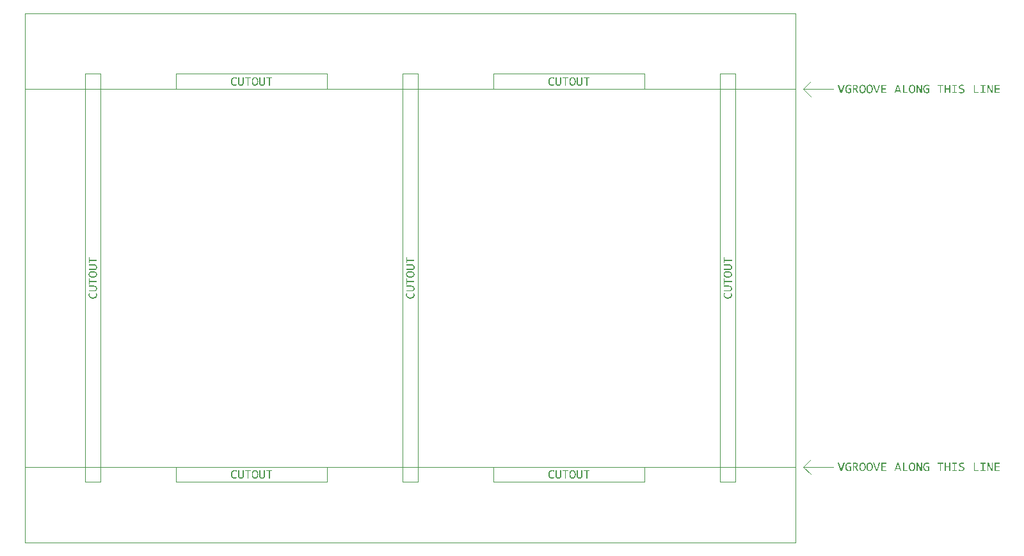
<source format=gbr>
G04*
G04 #@! TF.GenerationSoftware,Altium Limited,Altium Designer,22.4.2 (48)*
G04*
G04 Layer_Color=16711935*
%FSAX24Y24*%
%MOIN*%
G70*
G04*
G04 #@! TF.SameCoordinates,7B9A2F56-D6BD-4FC4-B556-F90DD5F7C99A*
G04*
G04*
G04 #@! TF.FilePolarity,Positive*
G04*
G01*
G75*
%ADD11C,0.0039*%
G36*
X027478Y024235D02*
X027486Y024234D01*
X027496Y024233D01*
X027515Y024230D01*
X027516D01*
X027519Y024229D01*
X027524Y024228D01*
X027530Y024226D01*
X027538Y024224D01*
X027546Y024221D01*
X027564Y024215D01*
Y024157D01*
X027563Y024158D01*
X027560Y024160D01*
X027556Y024162D01*
X027550Y024165D01*
X027542Y024168D01*
X027534Y024171D01*
X027525Y024174D01*
X027516Y024177D01*
X027515Y024177D01*
X027511Y024178D01*
X027506Y024179D01*
X027500Y024180D01*
X027492Y024181D01*
X027482Y024183D01*
X027473Y024183D01*
X027462Y024184D01*
X027457D01*
X027451Y024183D01*
X027444Y024182D01*
X027435Y024181D01*
X027426Y024179D01*
X027416Y024176D01*
X027407Y024172D01*
X027406Y024172D01*
X027403Y024170D01*
X027398Y024167D01*
X027393Y024164D01*
X027386Y024159D01*
X027379Y024153D01*
X027372Y024147D01*
X027366Y024139D01*
X027365Y024138D01*
X027363Y024135D01*
X027360Y024131D01*
X027356Y024124D01*
X027352Y024116D01*
X027348Y024108D01*
X027343Y024098D01*
X027339Y024086D01*
Y024086D01*
X027339Y024085D01*
Y024083D01*
X027338Y024081D01*
X027337Y024078D01*
X027337Y024074D01*
X027335Y024066D01*
X027333Y024056D01*
X027332Y024044D01*
X027331Y024031D01*
X027331Y024016D01*
Y024015D01*
Y024012D01*
Y024008D01*
X027331Y024002D01*
X027332Y023995D01*
X027332Y023988D01*
X027333Y023979D01*
X027335Y023969D01*
X027339Y023949D01*
X027342Y023938D01*
X027345Y023928D01*
X027349Y023918D01*
X027353Y023908D01*
X027358Y023899D01*
X027364Y023890D01*
X027364Y023890D01*
X027366Y023889D01*
X027368Y023887D01*
X027370Y023884D01*
X027374Y023881D01*
X027378Y023877D01*
X027383Y023874D01*
X027389Y023870D01*
X027396Y023865D01*
X027403Y023861D01*
X027411Y023858D01*
X027420Y023855D01*
X027429Y023852D01*
X027440Y023850D01*
X027451Y023849D01*
X027463Y023848D01*
X027468D01*
X027473Y023849D01*
X027480D01*
X027488Y023850D01*
X027497Y023851D01*
X027506Y023852D01*
X027516Y023854D01*
X027516D01*
X027517Y023855D01*
X027520Y023856D01*
X027525Y023857D01*
X027531Y023859D01*
X027539Y023861D01*
X027547Y023865D01*
X027564Y023872D01*
Y023817D01*
X027564D01*
X027562Y023816D01*
X027559Y023815D01*
X027556Y023814D01*
X027551Y023812D01*
X027545Y023811D01*
X027539Y023809D01*
X027532Y023807D01*
X027523Y023805D01*
X027515Y023803D01*
X027497Y023799D01*
X027477Y023797D01*
X027456Y023796D01*
X027452D01*
X027447Y023797D01*
X027441Y023797D01*
X027434Y023798D01*
X027425Y023799D01*
X027415Y023800D01*
X027405Y023803D01*
X027394Y023806D01*
X027382Y023809D01*
X027371Y023813D01*
X027359Y023819D01*
X027348Y023825D01*
X027337Y023832D01*
X027327Y023841D01*
X027317Y023850D01*
X027316Y023851D01*
X027315Y023853D01*
X027313Y023856D01*
X027309Y023860D01*
X027306Y023866D01*
X027302Y023873D01*
X027297Y023881D01*
X027293Y023890D01*
X027288Y023901D01*
X027284Y023913D01*
X027280Y023926D01*
X027276Y023941D01*
X027273Y023957D01*
X027271Y023973D01*
X027269Y023991D01*
X027268Y024011D01*
Y024011D01*
Y024013D01*
Y024015D01*
Y024019D01*
X027269Y024024D01*
Y024029D01*
X027269Y024035D01*
X027270Y024042D01*
X027272Y024056D01*
X027274Y024072D01*
X027277Y024088D01*
X027281Y024104D01*
Y024104D01*
X027282Y024106D01*
X027283Y024108D01*
X027284Y024111D01*
X027285Y024114D01*
X027287Y024119D01*
X027291Y024128D01*
X027297Y024139D01*
X027303Y024151D01*
X027311Y024163D01*
X027320Y024174D01*
X027320Y024175D01*
X027321Y024175D01*
X027322Y024177D01*
X027324Y024179D01*
X027330Y024185D01*
X027337Y024191D01*
X027345Y024198D01*
X027356Y024206D01*
X027368Y024213D01*
X027380Y024220D01*
X027381D01*
X027382Y024220D01*
X027384Y024221D01*
X027386Y024222D01*
X027390Y024223D01*
X027394Y024225D01*
X027398Y024226D01*
X027404Y024228D01*
X027415Y024231D01*
X027429Y024233D01*
X027444Y024235D01*
X027459Y024236D01*
X027470D01*
X027478Y024235D01*
D02*
G37*
G36*
X029048Y023951D02*
Y023950D01*
Y023949D01*
Y023947D01*
Y023944D01*
X029048Y023941D01*
Y023938D01*
X029047Y023929D01*
X029046Y023919D01*
X029044Y023908D01*
X029041Y023897D01*
X029038Y023886D01*
Y023886D01*
X029037Y023885D01*
X029037Y023883D01*
X029036Y023881D01*
X029034Y023876D01*
X029031Y023869D01*
X029027Y023861D01*
X029022Y023854D01*
X029016Y023845D01*
X029008Y023837D01*
X029007Y023836D01*
X029005Y023834D01*
X029001Y023830D01*
X028995Y023826D01*
X028988Y023821D01*
X028981Y023816D01*
X028971Y023811D01*
X028961Y023806D01*
X028960D01*
X028960Y023806D01*
X028958Y023805D01*
X028956Y023805D01*
X028950Y023803D01*
X028942Y023801D01*
X028933Y023799D01*
X028922Y023797D01*
X028910Y023796D01*
X028897Y023795D01*
X028891D01*
X028887Y023796D01*
X028883D01*
X028874Y023797D01*
X028863Y023798D01*
X028851Y023800D01*
X028840Y023803D01*
X028829Y023806D01*
X028828D01*
X028828Y023806D01*
X028824Y023808D01*
X028819Y023810D01*
X028813Y023813D01*
X028805Y023818D01*
X028798Y023823D01*
X028791Y023829D01*
X028784Y023835D01*
X028783Y023836D01*
X028781Y023839D01*
X028778Y023843D01*
X028774Y023848D01*
X028769Y023855D01*
X028766Y023863D01*
X028761Y023871D01*
X028758Y023881D01*
Y023882D01*
X028757Y023882D01*
Y023884D01*
X028757Y023886D01*
X028756Y023892D01*
X028754Y023899D01*
X028752Y023908D01*
X028751Y023918D01*
X028751Y023929D01*
X028750Y023941D01*
Y024230D01*
X028809D01*
Y023946D01*
Y023944D01*
Y023941D01*
Y023937D01*
X028809Y023931D01*
X028810Y023924D01*
X028810Y023916D01*
X028811Y023909D01*
X028813Y023901D01*
Y023900D01*
X028814Y023898D01*
X028815Y023895D01*
X028817Y023890D01*
X028819Y023885D01*
X028822Y023880D01*
X028825Y023875D01*
X028829Y023870D01*
X028829Y023869D01*
X028831Y023868D01*
X028833Y023865D01*
X028836Y023863D01*
X028840Y023859D01*
X028845Y023857D01*
X028851Y023853D01*
X028857Y023851D01*
X028857D01*
X028860Y023849D01*
X028864Y023848D01*
X028869Y023847D01*
X028875Y023846D01*
X028882Y023845D01*
X028890Y023845D01*
X028899Y023844D01*
X028903D01*
X028906Y023845D01*
X028910Y023845D01*
X028915Y023846D01*
X028925Y023847D01*
X028936Y023851D01*
X028947Y023856D01*
X028953Y023858D01*
X028958Y023862D01*
X028963Y023866D01*
X028968Y023871D01*
Y023871D01*
X028969Y023872D01*
X028970Y023874D01*
X028971Y023876D01*
X028973Y023878D01*
X028975Y023882D01*
X028977Y023886D01*
X028979Y023890D01*
X028981Y023895D01*
X028983Y023901D01*
X028985Y023907D01*
X028987Y023914D01*
X028988Y023922D01*
X028989Y023929D01*
X028990Y023947D01*
Y024230D01*
X029048D01*
Y023951D01*
D02*
G37*
G36*
X027941D02*
Y023950D01*
Y023949D01*
Y023947D01*
Y023944D01*
X027940Y023941D01*
Y023938D01*
X027940Y023929D01*
X027938Y023919D01*
X027937Y023908D01*
X027934Y023897D01*
X027931Y023886D01*
Y023886D01*
X027930Y023885D01*
X027930Y023883D01*
X027929Y023881D01*
X027926Y023876D01*
X027924Y023869D01*
X027919Y023861D01*
X027914Y023854D01*
X027908Y023845D01*
X027901Y023837D01*
X027900Y023836D01*
X027898Y023834D01*
X027894Y023830D01*
X027888Y023826D01*
X027881Y023821D01*
X027873Y023816D01*
X027864Y023811D01*
X027854Y023806D01*
X027853D01*
X027853Y023806D01*
X027851Y023805D01*
X027849Y023805D01*
X027843Y023803D01*
X027835Y023801D01*
X027826Y023799D01*
X027815Y023797D01*
X027803Y023796D01*
X027790Y023795D01*
X027783D01*
X027779Y023796D01*
X027776D01*
X027766Y023797D01*
X027755Y023798D01*
X027744Y023800D01*
X027732Y023803D01*
X027722Y023806D01*
X027721D01*
X027720Y023806D01*
X027717Y023808D01*
X027712Y023810D01*
X027706Y023813D01*
X027698Y023818D01*
X027691Y023823D01*
X027683Y023829D01*
X027676Y023835D01*
X027676Y023836D01*
X027674Y023839D01*
X027670Y023843D01*
X027666Y023848D01*
X027662Y023855D01*
X027658Y023863D01*
X027654Y023871D01*
X027651Y023881D01*
Y023882D01*
X027650Y023882D01*
Y023884D01*
X027649Y023886D01*
X027648Y023892D01*
X027647Y023899D01*
X027645Y023908D01*
X027644Y023918D01*
X027643Y023929D01*
X027643Y023941D01*
Y024230D01*
X027701D01*
Y023946D01*
Y023944D01*
Y023941D01*
Y023937D01*
X027702Y023931D01*
X027702Y023924D01*
X027703Y023916D01*
X027704Y023909D01*
X027706Y023901D01*
Y023900D01*
X027707Y023898D01*
X027708Y023895D01*
X027710Y023890D01*
X027712Y023885D01*
X027714Y023880D01*
X027718Y023875D01*
X027722Y023870D01*
X027722Y023869D01*
X027724Y023868D01*
X027726Y023865D01*
X027729Y023863D01*
X027733Y023859D01*
X027738Y023857D01*
X027743Y023853D01*
X027749Y023851D01*
X027750D01*
X027753Y023849D01*
X027757Y023848D01*
X027761Y023847D01*
X027767Y023846D01*
X027775Y023845D01*
X027783Y023845D01*
X027791Y023844D01*
X027796D01*
X027799Y023845D01*
X027803Y023845D01*
X027807Y023846D01*
X027818Y023847D01*
X027829Y023851D01*
X027840Y023856D01*
X027845Y023858D01*
X027851Y023862D01*
X027856Y023866D01*
X027860Y023871D01*
Y023871D01*
X027861Y023872D01*
X027862Y023874D01*
X027864Y023876D01*
X027866Y023878D01*
X027867Y023882D01*
X027870Y023886D01*
X027872Y023890D01*
X027873Y023895D01*
X027876Y023901D01*
X027878Y023907D01*
X027879Y023914D01*
X027880Y023922D01*
X027882Y023929D01*
X027883Y023947D01*
Y024230D01*
X027941D01*
Y023951D01*
D02*
G37*
G36*
X029425Y024180D02*
X029298D01*
Y023801D01*
X029239D01*
Y024180D01*
X029112D01*
Y024230D01*
X029425D01*
Y024180D01*
D02*
G37*
G36*
X028317D02*
X028191D01*
Y023801D01*
X028132D01*
Y024180D01*
X028005D01*
Y024230D01*
X028317D01*
Y024180D01*
D02*
G37*
G36*
X028543Y024236D02*
X028548D01*
X028557Y024234D01*
X028569Y024232D01*
X028581Y024230D01*
X028593Y024226D01*
X028605Y024221D01*
X028606D01*
X028607Y024220D01*
X028608Y024219D01*
X028610Y024218D01*
X028616Y024214D01*
X028623Y024210D01*
X028631Y024203D01*
X028639Y024196D01*
X028648Y024187D01*
X028656Y024177D01*
Y024177D01*
X028657Y024176D01*
X028658Y024174D01*
X028659Y024172D01*
X028661Y024169D01*
X028663Y024166D01*
X028667Y024158D01*
X028672Y024148D01*
X028678Y024137D01*
X028682Y024124D01*
X028686Y024109D01*
Y024108D01*
X028687Y024107D01*
X028687Y024105D01*
X028688Y024102D01*
X028689Y024098D01*
X028690Y024094D01*
X028691Y024089D01*
X028692Y024083D01*
X028692Y024076D01*
X028693Y024069D01*
X028695Y024054D01*
X028696Y024037D01*
X028697Y024018D01*
Y024018D01*
Y024015D01*
Y024013D01*
Y024008D01*
X028696Y024003D01*
Y023997D01*
X028696Y023991D01*
X028695Y023984D01*
X028693Y023969D01*
X028691Y023952D01*
X028687Y023935D01*
X028683Y023918D01*
Y023918D01*
X028683Y023917D01*
X028681Y023914D01*
X028680Y023911D01*
X028679Y023908D01*
X028678Y023904D01*
X028673Y023894D01*
X028668Y023883D01*
X028662Y023871D01*
X028654Y023860D01*
X028646Y023849D01*
Y023848D01*
X028645Y023848D01*
X028642Y023845D01*
X028637Y023840D01*
X028631Y023834D01*
X028622Y023827D01*
X028614Y023821D01*
X028603Y023814D01*
X028592Y023809D01*
X028591D01*
X028590Y023808D01*
X028589Y023807D01*
X028586Y023806D01*
X028584Y023805D01*
X028580Y023804D01*
X028572Y023802D01*
X028562Y023800D01*
X028551Y023798D01*
X028539Y023796D01*
X028526Y023795D01*
X028519D01*
X028516Y023796D01*
X028512D01*
X028502Y023797D01*
X028491Y023799D01*
X028479Y023801D01*
X028466Y023805D01*
X028454Y023810D01*
X028454D01*
X028453Y023811D01*
X028452Y023812D01*
X028449Y023813D01*
X028443Y023816D01*
X028436Y023821D01*
X028429Y023827D01*
X028420Y023835D01*
X028412Y023843D01*
X028404Y023853D01*
Y023854D01*
X028402Y023854D01*
X028402Y023856D01*
X028400Y023858D01*
X028399Y023861D01*
X028397Y023864D01*
X028393Y023872D01*
X028388Y023883D01*
X028383Y023894D01*
X028378Y023907D01*
X028374Y023922D01*
Y023923D01*
X028373Y023924D01*
X028373Y023926D01*
X028372Y023929D01*
X028372Y023933D01*
X028371Y023937D01*
X028370Y023943D01*
X028369Y023949D01*
X028368Y023955D01*
X028367Y023962D01*
X028366Y023978D01*
X028365Y023995D01*
X028364Y024013D01*
Y024014D01*
Y024016D01*
Y024019D01*
Y024023D01*
X028365Y024028D01*
Y024033D01*
X028365Y024040D01*
X028366Y024047D01*
X028367Y024062D01*
X028370Y024079D01*
X028373Y024096D01*
X028377Y024112D01*
Y024113D01*
X028378Y024114D01*
X028379Y024116D01*
X028380Y024119D01*
X028381Y024122D01*
X028383Y024127D01*
X028387Y024137D01*
X028392Y024148D01*
X028399Y024159D01*
X028406Y024171D01*
X028414Y024181D01*
X028414Y024182D01*
X028415Y024183D01*
X028418Y024186D01*
X028423Y024191D01*
X028429Y024197D01*
X028437Y024204D01*
X028446Y024210D01*
X028456Y024217D01*
X028467Y024222D01*
X028468D01*
X028469Y024223D01*
X028471Y024223D01*
X028473Y024225D01*
X028476Y024226D01*
X028479Y024227D01*
X028487Y024230D01*
X028497Y024232D01*
X028508Y024234D01*
X028520Y024236D01*
X028533Y024236D01*
X028540D01*
X028543Y024236D01*
D02*
G37*
G36*
X027478Y003763D02*
X027486Y003762D01*
X027496Y003761D01*
X027515Y003758D01*
X027516D01*
X027519Y003757D01*
X027524Y003755D01*
X027530Y003754D01*
X027538Y003752D01*
X027546Y003749D01*
X027564Y003742D01*
Y003685D01*
X027563Y003686D01*
X027560Y003687D01*
X027556Y003689D01*
X027550Y003692D01*
X027542Y003695D01*
X027534Y003699D01*
X027525Y003701D01*
X027516Y003704D01*
X027515Y003705D01*
X027511Y003705D01*
X027506Y003706D01*
X027500Y003708D01*
X027492Y003709D01*
X027482Y003710D01*
X027473Y003711D01*
X027462Y003711D01*
X027457D01*
X027451Y003711D01*
X027444Y003710D01*
X027435Y003708D01*
X027426Y003706D01*
X027416Y003704D01*
X027407Y003700D01*
X027406Y003699D01*
X027403Y003698D01*
X027398Y003695D01*
X027393Y003692D01*
X027386Y003687D01*
X027379Y003681D01*
X027372Y003674D01*
X027366Y003666D01*
X027365Y003665D01*
X027363Y003663D01*
X027360Y003658D01*
X027356Y003652D01*
X027352Y003644D01*
X027348Y003635D01*
X027343Y003625D01*
X027339Y003614D01*
Y003613D01*
X027339Y003612D01*
Y003611D01*
X027338Y003609D01*
X027337Y003606D01*
X027337Y003602D01*
X027335Y003594D01*
X027333Y003583D01*
X027332Y003571D01*
X027331Y003558D01*
X027331Y003544D01*
Y003542D01*
Y003540D01*
Y003535D01*
X027331Y003530D01*
X027332Y003523D01*
X027332Y003515D01*
X027333Y003506D01*
X027335Y003497D01*
X027339Y003476D01*
X027342Y003466D01*
X027345Y003456D01*
X027349Y003445D01*
X027353Y003435D01*
X027358Y003426D01*
X027364Y003418D01*
X027364Y003417D01*
X027366Y003416D01*
X027368Y003414D01*
X027370Y003411D01*
X027374Y003408D01*
X027378Y003405D01*
X027383Y003401D01*
X027389Y003397D01*
X027396Y003393D01*
X027403Y003389D01*
X027411Y003386D01*
X027420Y003383D01*
X027429Y003380D01*
X027440Y003378D01*
X027451Y003377D01*
X027463Y003376D01*
X027468D01*
X027473Y003377D01*
X027480D01*
X027488Y003378D01*
X027497Y003379D01*
X027506Y003380D01*
X027516Y003382D01*
X027516D01*
X027517Y003383D01*
X027520Y003383D01*
X027525Y003385D01*
X027531Y003387D01*
X027539Y003389D01*
X027547Y003392D01*
X027564Y003400D01*
Y003345D01*
X027564D01*
X027562Y003344D01*
X027559Y003343D01*
X027556Y003342D01*
X027551Y003340D01*
X027545Y003338D01*
X027539Y003336D01*
X027532Y003334D01*
X027523Y003332D01*
X027515Y003330D01*
X027497Y003327D01*
X027477Y003325D01*
X027456Y003324D01*
X027452D01*
X027447Y003324D01*
X027441Y003325D01*
X027434Y003325D01*
X027425Y003326D01*
X027415Y003328D01*
X027405Y003330D01*
X027394Y003333D01*
X027382Y003337D01*
X027371Y003341D01*
X027359Y003346D01*
X027348Y003352D01*
X027337Y003360D01*
X027327Y003368D01*
X027317Y003378D01*
X027316Y003378D01*
X027315Y003380D01*
X027313Y003384D01*
X027309Y003388D01*
X027306Y003393D01*
X027302Y003401D01*
X027297Y003409D01*
X027293Y003418D01*
X027288Y003429D01*
X027284Y003441D01*
X027280Y003454D01*
X027276Y003468D01*
X027273Y003484D01*
X027271Y003501D01*
X027269Y003519D01*
X027268Y003538D01*
Y003539D01*
Y003540D01*
Y003543D01*
Y003547D01*
X027269Y003551D01*
Y003557D01*
X027269Y003563D01*
X027270Y003569D01*
X027272Y003584D01*
X027274Y003599D01*
X027277Y003616D01*
X027281Y003631D01*
Y003632D01*
X027282Y003633D01*
X027283Y003635D01*
X027284Y003639D01*
X027285Y003642D01*
X027287Y003646D01*
X027291Y003656D01*
X027297Y003667D01*
X027303Y003679D01*
X027311Y003690D01*
X027320Y003702D01*
X027320Y003702D01*
X027321Y003703D01*
X027322Y003705D01*
X027324Y003707D01*
X027330Y003712D01*
X027337Y003719D01*
X027345Y003726D01*
X027356Y003734D01*
X027368Y003741D01*
X027380Y003747D01*
X027381D01*
X027382Y003748D01*
X027384Y003749D01*
X027386Y003750D01*
X027390Y003751D01*
X027394Y003752D01*
X027398Y003754D01*
X027404Y003755D01*
X027415Y003758D01*
X027429Y003761D01*
X027444Y003763D01*
X027459Y003763D01*
X027470D01*
X027478Y003763D01*
D02*
G37*
G36*
X029048Y003478D02*
Y003478D01*
Y003476D01*
Y003475D01*
Y003472D01*
X029048Y003469D01*
Y003465D01*
X029047Y003457D01*
X029046Y003447D01*
X029044Y003436D01*
X029041Y003425D01*
X029038Y003414D01*
Y003413D01*
X029037Y003413D01*
X029037Y003411D01*
X029036Y003409D01*
X029034Y003404D01*
X029031Y003397D01*
X029027Y003389D01*
X029022Y003381D01*
X029016Y003373D01*
X029008Y003365D01*
X029007Y003364D01*
X029005Y003362D01*
X029001Y003358D01*
X028995Y003354D01*
X028988Y003349D01*
X028981Y003343D01*
X028971Y003338D01*
X028961Y003334D01*
X028960D01*
X028960Y003333D01*
X028958Y003333D01*
X028956Y003332D01*
X028950Y003331D01*
X028942Y003328D01*
X028933Y003326D01*
X028922Y003325D01*
X028910Y003324D01*
X028897Y003323D01*
X028891D01*
X028887Y003324D01*
X028883D01*
X028874Y003324D01*
X028863Y003326D01*
X028851Y003327D01*
X028840Y003330D01*
X028829Y003333D01*
X028828D01*
X028828Y003334D01*
X028824Y003336D01*
X028819Y003338D01*
X028813Y003341D01*
X028805Y003345D01*
X028798Y003350D01*
X028791Y003356D01*
X028784Y003363D01*
X028783Y003364D01*
X028781Y003366D01*
X028778Y003370D01*
X028774Y003376D01*
X028769Y003383D01*
X028766Y003390D01*
X028761Y003399D01*
X028758Y003409D01*
Y003409D01*
X028757Y003410D01*
Y003411D01*
X028757Y003414D01*
X028756Y003419D01*
X028754Y003427D01*
X028752Y003435D01*
X028751Y003446D01*
X028751Y003457D01*
X028750Y003469D01*
Y003758D01*
X028809D01*
Y003473D01*
Y003472D01*
Y003469D01*
Y003464D01*
X028809Y003458D01*
X028810Y003451D01*
X028810Y003444D01*
X028811Y003437D01*
X028813Y003429D01*
Y003428D01*
X028814Y003426D01*
X028815Y003422D01*
X028817Y003418D01*
X028819Y003413D01*
X028822Y003408D01*
X028825Y003402D01*
X028829Y003397D01*
X028829Y003397D01*
X028831Y003395D01*
X028833Y003393D01*
X028836Y003390D01*
X028840Y003387D01*
X028845Y003384D01*
X028851Y003381D01*
X028857Y003378D01*
X028857D01*
X028860Y003377D01*
X028864Y003376D01*
X028869Y003375D01*
X028875Y003374D01*
X028882Y003373D01*
X028890Y003372D01*
X028899Y003372D01*
X028903D01*
X028906Y003372D01*
X028910Y003373D01*
X028915Y003373D01*
X028925Y003375D01*
X028936Y003378D01*
X028947Y003383D01*
X028953Y003386D01*
X028958Y003390D01*
X028963Y003393D01*
X028968Y003398D01*
Y003399D01*
X028969Y003399D01*
X028970Y003401D01*
X028971Y003403D01*
X028973Y003406D01*
X028975Y003409D01*
X028977Y003413D01*
X028979Y003418D01*
X028981Y003423D01*
X028983Y003429D01*
X028985Y003435D01*
X028987Y003441D01*
X028988Y003449D01*
X028989Y003457D01*
X028990Y003474D01*
Y003758D01*
X029048D01*
Y003478D01*
D02*
G37*
G36*
X027941D02*
Y003478D01*
Y003476D01*
Y003475D01*
Y003472D01*
X027940Y003469D01*
Y003465D01*
X027940Y003457D01*
X027938Y003447D01*
X027937Y003436D01*
X027934Y003425D01*
X027931Y003414D01*
Y003413D01*
X027930Y003413D01*
X027930Y003411D01*
X027929Y003409D01*
X027926Y003404D01*
X027924Y003397D01*
X027919Y003389D01*
X027914Y003381D01*
X027908Y003373D01*
X027901Y003365D01*
X027900Y003364D01*
X027898Y003362D01*
X027894Y003358D01*
X027888Y003354D01*
X027881Y003349D01*
X027873Y003343D01*
X027864Y003338D01*
X027854Y003334D01*
X027853D01*
X027853Y003333D01*
X027851Y003333D01*
X027849Y003332D01*
X027843Y003331D01*
X027835Y003328D01*
X027826Y003326D01*
X027815Y003325D01*
X027803Y003324D01*
X027790Y003323D01*
X027783D01*
X027779Y003324D01*
X027776D01*
X027766Y003324D01*
X027755Y003326D01*
X027744Y003327D01*
X027732Y003330D01*
X027722Y003333D01*
X027721D01*
X027720Y003334D01*
X027717Y003336D01*
X027712Y003338D01*
X027706Y003341D01*
X027698Y003345D01*
X027691Y003350D01*
X027683Y003356D01*
X027676Y003363D01*
X027676Y003364D01*
X027674Y003366D01*
X027670Y003370D01*
X027666Y003376D01*
X027662Y003383D01*
X027658Y003390D01*
X027654Y003399D01*
X027651Y003409D01*
Y003409D01*
X027650Y003410D01*
Y003411D01*
X027649Y003414D01*
X027648Y003419D01*
X027647Y003427D01*
X027645Y003435D01*
X027644Y003446D01*
X027643Y003457D01*
X027643Y003469D01*
Y003758D01*
X027701D01*
Y003473D01*
Y003472D01*
Y003469D01*
Y003464D01*
X027702Y003458D01*
X027702Y003451D01*
X027703Y003444D01*
X027704Y003437D01*
X027706Y003429D01*
Y003428D01*
X027707Y003426D01*
X027708Y003422D01*
X027710Y003418D01*
X027712Y003413D01*
X027714Y003408D01*
X027718Y003402D01*
X027722Y003397D01*
X027722Y003397D01*
X027724Y003395D01*
X027726Y003393D01*
X027729Y003390D01*
X027733Y003387D01*
X027738Y003384D01*
X027743Y003381D01*
X027749Y003378D01*
X027750D01*
X027753Y003377D01*
X027757Y003376D01*
X027761Y003375D01*
X027767Y003374D01*
X027775Y003373D01*
X027783Y003372D01*
X027791Y003372D01*
X027796D01*
X027799Y003372D01*
X027803Y003373D01*
X027807Y003373D01*
X027818Y003375D01*
X027829Y003378D01*
X027840Y003383D01*
X027845Y003386D01*
X027851Y003390D01*
X027856Y003393D01*
X027860Y003398D01*
Y003399D01*
X027861Y003399D01*
X027862Y003401D01*
X027864Y003403D01*
X027866Y003406D01*
X027867Y003409D01*
X027870Y003413D01*
X027872Y003418D01*
X027873Y003423D01*
X027876Y003429D01*
X027878Y003435D01*
X027879Y003441D01*
X027880Y003449D01*
X027882Y003457D01*
X027883Y003474D01*
Y003758D01*
X027941D01*
Y003478D01*
D02*
G37*
G36*
X029425Y003708D02*
X029298D01*
Y003329D01*
X029239D01*
Y003708D01*
X029112D01*
Y003758D01*
X029425D01*
Y003708D01*
D02*
G37*
G36*
X028317D02*
X028191D01*
Y003329D01*
X028132D01*
Y003708D01*
X028005D01*
Y003758D01*
X028317D01*
Y003708D01*
D02*
G37*
G36*
X028543Y003763D02*
X028548D01*
X028557Y003762D01*
X028569Y003760D01*
X028581Y003757D01*
X028593Y003753D01*
X028605Y003748D01*
X028606D01*
X028607Y003748D01*
X028608Y003747D01*
X028610Y003746D01*
X028616Y003742D01*
X028623Y003737D01*
X028631Y003731D01*
X028639Y003723D01*
X028648Y003714D01*
X028656Y003705D01*
Y003704D01*
X028657Y003704D01*
X028658Y003702D01*
X028659Y003700D01*
X028661Y003697D01*
X028663Y003694D01*
X028667Y003686D01*
X028672Y003676D01*
X028678Y003664D01*
X028682Y003651D01*
X028686Y003636D01*
Y003636D01*
X028687Y003635D01*
X028687Y003633D01*
X028688Y003629D01*
X028689Y003625D01*
X028690Y003621D01*
X028691Y003616D01*
X028692Y003610D01*
X028692Y003604D01*
X028693Y003597D01*
X028695Y003581D01*
X028696Y003564D01*
X028697Y003546D01*
Y003545D01*
Y003543D01*
Y003540D01*
Y003536D01*
X028696Y003531D01*
Y003525D01*
X028696Y003518D01*
X028695Y003511D01*
X028693Y003496D01*
X028691Y003479D01*
X028687Y003462D01*
X028683Y003446D01*
Y003445D01*
X028683Y003444D01*
X028681Y003442D01*
X028680Y003439D01*
X028679Y003435D01*
X028678Y003431D01*
X028673Y003422D01*
X028668Y003411D01*
X028662Y003399D01*
X028654Y003387D01*
X028646Y003377D01*
Y003376D01*
X028645Y003375D01*
X028642Y003372D01*
X028637Y003367D01*
X028631Y003361D01*
X028622Y003355D01*
X028614Y003348D01*
X028603Y003342D01*
X028592Y003336D01*
X028591D01*
X028590Y003336D01*
X028589Y003335D01*
X028586Y003334D01*
X028584Y003333D01*
X028580Y003332D01*
X028572Y003330D01*
X028562Y003327D01*
X028551Y003325D01*
X028539Y003324D01*
X028526Y003323D01*
X028519D01*
X028516Y003324D01*
X028512D01*
X028502Y003325D01*
X028491Y003327D01*
X028479Y003329D01*
X028466Y003333D01*
X028454Y003338D01*
X028454D01*
X028453Y003338D01*
X028452Y003339D01*
X028449Y003340D01*
X028443Y003344D01*
X028436Y003349D01*
X028429Y003355D01*
X028420Y003362D01*
X028412Y003371D01*
X028404Y003381D01*
Y003381D01*
X028402Y003382D01*
X028402Y003384D01*
X028400Y003386D01*
X028399Y003389D01*
X028397Y003392D01*
X028393Y003400D01*
X028388Y003410D01*
X028383Y003422D01*
X028378Y003435D01*
X028374Y003450D01*
Y003450D01*
X028373Y003451D01*
X028373Y003453D01*
X028372Y003457D01*
X028372Y003461D01*
X028371Y003465D01*
X028370Y003470D01*
X028369Y003476D01*
X028368Y003482D01*
X028367Y003490D01*
X028366Y003505D01*
X028365Y003522D01*
X028364Y003541D01*
Y003541D01*
Y003544D01*
Y003546D01*
Y003551D01*
X028365Y003556D01*
Y003561D01*
X028365Y003568D01*
X028366Y003575D01*
X028367Y003590D01*
X028370Y003607D01*
X028373Y003623D01*
X028377Y003640D01*
Y003640D01*
X028378Y003641D01*
X028379Y003643D01*
X028380Y003647D01*
X028381Y003650D01*
X028383Y003654D01*
X028387Y003664D01*
X028392Y003675D01*
X028399Y003687D01*
X028406Y003698D01*
X028414Y003709D01*
X028414Y003710D01*
X028415Y003710D01*
X028418Y003713D01*
X028423Y003718D01*
X028429Y003725D01*
X028437Y003731D01*
X028446Y003738D01*
X028456Y003745D01*
X028467Y003750D01*
X028468D01*
X028469Y003751D01*
X028471Y003751D01*
X028473Y003752D01*
X028476Y003753D01*
X028479Y003754D01*
X028487Y003757D01*
X028497Y003759D01*
X028508Y003761D01*
X028520Y003763D01*
X028533Y003764D01*
X028540D01*
X028543Y003763D01*
D02*
G37*
G36*
X010942Y024235D02*
X010951Y024234D01*
X010960Y024233D01*
X010979Y024230D01*
X010980D01*
X010984Y024229D01*
X010988Y024228D01*
X010995Y024226D01*
X011003Y024224D01*
X011011Y024221D01*
X011029Y024215D01*
Y024157D01*
X011028Y024158D01*
X011025Y024160D01*
X011020Y024162D01*
X011014Y024165D01*
X011006Y024168D01*
X010998Y024171D01*
X010990Y024174D01*
X010980Y024177D01*
X010979Y024177D01*
X010976Y024178D01*
X010971Y024179D01*
X010964Y024180D01*
X010956Y024181D01*
X010947Y024183D01*
X010937Y024183D01*
X010926Y024184D01*
X010921D01*
X010915Y024183D01*
X010908Y024182D01*
X010899Y024181D01*
X010891Y024179D01*
X010881Y024176D01*
X010872Y024172D01*
X010871Y024172D01*
X010868Y024170D01*
X010863Y024167D01*
X010857Y024164D01*
X010851Y024159D01*
X010844Y024153D01*
X010837Y024147D01*
X010830Y024139D01*
X010830Y024138D01*
X010827Y024135D01*
X010824Y024131D01*
X010820Y024124D01*
X010816Y024116D01*
X010812Y024108D01*
X010808Y024098D01*
X010804Y024086D01*
Y024086D01*
X010803Y024085D01*
Y024083D01*
X010803Y024081D01*
X010802Y024078D01*
X010801Y024074D01*
X010800Y024066D01*
X010798Y024056D01*
X010797Y024044D01*
X010796Y024031D01*
X010795Y024016D01*
Y024015D01*
Y024012D01*
Y024008D01*
X010796Y024002D01*
X010796Y023995D01*
X010797Y023988D01*
X010798Y023979D01*
X010800Y023969D01*
X010803Y023949D01*
X010806Y023938D01*
X010809Y023928D01*
X010813Y023918D01*
X010818Y023908D01*
X010822Y023899D01*
X010828Y023890D01*
X010829Y023890D01*
X010830Y023889D01*
X010832Y023887D01*
X010835Y023884D01*
X010838Y023881D01*
X010843Y023877D01*
X010848Y023874D01*
X010854Y023870D01*
X010860Y023865D01*
X010867Y023861D01*
X010875Y023858D01*
X010885Y023855D01*
X010894Y023852D01*
X010904Y023850D01*
X010915Y023849D01*
X010927Y023848D01*
X010932D01*
X010938Y023849D01*
X010944D01*
X010952Y023850D01*
X010961Y023851D01*
X010971Y023852D01*
X010980Y023854D01*
X010981D01*
X010981Y023855D01*
X010985Y023856D01*
X010990Y023857D01*
X010996Y023859D01*
X011003Y023861D01*
X011011Y023865D01*
X011029Y023872D01*
Y023817D01*
X011028D01*
X011027Y023816D01*
X011024Y023815D01*
X011020Y023814D01*
X011015Y023812D01*
X011010Y023811D01*
X011003Y023809D01*
X010996Y023807D01*
X010988Y023805D01*
X010980Y023803D01*
X010961Y023799D01*
X010942Y023797D01*
X010921Y023796D01*
X010917D01*
X010912Y023797D01*
X010906Y023797D01*
X010898Y023798D01*
X010890Y023799D01*
X010880Y023800D01*
X010869Y023803D01*
X010859Y023806D01*
X010847Y023809D01*
X010836Y023813D01*
X010824Y023819D01*
X010813Y023825D01*
X010802Y023832D01*
X010791Y023841D01*
X010782Y023850D01*
X010781Y023851D01*
X010779Y023853D01*
X010777Y023856D01*
X010774Y023860D01*
X010770Y023866D01*
X010766Y023873D01*
X010762Y023881D01*
X010758Y023890D01*
X010753Y023901D01*
X010748Y023913D01*
X010744Y023926D01*
X010741Y023941D01*
X010737Y023957D01*
X010735Y023973D01*
X010733Y023991D01*
X010733Y024011D01*
Y024011D01*
Y024013D01*
Y024015D01*
Y024019D01*
X010733Y024024D01*
Y024029D01*
X010734Y024035D01*
X010735Y024042D01*
X010736Y024056D01*
X010738Y024072D01*
X010742Y024088D01*
X010746Y024104D01*
Y024104D01*
X010747Y024106D01*
X010748Y024108D01*
X010749Y024111D01*
X010750Y024114D01*
X010752Y024119D01*
X010756Y024128D01*
X010761Y024139D01*
X010768Y024151D01*
X010776Y024163D01*
X010784Y024174D01*
X010785Y024175D01*
X010785Y024175D01*
X010787Y024177D01*
X010789Y024179D01*
X010794Y024185D01*
X010801Y024191D01*
X010810Y024198D01*
X010820Y024206D01*
X010832Y024213D01*
X010845Y024220D01*
X010845D01*
X010847Y024220D01*
X010849Y024221D01*
X010851Y024222D01*
X010855Y024223D01*
X010859Y024225D01*
X010863Y024226D01*
X010868Y024228D01*
X010880Y024231D01*
X010893Y024233D01*
X010908Y024235D01*
X010924Y024236D01*
X010935D01*
X010942Y024235D01*
D02*
G37*
G36*
X012513Y023951D02*
Y023950D01*
Y023949D01*
Y023947D01*
Y023944D01*
X012512Y023941D01*
Y023938D01*
X012512Y023929D01*
X012510Y023919D01*
X012509Y023908D01*
X012506Y023897D01*
X012503Y023886D01*
Y023886D01*
X012502Y023885D01*
X012501Y023883D01*
X012501Y023881D01*
X012498Y023876D01*
X012495Y023869D01*
X012491Y023861D01*
X012486Y023854D01*
X012480Y023845D01*
X012473Y023837D01*
X012472Y023836D01*
X012470Y023834D01*
X012465Y023830D01*
X012460Y023826D01*
X012453Y023821D01*
X012445Y023816D01*
X012436Y023811D01*
X012426Y023806D01*
X012425D01*
X012424Y023806D01*
X012423Y023805D01*
X012421Y023805D01*
X012415Y023803D01*
X012407Y023801D01*
X012398Y023799D01*
X012387Y023797D01*
X012375Y023796D01*
X012362Y023795D01*
X012355D01*
X012351Y023796D01*
X012347D01*
X012338Y023797D01*
X012327Y023798D01*
X012316Y023800D01*
X012304Y023803D01*
X012293Y023806D01*
X012293D01*
X012292Y023806D01*
X012289Y023808D01*
X012284Y023810D01*
X012278Y023813D01*
X012270Y023818D01*
X012263Y023823D01*
X012255Y023829D01*
X012248Y023835D01*
X012248Y023836D01*
X012245Y023839D01*
X012242Y023843D01*
X012238Y023848D01*
X012234Y023855D01*
X012230Y023863D01*
X012226Y023871D01*
X012222Y023881D01*
Y023882D01*
X012222Y023882D01*
Y023884D01*
X012221Y023886D01*
X012220Y023892D01*
X012219Y023899D01*
X012217Y023908D01*
X012216Y023918D01*
X012215Y023929D01*
X012215Y023941D01*
Y024230D01*
X012273D01*
Y023946D01*
Y023944D01*
Y023941D01*
Y023937D01*
X012274Y023931D01*
X012274Y023924D01*
X012275Y023916D01*
X012276Y023909D01*
X012278Y023901D01*
Y023900D01*
X012279Y023898D01*
X012280Y023895D01*
X012281Y023890D01*
X012284Y023885D01*
X012286Y023880D01*
X012290Y023875D01*
X012293Y023870D01*
X012294Y023869D01*
X012296Y023868D01*
X012298Y023865D01*
X012301Y023863D01*
X012305Y023859D01*
X012310Y023857D01*
X012315Y023853D01*
X012321Y023851D01*
X012322D01*
X012325Y023849D01*
X012328Y023848D01*
X012333Y023847D01*
X012339Y023846D01*
X012346Y023845D01*
X012355Y023845D01*
X012363Y023844D01*
X012368D01*
X012371Y023845D01*
X012375Y023845D01*
X012379Y023846D01*
X012390Y023847D01*
X012400Y023851D01*
X012412Y023856D01*
X012417Y023858D01*
X012423Y023862D01*
X012428Y023866D01*
X012432Y023871D01*
Y023871D01*
X012433Y023872D01*
X012434Y023874D01*
X012435Y023876D01*
X012438Y023878D01*
X012439Y023882D01*
X012441Y023886D01*
X012444Y023890D01*
X012445Y023895D01*
X012447Y023901D01*
X012450Y023907D01*
X012451Y023914D01*
X012452Y023922D01*
X012453Y023929D01*
X012454Y023947D01*
Y024230D01*
X012513D01*
Y023951D01*
D02*
G37*
G36*
X011406D02*
Y023950D01*
Y023949D01*
Y023947D01*
Y023944D01*
X011405Y023941D01*
Y023938D01*
X011405Y023929D01*
X011403Y023919D01*
X011401Y023908D01*
X011399Y023897D01*
X011395Y023886D01*
Y023886D01*
X011395Y023885D01*
X011394Y023883D01*
X011394Y023881D01*
X011391Y023876D01*
X011388Y023869D01*
X011384Y023861D01*
X011379Y023854D01*
X011373Y023845D01*
X011366Y023837D01*
X011365Y023836D01*
X011362Y023834D01*
X011358Y023830D01*
X011353Y023826D01*
X011346Y023821D01*
X011338Y023816D01*
X011329Y023811D01*
X011318Y023806D01*
X011318D01*
X011317Y023806D01*
X011316Y023805D01*
X011313Y023805D01*
X011307Y023803D01*
X011300Y023801D01*
X011290Y023799D01*
X011279Y023797D01*
X011267Y023796D01*
X011254Y023795D01*
X011248D01*
X011244Y023796D01*
X011240D01*
X011231Y023797D01*
X011220Y023798D01*
X011209Y023800D01*
X011197Y023803D01*
X011186Y023806D01*
X011186D01*
X011185Y023806D01*
X011182Y023808D01*
X011176Y023810D01*
X011170Y023813D01*
X011163Y023818D01*
X011156Y023823D01*
X011148Y023829D01*
X011141Y023835D01*
X011140Y023836D01*
X011138Y023839D01*
X011135Y023843D01*
X011131Y023848D01*
X011127Y023855D01*
X011123Y023863D01*
X011118Y023871D01*
X011115Y023881D01*
Y023882D01*
X011115Y023882D01*
Y023884D01*
X011114Y023886D01*
X011113Y023892D01*
X011111Y023899D01*
X011110Y023908D01*
X011109Y023918D01*
X011108Y023929D01*
X011107Y023941D01*
Y024230D01*
X011166D01*
Y023946D01*
Y023944D01*
Y023941D01*
Y023937D01*
X011166Y023931D01*
X011167Y023924D01*
X011168Y023916D01*
X011169Y023909D01*
X011170Y023901D01*
Y023900D01*
X011171Y023898D01*
X011172Y023895D01*
X011174Y023890D01*
X011176Y023885D01*
X011179Y023880D01*
X011182Y023875D01*
X011186Y023870D01*
X011187Y023869D01*
X011188Y023868D01*
X011190Y023865D01*
X011194Y023863D01*
X011198Y023859D01*
X011203Y023857D01*
X011208Y023853D01*
X011214Y023851D01*
X011215D01*
X011217Y023849D01*
X011221Y023848D01*
X011226Y023847D01*
X011232Y023846D01*
X011239Y023845D01*
X011247Y023845D01*
X011256Y023844D01*
X011260D01*
X011264Y023845D01*
X011267Y023845D01*
X011272Y023846D01*
X011282Y023847D01*
X011293Y023851D01*
X011305Y023856D01*
X011310Y023858D01*
X011316Y023862D01*
X011320Y023866D01*
X011325Y023871D01*
Y023871D01*
X011326Y023872D01*
X011327Y023874D01*
X011328Y023876D01*
X011330Y023878D01*
X011332Y023882D01*
X011334Y023886D01*
X011336Y023890D01*
X011338Y023895D01*
X011340Y023901D01*
X011342Y023907D01*
X011344Y023914D01*
X011345Y023922D01*
X011346Y023929D01*
X011347Y023947D01*
Y024230D01*
X011406D01*
Y023951D01*
D02*
G37*
G36*
X012889Y024180D02*
X012762D01*
Y023801D01*
X012703D01*
Y024180D01*
X012577D01*
Y024230D01*
X012889D01*
Y024180D01*
D02*
G37*
G36*
X011782D02*
X011655D01*
Y023801D01*
X011596D01*
Y024180D01*
X011470D01*
Y024230D01*
X011782D01*
Y024180D01*
D02*
G37*
G36*
X012008Y024236D02*
X012012D01*
X012022Y024234D01*
X012034Y024232D01*
X012046Y024230D01*
X012058Y024226D01*
X012070Y024221D01*
X012070D01*
X012071Y024220D01*
X012072Y024219D01*
X012074Y024218D01*
X012080Y024214D01*
X012088Y024210D01*
X012095Y024203D01*
X012104Y024196D01*
X012112Y024187D01*
X012120Y024177D01*
Y024177D01*
X012121Y024176D01*
X012123Y024174D01*
X012124Y024172D01*
X012125Y024169D01*
X012127Y024166D01*
X012132Y024158D01*
X012137Y024148D01*
X012142Y024137D01*
X012147Y024124D01*
X012151Y024109D01*
Y024108D01*
X012151Y024107D01*
X012152Y024105D01*
X012153Y024102D01*
X012153Y024098D01*
X012154Y024094D01*
X012155Y024089D01*
X012156Y024083D01*
X012157Y024076D01*
X012158Y024069D01*
X012160Y024054D01*
X012161Y024037D01*
X012161Y024018D01*
Y024018D01*
Y024015D01*
Y024013D01*
Y024008D01*
X012161Y024003D01*
Y023997D01*
X012160Y023991D01*
X012160Y023984D01*
X012158Y023969D01*
X012155Y023952D01*
X012152Y023935D01*
X012148Y023918D01*
Y023918D01*
X012147Y023917D01*
X012146Y023914D01*
X012145Y023911D01*
X012144Y023908D01*
X012142Y023904D01*
X012138Y023894D01*
X012132Y023883D01*
X012126Y023871D01*
X012119Y023860D01*
X012111Y023849D01*
Y023848D01*
X012109Y023848D01*
X012107Y023845D01*
X012102Y023840D01*
X012095Y023834D01*
X012087Y023827D01*
X012078Y023821D01*
X012068Y023814D01*
X012056Y023809D01*
X012056D01*
X012055Y023808D01*
X012053Y023807D01*
X012051Y023806D01*
X012048Y023805D01*
X012045Y023804D01*
X012037Y023802D01*
X012027Y023800D01*
X012016Y023798D01*
X012003Y023796D01*
X011991Y023795D01*
X011984D01*
X011981Y023796D01*
X011976D01*
X011966Y023797D01*
X011955Y023799D01*
X011943Y023801D01*
X011931Y023805D01*
X011919Y023810D01*
X011918D01*
X011918Y023811D01*
X011916Y023812D01*
X011914Y023813D01*
X011908Y023816D01*
X011901Y023821D01*
X011893Y023827D01*
X011884Y023835D01*
X011876Y023843D01*
X011868Y023853D01*
Y023854D01*
X011867Y023854D01*
X011866Y023856D01*
X011865Y023858D01*
X011863Y023861D01*
X011862Y023864D01*
X011857Y023872D01*
X011852Y023883D01*
X011847Y023894D01*
X011843Y023907D01*
X011839Y023922D01*
Y023923D01*
X011838Y023924D01*
X011838Y023926D01*
X011837Y023929D01*
X011836Y023933D01*
X011835Y023937D01*
X011835Y023943D01*
X011834Y023949D01*
X011833Y023955D01*
X011832Y023962D01*
X011830Y023978D01*
X011829Y023995D01*
X011829Y024013D01*
Y024014D01*
Y024016D01*
Y024019D01*
Y024023D01*
X011829Y024028D01*
Y024033D01*
X011830Y024040D01*
X011830Y024047D01*
X011832Y024062D01*
X011834Y024079D01*
X011838Y024096D01*
X011842Y024112D01*
Y024113D01*
X011842Y024114D01*
X011844Y024116D01*
X011845Y024119D01*
X011846Y024122D01*
X011847Y024127D01*
X011852Y024137D01*
X011857Y024148D01*
X011863Y024159D01*
X011870Y024171D01*
X011878Y024181D01*
X011879Y024182D01*
X011880Y024183D01*
X011882Y024186D01*
X011887Y024191D01*
X011894Y024197D01*
X011901Y024204D01*
X011911Y024210D01*
X011921Y024217D01*
X011932Y024222D01*
X011933D01*
X011934Y024223D01*
X011935Y024223D01*
X011937Y024225D01*
X011940Y024226D01*
X011943Y024227D01*
X011952Y024230D01*
X011961Y024232D01*
X011973Y024234D01*
X011985Y024236D01*
X011997Y024236D01*
X012005D01*
X012008Y024236D01*
D02*
G37*
G36*
X010942Y003763D02*
X010951Y003762D01*
X010960Y003761D01*
X010979Y003758D01*
X010980D01*
X010984Y003757D01*
X010988Y003755D01*
X010995Y003754D01*
X011003Y003752D01*
X011011Y003749D01*
X011029Y003742D01*
Y003685D01*
X011028Y003686D01*
X011025Y003687D01*
X011020Y003689D01*
X011014Y003692D01*
X011006Y003695D01*
X010998Y003699D01*
X010990Y003701D01*
X010980Y003704D01*
X010979Y003705D01*
X010976Y003705D01*
X010971Y003706D01*
X010964Y003708D01*
X010956Y003709D01*
X010947Y003710D01*
X010937Y003711D01*
X010926Y003711D01*
X010921D01*
X010915Y003711D01*
X010908Y003710D01*
X010899Y003708D01*
X010891Y003706D01*
X010881Y003704D01*
X010872Y003700D01*
X010871Y003699D01*
X010868Y003698D01*
X010863Y003695D01*
X010857Y003692D01*
X010851Y003687D01*
X010844Y003681D01*
X010837Y003674D01*
X010830Y003666D01*
X010830Y003665D01*
X010827Y003663D01*
X010824Y003658D01*
X010820Y003652D01*
X010816Y003644D01*
X010812Y003635D01*
X010808Y003625D01*
X010804Y003614D01*
Y003613D01*
X010803Y003612D01*
Y003611D01*
X010803Y003609D01*
X010802Y003606D01*
X010801Y003602D01*
X010800Y003594D01*
X010798Y003583D01*
X010797Y003571D01*
X010796Y003558D01*
X010795Y003544D01*
Y003542D01*
Y003540D01*
Y003535D01*
X010796Y003530D01*
X010796Y003523D01*
X010797Y003515D01*
X010798Y003506D01*
X010800Y003497D01*
X010803Y003476D01*
X010806Y003466D01*
X010809Y003456D01*
X010813Y003445D01*
X010818Y003435D01*
X010822Y003426D01*
X010828Y003418D01*
X010829Y003417D01*
X010830Y003416D01*
X010832Y003414D01*
X010835Y003411D01*
X010838Y003408D01*
X010843Y003405D01*
X010848Y003401D01*
X010854Y003397D01*
X010860Y003393D01*
X010867Y003389D01*
X010875Y003386D01*
X010885Y003383D01*
X010894Y003380D01*
X010904Y003378D01*
X010915Y003377D01*
X010927Y003376D01*
X010932D01*
X010938Y003377D01*
X010944D01*
X010952Y003378D01*
X010961Y003379D01*
X010971Y003380D01*
X010980Y003382D01*
X010981D01*
X010981Y003383D01*
X010985Y003383D01*
X010990Y003385D01*
X010996Y003387D01*
X011003Y003389D01*
X011011Y003392D01*
X011029Y003400D01*
Y003345D01*
X011028D01*
X011027Y003344D01*
X011024Y003343D01*
X011020Y003342D01*
X011015Y003340D01*
X011010Y003338D01*
X011003Y003336D01*
X010996Y003334D01*
X010988Y003332D01*
X010980Y003330D01*
X010961Y003327D01*
X010942Y003325D01*
X010921Y003324D01*
X010917D01*
X010912Y003324D01*
X010906Y003325D01*
X010898Y003325D01*
X010890Y003326D01*
X010880Y003328D01*
X010869Y003330D01*
X010859Y003333D01*
X010847Y003337D01*
X010836Y003341D01*
X010824Y003346D01*
X010813Y003352D01*
X010802Y003360D01*
X010791Y003368D01*
X010782Y003378D01*
X010781Y003378D01*
X010779Y003380D01*
X010777Y003384D01*
X010774Y003388D01*
X010770Y003393D01*
X010766Y003401D01*
X010762Y003409D01*
X010758Y003418D01*
X010753Y003429D01*
X010748Y003441D01*
X010744Y003454D01*
X010741Y003468D01*
X010737Y003484D01*
X010735Y003501D01*
X010733Y003519D01*
X010733Y003538D01*
Y003539D01*
Y003540D01*
Y003543D01*
Y003547D01*
X010733Y003551D01*
Y003557D01*
X010734Y003563D01*
X010735Y003569D01*
X010736Y003584D01*
X010738Y003599D01*
X010742Y003616D01*
X010746Y003631D01*
Y003632D01*
X010747Y003633D01*
X010748Y003635D01*
X010749Y003639D01*
X010750Y003642D01*
X010752Y003646D01*
X010756Y003656D01*
X010761Y003667D01*
X010768Y003679D01*
X010776Y003690D01*
X010784Y003702D01*
X010785Y003702D01*
X010785Y003703D01*
X010787Y003705D01*
X010789Y003707D01*
X010794Y003712D01*
X010801Y003719D01*
X010810Y003726D01*
X010820Y003734D01*
X010832Y003741D01*
X010845Y003747D01*
X010845D01*
X010847Y003748D01*
X010849Y003749D01*
X010851Y003750D01*
X010855Y003751D01*
X010859Y003752D01*
X010863Y003754D01*
X010868Y003755D01*
X010880Y003758D01*
X010893Y003761D01*
X010908Y003763D01*
X010924Y003763D01*
X010935D01*
X010942Y003763D01*
D02*
G37*
G36*
X012513Y003478D02*
Y003478D01*
Y003476D01*
Y003475D01*
Y003472D01*
X012512Y003469D01*
Y003465D01*
X012512Y003457D01*
X012510Y003447D01*
X012509Y003436D01*
X012506Y003425D01*
X012503Y003414D01*
Y003413D01*
X012502Y003413D01*
X012501Y003411D01*
X012501Y003409D01*
X012498Y003404D01*
X012495Y003397D01*
X012491Y003389D01*
X012486Y003381D01*
X012480Y003373D01*
X012473Y003365D01*
X012472Y003364D01*
X012470Y003362D01*
X012465Y003358D01*
X012460Y003354D01*
X012453Y003349D01*
X012445Y003343D01*
X012436Y003338D01*
X012426Y003334D01*
X012425D01*
X012424Y003333D01*
X012423Y003333D01*
X012421Y003332D01*
X012415Y003331D01*
X012407Y003328D01*
X012398Y003326D01*
X012387Y003325D01*
X012375Y003324D01*
X012362Y003323D01*
X012355D01*
X012351Y003324D01*
X012347D01*
X012338Y003324D01*
X012327Y003326D01*
X012316Y003327D01*
X012304Y003330D01*
X012293Y003333D01*
X012293D01*
X012292Y003334D01*
X012289Y003336D01*
X012284Y003338D01*
X012278Y003341D01*
X012270Y003345D01*
X012263Y003350D01*
X012255Y003356D01*
X012248Y003363D01*
X012248Y003364D01*
X012245Y003366D01*
X012242Y003370D01*
X012238Y003376D01*
X012234Y003383D01*
X012230Y003390D01*
X012226Y003399D01*
X012222Y003409D01*
Y003409D01*
X012222Y003410D01*
Y003411D01*
X012221Y003414D01*
X012220Y003419D01*
X012219Y003427D01*
X012217Y003435D01*
X012216Y003446D01*
X012215Y003457D01*
X012215Y003469D01*
Y003758D01*
X012273D01*
Y003473D01*
Y003472D01*
Y003469D01*
Y003464D01*
X012274Y003458D01*
X012274Y003451D01*
X012275Y003444D01*
X012276Y003437D01*
X012278Y003429D01*
Y003428D01*
X012279Y003426D01*
X012280Y003422D01*
X012281Y003418D01*
X012284Y003413D01*
X012286Y003408D01*
X012290Y003402D01*
X012293Y003397D01*
X012294Y003397D01*
X012296Y003395D01*
X012298Y003393D01*
X012301Y003390D01*
X012305Y003387D01*
X012310Y003384D01*
X012315Y003381D01*
X012321Y003378D01*
X012322D01*
X012325Y003377D01*
X012328Y003376D01*
X012333Y003375D01*
X012339Y003374D01*
X012346Y003373D01*
X012355Y003372D01*
X012363Y003372D01*
X012368D01*
X012371Y003372D01*
X012375Y003373D01*
X012379Y003373D01*
X012390Y003375D01*
X012400Y003378D01*
X012412Y003383D01*
X012417Y003386D01*
X012423Y003390D01*
X012428Y003393D01*
X012432Y003398D01*
Y003399D01*
X012433Y003399D01*
X012434Y003401D01*
X012435Y003403D01*
X012438Y003406D01*
X012439Y003409D01*
X012441Y003413D01*
X012444Y003418D01*
X012445Y003423D01*
X012447Y003429D01*
X012450Y003435D01*
X012451Y003441D01*
X012452Y003449D01*
X012453Y003457D01*
X012454Y003474D01*
Y003758D01*
X012513D01*
Y003478D01*
D02*
G37*
G36*
X011406D02*
Y003478D01*
Y003476D01*
Y003475D01*
Y003472D01*
X011405Y003469D01*
Y003465D01*
X011405Y003457D01*
X011403Y003447D01*
X011401Y003436D01*
X011399Y003425D01*
X011395Y003414D01*
Y003413D01*
X011395Y003413D01*
X011394Y003411D01*
X011394Y003409D01*
X011391Y003404D01*
X011388Y003397D01*
X011384Y003389D01*
X011379Y003381D01*
X011373Y003373D01*
X011366Y003365D01*
X011365Y003364D01*
X011362Y003362D01*
X011358Y003358D01*
X011353Y003354D01*
X011346Y003349D01*
X011338Y003343D01*
X011329Y003338D01*
X011318Y003334D01*
X011318D01*
X011317Y003333D01*
X011316Y003333D01*
X011313Y003332D01*
X011307Y003331D01*
X011300Y003328D01*
X011290Y003326D01*
X011279Y003325D01*
X011267Y003324D01*
X011254Y003323D01*
X011248D01*
X011244Y003324D01*
X011240D01*
X011231Y003324D01*
X011220Y003326D01*
X011209Y003327D01*
X011197Y003330D01*
X011186Y003333D01*
X011186D01*
X011185Y003334D01*
X011182Y003336D01*
X011176Y003338D01*
X011170Y003341D01*
X011163Y003345D01*
X011156Y003350D01*
X011148Y003356D01*
X011141Y003363D01*
X011140Y003364D01*
X011138Y003366D01*
X011135Y003370D01*
X011131Y003376D01*
X011127Y003383D01*
X011123Y003390D01*
X011118Y003399D01*
X011115Y003409D01*
Y003409D01*
X011115Y003410D01*
Y003411D01*
X011114Y003414D01*
X011113Y003419D01*
X011111Y003427D01*
X011110Y003435D01*
X011109Y003446D01*
X011108Y003457D01*
X011107Y003469D01*
Y003758D01*
X011166D01*
Y003473D01*
Y003472D01*
Y003469D01*
Y003464D01*
X011166Y003458D01*
X011167Y003451D01*
X011168Y003444D01*
X011169Y003437D01*
X011170Y003429D01*
Y003428D01*
X011171Y003426D01*
X011172Y003422D01*
X011174Y003418D01*
X011176Y003413D01*
X011179Y003408D01*
X011182Y003402D01*
X011186Y003397D01*
X011187Y003397D01*
X011188Y003395D01*
X011191Y003393D01*
X011194Y003390D01*
X011198Y003387D01*
X011203Y003384D01*
X011208Y003381D01*
X011214Y003378D01*
X011215D01*
X011217Y003377D01*
X011221Y003376D01*
X011226Y003375D01*
X011232Y003374D01*
X011239Y003373D01*
X011247Y003372D01*
X011256Y003372D01*
X011260D01*
X011264Y003372D01*
X011267Y003373D01*
X011272Y003373D01*
X011282Y003375D01*
X011293Y003378D01*
X011305Y003383D01*
X011310Y003386D01*
X011316Y003390D01*
X011320Y003393D01*
X011325Y003398D01*
Y003399D01*
X011326Y003399D01*
X011327Y003401D01*
X011328Y003403D01*
X011330Y003406D01*
X011332Y003409D01*
X011334Y003413D01*
X011336Y003418D01*
X011338Y003423D01*
X011340Y003429D01*
X011342Y003435D01*
X011344Y003441D01*
X011345Y003449D01*
X011346Y003457D01*
X011347Y003474D01*
Y003758D01*
X011406D01*
Y003478D01*
D02*
G37*
G36*
X012889Y003708D02*
X012762D01*
Y003329D01*
X012703D01*
Y003708D01*
X012577D01*
Y003758D01*
X012889D01*
Y003708D01*
D02*
G37*
G36*
X011782D02*
X011655D01*
Y003329D01*
X011596D01*
Y003708D01*
X011470D01*
Y003758D01*
X011782D01*
Y003708D01*
D02*
G37*
G36*
X012008Y003763D02*
X012012D01*
X012022Y003762D01*
X012034Y003760D01*
X012046Y003757D01*
X012058Y003753D01*
X012070Y003748D01*
X012070D01*
X012071Y003748D01*
X012072Y003747D01*
X012074Y003746D01*
X012080Y003742D01*
X012088Y003737D01*
X012095Y003731D01*
X012104Y003723D01*
X012112Y003714D01*
X012120Y003705D01*
Y003704D01*
X012121Y003704D01*
X012123Y003702D01*
X012124Y003700D01*
X012125Y003697D01*
X012127Y003694D01*
X012132Y003686D01*
X012137Y003676D01*
X012142Y003664D01*
X012147Y003651D01*
X012151Y003636D01*
Y003636D01*
X012151Y003635D01*
X012152Y003633D01*
X012153Y003629D01*
X012153Y003625D01*
X012154Y003621D01*
X012155Y003616D01*
X012156Y003610D01*
X012157Y003604D01*
X012158Y003597D01*
X012160Y003581D01*
X012161Y003564D01*
X012161Y003546D01*
Y003545D01*
Y003543D01*
Y003540D01*
Y003536D01*
X012161Y003531D01*
Y003525D01*
X012160Y003518D01*
X012160Y003511D01*
X012158Y003496D01*
X012155Y003479D01*
X012152Y003462D01*
X012148Y003446D01*
Y003445D01*
X012147Y003444D01*
X012146Y003442D01*
X012145Y003439D01*
X012144Y003435D01*
X012142Y003431D01*
X012138Y003422D01*
X012132Y003411D01*
X012126Y003399D01*
X012119Y003387D01*
X012111Y003377D01*
Y003376D01*
X012109Y003375D01*
X012107Y003372D01*
X012102Y003367D01*
X012095Y003361D01*
X012087Y003355D01*
X012078Y003348D01*
X012068Y003342D01*
X012056Y003336D01*
X012056D01*
X012055Y003336D01*
X012053Y003335D01*
X012051Y003334D01*
X012048Y003333D01*
X012045Y003332D01*
X012037Y003330D01*
X012027Y003327D01*
X012016Y003325D01*
X012003Y003324D01*
X011991Y003323D01*
X011984D01*
X011981Y003324D01*
X011976D01*
X011966Y003325D01*
X011955Y003327D01*
X011943Y003329D01*
X011931Y003333D01*
X011919Y003338D01*
X011918D01*
X011918Y003338D01*
X011916Y003339D01*
X011914Y003340D01*
X011908Y003344D01*
X011901Y003349D01*
X011893Y003355D01*
X011884Y003362D01*
X011876Y003371D01*
X011868Y003381D01*
Y003381D01*
X011867Y003382D01*
X011866Y003384D01*
X011865Y003386D01*
X011863Y003389D01*
X011862Y003392D01*
X011857Y003400D01*
X011852Y003410D01*
X011847Y003422D01*
X011843Y003435D01*
X011839Y003450D01*
Y003450D01*
X011838Y003451D01*
X011838Y003453D01*
X011837Y003457D01*
X011836Y003461D01*
X011835Y003465D01*
X011835Y003470D01*
X011834Y003476D01*
X011833Y003482D01*
X011832Y003490D01*
X011830Y003505D01*
X011829Y003522D01*
X011829Y003541D01*
Y003541D01*
Y003544D01*
Y003546D01*
Y003551D01*
X011829Y003556D01*
Y003561D01*
X011830Y003568D01*
X011830Y003575D01*
X011832Y003590D01*
X011834Y003607D01*
X011838Y003623D01*
X011842Y003640D01*
Y003640D01*
X011842Y003641D01*
X011844Y003643D01*
X011845Y003647D01*
X011846Y003650D01*
X011847Y003654D01*
X011852Y003664D01*
X011857Y003675D01*
X011863Y003687D01*
X011870Y003698D01*
X011878Y003709D01*
X011879Y003710D01*
X011880Y003710D01*
X011882Y003713D01*
X011887Y003718D01*
X011894Y003725D01*
X011901Y003731D01*
X011911Y003738D01*
X011921Y003745D01*
X011932Y003750D01*
X011933D01*
X011934Y003751D01*
X011935Y003751D01*
X011937Y003752D01*
X011940Y003753D01*
X011943Y003754D01*
X011952Y003757D01*
X011961Y003759D01*
X011973Y003761D01*
X011985Y003763D01*
X011997Y003764D01*
X012005D01*
X012008Y003763D01*
D02*
G37*
G36*
X048831Y004157D02*
X048840Y004156D01*
X048842D01*
X048845Y004156D01*
X048848D01*
X048852Y004155D01*
X048856Y004155D01*
X048865Y004153D01*
X048866D01*
X048868Y004152D01*
X048870D01*
X048874Y004152D01*
X048877Y004151D01*
X048882Y004150D01*
X048891Y004149D01*
X048892D01*
X048893Y004148D01*
X048896D01*
X048899Y004147D01*
X048907Y004146D01*
X048915Y004144D01*
Y004092D01*
X048914D01*
X048914Y004092D01*
X048911Y004093D01*
X048906Y004095D01*
X048899Y004096D01*
X048892Y004098D01*
X048883Y004099D01*
X048874Y004101D01*
X048864Y004103D01*
X048863D01*
X048860Y004103D01*
X048855Y004104D01*
X048849Y004105D01*
X048841Y004105D01*
X048833Y004106D01*
X048815Y004107D01*
X048807D01*
X048803Y004106D01*
X048798Y004105D01*
X048787Y004104D01*
X048775Y004102D01*
X048763Y004099D01*
X048751Y004095D01*
X048746Y004092D01*
X048741Y004090D01*
X048740Y004089D01*
X048738Y004086D01*
X048734Y004083D01*
X048730Y004078D01*
X048726Y004071D01*
X048722Y004063D01*
X048719Y004055D01*
X048718Y004050D01*
X048718Y004045D01*
Y004044D01*
Y004042D01*
X048718Y004039D01*
X048719Y004034D01*
X048720Y004030D01*
X048722Y004025D01*
X048724Y004020D01*
X048727Y004015D01*
X048728Y004014D01*
X048729Y004013D01*
X048731Y004010D01*
X048734Y004007D01*
X048738Y004004D01*
X048742Y004000D01*
X048747Y003996D01*
X048753Y003992D01*
X048753Y003992D01*
X048756Y003991D01*
X048759Y003989D01*
X048763Y003986D01*
X048769Y003984D01*
X048775Y003981D01*
X048782Y003978D01*
X048789Y003974D01*
X048790Y003974D01*
X048792Y003973D01*
X048797Y003972D01*
X048801Y003970D01*
X048808Y003967D01*
X048815Y003964D01*
X048830Y003958D01*
X048831Y003957D01*
X048834Y003956D01*
X048838Y003955D01*
X048843Y003953D01*
X048849Y003950D01*
X048856Y003947D01*
X048871Y003939D01*
X048872Y003939D01*
X048874Y003938D01*
X048878Y003936D01*
X048883Y003932D01*
X048888Y003929D01*
X048894Y003925D01*
X048907Y003915D01*
X048907Y003914D01*
X048910Y003913D01*
X048912Y003909D01*
X048916Y003906D01*
X048920Y003901D01*
X048924Y003896D01*
X048929Y003889D01*
X048933Y003883D01*
X048933Y003882D01*
X048934Y003879D01*
X048936Y003876D01*
X048937Y003870D01*
X048939Y003864D01*
X048941Y003856D01*
X048942Y003848D01*
X048942Y003838D01*
Y003838D01*
Y003837D01*
Y003836D01*
Y003834D01*
X048942Y003828D01*
X048941Y003820D01*
X048939Y003812D01*
X048937Y003803D01*
X048934Y003794D01*
X048930Y003785D01*
X048929Y003784D01*
X048928Y003781D01*
X048925Y003777D01*
X048921Y003772D01*
X048916Y003765D01*
X048910Y003759D01*
X048903Y003753D01*
X048895Y003747D01*
X048894Y003746D01*
X048891Y003744D01*
X048886Y003741D01*
X048880Y003738D01*
X048872Y003734D01*
X048863Y003731D01*
X048852Y003727D01*
X048841Y003724D01*
X048840D01*
X048839Y003723D01*
X048838D01*
X048835Y003723D01*
X048833Y003722D01*
X048829Y003722D01*
X048821Y003721D01*
X048810Y003719D01*
X048799Y003718D01*
X048786Y003717D01*
X048772Y003717D01*
X048762D01*
X048756Y003717D01*
X048751D01*
X048738Y003718D01*
X048735D01*
X048732Y003719D01*
X048728Y003719D01*
X048723D01*
X048717Y003720D01*
X048705Y003722D01*
X048705D01*
X048703Y003722D01*
X048700D01*
X048696Y003723D01*
X048691Y003723D01*
X048686Y003724D01*
X048676Y003725D01*
X048675D01*
X048674Y003726D01*
X048671Y003727D01*
X048668Y003727D01*
X048660Y003729D01*
X048651Y003731D01*
Y003788D01*
X048652D01*
X048652Y003787D01*
X048656Y003786D01*
X048661Y003784D01*
X048668Y003782D01*
X048675Y003780D01*
X048685Y003777D01*
X048696Y003775D01*
X048706Y003773D01*
X048708D01*
X048710Y003772D01*
X048712D01*
X048715Y003772D01*
X048718Y003771D01*
X048727Y003771D01*
X048737Y003770D01*
X048749Y003769D01*
X048762Y003768D01*
X048786D01*
X048793Y003769D01*
X048800Y003769D01*
X048808Y003770D01*
X048816Y003771D01*
X048824Y003772D01*
X048825D01*
X048827Y003773D01*
X048831Y003774D01*
X048835Y003776D01*
X048841Y003777D01*
X048846Y003780D01*
X048852Y003782D01*
X048857Y003785D01*
X048857Y003786D01*
X048859Y003787D01*
X048861Y003789D01*
X048864Y003792D01*
X048866Y003795D01*
X048870Y003798D01*
X048872Y003802D01*
X048875Y003807D01*
X048876Y003807D01*
X048876Y003809D01*
X048877Y003812D01*
X048878Y003815D01*
X048880Y003819D01*
X048880Y003824D01*
X048881Y003829D01*
Y003835D01*
Y003836D01*
Y003838D01*
X048881Y003841D01*
X048880Y003846D01*
X048879Y003850D01*
X048877Y003855D01*
X048875Y003860D01*
X048871Y003865D01*
X048871Y003865D01*
X048870Y003867D01*
X048868Y003869D01*
X048864Y003872D01*
X048861Y003876D01*
X048857Y003879D01*
X048851Y003883D01*
X048846Y003887D01*
X048845Y003887D01*
X048843Y003888D01*
X048840Y003890D01*
X048835Y003893D01*
X048830Y003895D01*
X048824Y003899D01*
X048817Y003901D01*
X048810Y003905D01*
X048809Y003905D01*
X048806Y003906D01*
X048802Y003908D01*
X048797Y003909D01*
X048791Y003912D01*
X048784Y003915D01*
X048769Y003921D01*
X048768Y003921D01*
X048765Y003923D01*
X048761Y003924D01*
X048756Y003926D01*
X048750Y003929D01*
X048743Y003932D01*
X048728Y003939D01*
X048727Y003940D01*
X048724Y003941D01*
X048721Y003943D01*
X048716Y003947D01*
X048710Y003950D01*
X048704Y003954D01*
X048692Y003963D01*
X048691Y003964D01*
X048689Y003966D01*
X048686Y003969D01*
X048682Y003973D01*
X048679Y003977D01*
X048674Y003983D01*
X048670Y003989D01*
X048666Y003995D01*
X048666Y003996D01*
X048664Y003998D01*
X048663Y004002D01*
X048662Y004008D01*
X048660Y004014D01*
X048658Y004021D01*
X048657Y004030D01*
X048657Y004039D01*
Y004040D01*
Y004043D01*
X048657Y004047D01*
X048658Y004052D01*
X048659Y004059D01*
X048661Y004066D01*
X048663Y004074D01*
X048666Y004082D01*
X048666Y004083D01*
X048667Y004086D01*
X048669Y004090D01*
X048673Y004095D01*
X048676Y004101D01*
X048681Y004107D01*
X048687Y004114D01*
X048694Y004120D01*
X048695Y004121D01*
X048698Y004123D01*
X048702Y004126D01*
X048708Y004129D01*
X048715Y004134D01*
X048723Y004138D01*
X048733Y004143D01*
X048744Y004147D01*
X048745D01*
X048746Y004147D01*
X048747Y004148D01*
X048750Y004149D01*
X048752Y004149D01*
X048756Y004150D01*
X048760Y004151D01*
X048765Y004152D01*
X048775Y004154D01*
X048788Y004156D01*
X048801Y004157D01*
X048817Y004157D01*
X048827D01*
X048831Y004157D01*
D02*
G37*
G36*
X047012D02*
X047020Y004156D01*
X047030Y004155D01*
X047049Y004152D01*
X047050D01*
X047054Y004151D01*
X047059Y004150D01*
X047066Y004148D01*
X047073Y004146D01*
X047082Y004143D01*
X047090Y004140D01*
X047100Y004136D01*
Y004078D01*
X047099Y004079D01*
X047095Y004080D01*
X047091Y004083D01*
X047084Y004085D01*
X047077Y004089D01*
X047068Y004092D01*
X047059Y004095D01*
X047050Y004098D01*
X047049Y004098D01*
X047046Y004099D01*
X047041Y004100D01*
X047034Y004102D01*
X047025Y004103D01*
X047016Y004104D01*
X047006Y004104D01*
X046995Y004105D01*
X046990D01*
X046987Y004104D01*
X046983D01*
X046975Y004103D01*
X046966Y004102D01*
X046955Y004099D01*
X046945Y004097D01*
X046935Y004092D01*
X046934D01*
X046934Y004092D01*
X046930Y004090D01*
X046925Y004087D01*
X046919Y004084D01*
X046912Y004079D01*
X046905Y004073D01*
X046897Y004066D01*
X046890Y004058D01*
X046889Y004057D01*
X046887Y004054D01*
X046884Y004049D01*
X046880Y004043D01*
X046875Y004036D01*
X046871Y004026D01*
X046866Y004016D01*
X046862Y004005D01*
Y004004D01*
X046862Y004003D01*
X046861Y004002D01*
X046860Y004000D01*
X046860Y003997D01*
X046859Y003993D01*
X046858Y003985D01*
X046856Y003974D01*
X046854Y003962D01*
X046853Y003950D01*
X046853Y003936D01*
Y003935D01*
Y003934D01*
Y003932D01*
Y003929D01*
Y003926D01*
X046853Y003921D01*
X046854Y003912D01*
X046854Y003901D01*
X046856Y003889D01*
X046858Y003877D01*
X046860Y003865D01*
Y003865D01*
X046861Y003864D01*
X046862Y003862D01*
X046862Y003860D01*
X046864Y003854D01*
X046866Y003847D01*
X046870Y003838D01*
X046874Y003830D01*
X046879Y003821D01*
X046884Y003812D01*
X046885Y003811D01*
X046888Y003809D01*
X046891Y003805D01*
X046896Y003800D01*
X046902Y003795D01*
X046910Y003789D01*
X046918Y003784D01*
X046928Y003779D01*
X046928D01*
X046929Y003779D01*
X046930Y003778D01*
X046933Y003778D01*
X046938Y003776D01*
X046945Y003774D01*
X046954Y003772D01*
X046965Y003770D01*
X046977Y003769D01*
X046990Y003768D01*
X046999D01*
X047003Y003769D01*
X047005D01*
X047008Y003769D01*
X047012Y003770D01*
X047018Y003770D01*
X047019D01*
X047022Y003771D01*
X047026Y003772D01*
X047031Y003773D01*
X047032D01*
X047032Y003773D01*
X047036Y003774D01*
X047040Y003775D01*
X047044Y003777D01*
Y003914D01*
X046957D01*
Y003962D01*
X047102D01*
Y003742D01*
X047101D01*
X047100Y003741D01*
X047097Y003740D01*
X047093Y003739D01*
X047089Y003737D01*
X047084Y003735D01*
X047073Y003731D01*
X047072D01*
X047070Y003731D01*
X047067Y003730D01*
X047064Y003729D01*
X047059Y003727D01*
X047054Y003726D01*
X047042Y003723D01*
X047042D01*
X047040Y003723D01*
X047037Y003722D01*
X047033Y003722D01*
X047028Y003721D01*
X047023Y003721D01*
X047012Y003719D01*
X047011D01*
X047009Y003718D01*
X047006D01*
X047002Y003718D01*
X046997Y003717D01*
X046993D01*
X046982Y003717D01*
X046975D01*
X046970Y003717D01*
X046966D01*
X046961Y003718D01*
X046955Y003718D01*
X046943Y003720D01*
X046930Y003723D01*
X046916Y003726D01*
X046902Y003730D01*
X046902D01*
X046901Y003731D01*
X046899Y003732D01*
X046896Y003733D01*
X046894Y003734D01*
X046890Y003736D01*
X046882Y003741D01*
X046872Y003746D01*
X046863Y003753D01*
X046852Y003761D01*
X046842Y003771D01*
Y003771D01*
X046841Y003772D01*
X046840Y003773D01*
X046839Y003776D01*
X046836Y003778D01*
X046834Y003782D01*
X046829Y003789D01*
X046822Y003799D01*
X046816Y003811D01*
X046810Y003824D01*
X046805Y003838D01*
Y003839D01*
X046804Y003840D01*
X046804Y003842D01*
X046803Y003846D01*
X046801Y003849D01*
X046800Y003854D01*
X046799Y003859D01*
X046798Y003865D01*
X046797Y003872D01*
X046796Y003879D01*
X046794Y003895D01*
X046792Y003913D01*
X046792Y003932D01*
Y003932D01*
Y003934D01*
Y003937D01*
Y003941D01*
X046792Y003945D01*
Y003951D01*
X046793Y003957D01*
X046793Y003963D01*
X046795Y003978D01*
X046798Y003994D01*
X046801Y004010D01*
X046806Y004026D01*
Y004027D01*
X046807Y004028D01*
X046808Y004030D01*
X046809Y004033D01*
X046811Y004037D01*
X046812Y004041D01*
X046817Y004051D01*
X046823Y004062D01*
X046830Y004074D01*
X046838Y004086D01*
X046847Y004097D01*
X046848Y004098D01*
X046848Y004098D01*
X046850Y004100D01*
X046852Y004102D01*
X046858Y004108D01*
X046865Y004114D01*
X046875Y004121D01*
X046886Y004128D01*
X046898Y004135D01*
X046912Y004142D01*
X046912D01*
X046913Y004143D01*
X046916Y004144D01*
X046918Y004144D01*
X046922Y004146D01*
X046926Y004147D01*
X046931Y004148D01*
X046936Y004150D01*
X046948Y004152D01*
X046963Y004155D01*
X046978Y004157D01*
X046995Y004157D01*
X047005D01*
X047012Y004157D01*
D02*
G37*
G36*
X042952Y004157D02*
X042960Y004156D01*
X042970Y004155D01*
X042989Y004152D01*
X042990D01*
X042994Y004151D01*
X042999Y004150D01*
X043006Y004148D01*
X043013Y004146D01*
X043022Y004143D01*
X043030Y004140D01*
X043040Y004136D01*
Y004078D01*
X043038Y004079D01*
X043035Y004080D01*
X043031Y004083D01*
X043024Y004085D01*
X043017Y004089D01*
X043008Y004092D01*
X042999Y004095D01*
X042990Y004098D01*
X042989Y004098D01*
X042985Y004099D01*
X042981Y004100D01*
X042973Y004102D01*
X042965Y004103D01*
X042956Y004104D01*
X042946Y004104D01*
X042935Y004105D01*
X042930D01*
X042927Y004104D01*
X042923D01*
X042915Y004103D01*
X042906Y004102D01*
X042895Y004099D01*
X042885Y004097D01*
X042875Y004092D01*
X042874D01*
X042874Y004092D01*
X042870Y004090D01*
X042865Y004087D01*
X042859Y004084D01*
X042852Y004079D01*
X042845Y004073D01*
X042837Y004066D01*
X042830Y004058D01*
X042829Y004057D01*
X042827Y004054D01*
X042824Y004049D01*
X042819Y004043D01*
X042815Y004036D01*
X042811Y004026D01*
X042806Y004016D01*
X042802Y004005D01*
Y004004D01*
X042801Y004003D01*
X042801Y004002D01*
X042800Y004000D01*
X042800Y003997D01*
X042799Y003993D01*
X042798Y003985D01*
X042795Y003974D01*
X042794Y003962D01*
X042793Y003950D01*
X042793Y003936D01*
Y003935D01*
Y003934D01*
Y003932D01*
Y003929D01*
Y003926D01*
X042793Y003921D01*
X042794Y003912D01*
X042794Y003901D01*
X042796Y003889D01*
X042798Y003877D01*
X042800Y003865D01*
Y003865D01*
X042801Y003864D01*
X042801Y003862D01*
X042802Y003860D01*
X042804Y003854D01*
X042806Y003847D01*
X042810Y003838D01*
X042814Y003830D01*
X042819Y003821D01*
X042824Y003812D01*
X042825Y003811D01*
X042828Y003809D01*
X042831Y003805D01*
X042836Y003800D01*
X042842Y003795D01*
X042850Y003789D01*
X042858Y003784D01*
X042868Y003779D01*
X042868D01*
X042869Y003779D01*
X042870Y003778D01*
X042872Y003778D01*
X042878Y003776D01*
X042885Y003774D01*
X042894Y003772D01*
X042905Y003770D01*
X042917Y003769D01*
X042930Y003768D01*
X042939D01*
X042943Y003769D01*
X042945D01*
X042948Y003769D01*
X042952Y003770D01*
X042958Y003770D01*
X042959D01*
X042962Y003771D01*
X042966Y003772D01*
X042971Y003773D01*
X042972D01*
X042972Y003773D01*
X042976Y003774D01*
X042979Y003775D01*
X042984Y003777D01*
Y003914D01*
X042896D01*
Y003962D01*
X043042D01*
Y003742D01*
X043041D01*
X043040Y003741D01*
X043037Y003740D01*
X043033Y003739D01*
X043029Y003737D01*
X043024Y003735D01*
X043013Y003731D01*
X043012D01*
X043010Y003731D01*
X043007Y003730D01*
X043004Y003729D01*
X042999Y003727D01*
X042994Y003726D01*
X042982Y003723D01*
X042982D01*
X042979Y003723D01*
X042977Y003722D01*
X042973Y003722D01*
X042968Y003721D01*
X042963Y003721D01*
X042952Y003719D01*
X042951D01*
X042949Y003718D01*
X042946D01*
X042942Y003718D01*
X042937Y003717D01*
X042933D01*
X042922Y003717D01*
X042915D01*
X042910Y003717D01*
X042906D01*
X042901Y003718D01*
X042895Y003718D01*
X042883Y003720D01*
X042870Y003723D01*
X042856Y003726D01*
X042842Y003730D01*
X042842D01*
X042841Y003731D01*
X042839Y003732D01*
X042836Y003733D01*
X042834Y003734D01*
X042830Y003736D01*
X042822Y003741D01*
X042812Y003746D01*
X042803Y003753D01*
X042792Y003761D01*
X042782Y003771D01*
Y003771D01*
X042781Y003772D01*
X042780Y003773D01*
X042779Y003776D01*
X042776Y003778D01*
X042774Y003782D01*
X042769Y003789D01*
X042762Y003799D01*
X042756Y003811D01*
X042750Y003824D01*
X042745Y003838D01*
Y003839D01*
X042744Y003840D01*
X042744Y003842D01*
X042743Y003846D01*
X042741Y003849D01*
X042740Y003854D01*
X042739Y003859D01*
X042738Y003865D01*
X042737Y003872D01*
X042736Y003879D01*
X042734Y003895D01*
X042732Y003913D01*
X042732Y003932D01*
Y003932D01*
Y003934D01*
Y003937D01*
Y003941D01*
X042732Y003945D01*
Y003951D01*
X042733Y003957D01*
X042733Y003963D01*
X042735Y003978D01*
X042738Y003994D01*
X042741Y004010D01*
X042746Y004026D01*
Y004027D01*
X042747Y004028D01*
X042748Y004030D01*
X042749Y004033D01*
X042751Y004037D01*
X042752Y004041D01*
X042757Y004051D01*
X042763Y004062D01*
X042770Y004074D01*
X042778Y004086D01*
X042787Y004097D01*
X042788Y004098D01*
X042788Y004098D01*
X042790Y004100D01*
X042792Y004102D01*
X042798Y004108D01*
X042805Y004114D01*
X042815Y004121D01*
X042826Y004128D01*
X042838Y004135D01*
X042852Y004142D01*
X042852D01*
X042853Y004143D01*
X042856Y004144D01*
X042858Y004144D01*
X042862Y004146D01*
X042866Y004147D01*
X042871Y004148D01*
X042876Y004150D01*
X042888Y004152D01*
X042902Y004155D01*
X042918Y004157D01*
X042935Y004157D01*
X042945D01*
X042952Y004157D01*
D02*
G37*
G36*
X048210Y003723D02*
X048152D01*
Y003919D01*
X047972D01*
Y003723D01*
X047914D01*
Y004151D01*
X047972D01*
Y003970D01*
X048152D01*
Y004151D01*
X048210D01*
Y003723D01*
D02*
G37*
G36*
X050422D02*
X050343D01*
X050223Y003990D01*
X050189Y004076D01*
Y003860D01*
Y003723D01*
X050130D01*
Y004151D01*
X050209D01*
X050322Y003897D01*
X050364Y003800D01*
Y004029D01*
Y004151D01*
X050422D01*
Y003723D01*
D02*
G37*
G36*
X046731D02*
X046652D01*
X046532Y003990D01*
X046498Y004076D01*
Y003860D01*
Y003723D01*
X046439D01*
Y004151D01*
X046518D01*
X046631Y003897D01*
X046673Y003800D01*
Y004029D01*
Y004151D01*
X046731D01*
Y003723D01*
D02*
G37*
G36*
X044408Y003723D02*
X044330D01*
X044187Y004151D01*
X044253D01*
X044346Y003862D01*
X044372Y003777D01*
X044399Y003862D01*
X044491Y004151D01*
X044554D01*
X044408Y003723D01*
D02*
G37*
G36*
X042563D02*
X042484D01*
X042342Y004151D01*
X042408D01*
X042500Y003862D01*
X042526Y003777D01*
X042553Y003862D01*
X042646Y004151D01*
X042708D01*
X042563Y003723D01*
D02*
G37*
G36*
X050770Y004102D02*
X050585D01*
Y003970D01*
X050763D01*
Y003920D01*
X050585D01*
Y003772D01*
X050770D01*
Y003723D01*
X050527D01*
Y004151D01*
X050770D01*
Y004102D01*
D02*
G37*
G36*
X050035D02*
X049937D01*
Y003772D01*
X050035D01*
Y003723D01*
X049779D01*
Y003772D01*
X049878D01*
Y004102D01*
X049779D01*
Y004151D01*
X050035D01*
Y004102D01*
D02*
G37*
G36*
X049489Y003772D02*
X049677D01*
Y003723D01*
X049430D01*
Y004151D01*
X049489D01*
Y003772D01*
D02*
G37*
G36*
X048559Y004102D02*
X048460D01*
Y003772D01*
X048559D01*
Y003723D01*
X048302D01*
Y003772D01*
X048401D01*
Y004102D01*
X048302D01*
Y004151D01*
X048559D01*
Y004102D01*
D02*
G37*
G36*
X047849Y004102D02*
X047722D01*
Y003723D01*
X047663D01*
Y004102D01*
X047536D01*
Y004151D01*
X047849D01*
Y004102D01*
D02*
G37*
G36*
X045798Y003772D02*
X045986D01*
Y003723D01*
X045739D01*
Y004151D01*
X045798D01*
Y003772D01*
D02*
G37*
G36*
X045659Y003723D02*
X045595D01*
X045566Y003816D01*
X045387D01*
X045357Y003723D01*
X045296D01*
X045439Y004151D01*
X045518D01*
X045659Y003723D01*
D02*
G37*
G36*
X044865Y004102D02*
X044680D01*
Y003970D01*
X044857D01*
Y003920D01*
X044680D01*
Y003772D01*
X044865D01*
Y003723D01*
X044621D01*
Y004151D01*
X044865D01*
Y004102D01*
D02*
G37*
G36*
X043262Y004151D02*
X043271Y004150D01*
X043281Y004149D01*
X043292Y004147D01*
X043303Y004145D01*
X043313Y004143D01*
X043314D01*
X043314Y004142D01*
X043317Y004141D01*
X043322Y004139D01*
X043329Y004137D01*
X043336Y004133D01*
X043343Y004129D01*
X043351Y004125D01*
X043357Y004120D01*
X043358Y004119D01*
X043360Y004117D01*
X043363Y004114D01*
X043367Y004110D01*
X043372Y004104D01*
X043375Y004098D01*
X043380Y004092D01*
X043383Y004084D01*
X043384Y004083D01*
X043384Y004080D01*
X043386Y004077D01*
X043387Y004071D01*
X043388Y004064D01*
X043390Y004056D01*
X043391Y004048D01*
X043391Y004038D01*
Y004037D01*
Y004035D01*
X043391Y004031D01*
Y004026D01*
X043390Y004020D01*
X043388Y004014D01*
X043387Y004007D01*
X043385Y004000D01*
Y004000D01*
X043384Y003997D01*
X043382Y003994D01*
X043381Y003989D01*
X043378Y003984D01*
X043375Y003979D01*
X043372Y003973D01*
X043367Y003967D01*
X043367Y003967D01*
X043365Y003965D01*
X043363Y003962D01*
X043359Y003959D01*
X043355Y003955D01*
X043350Y003951D01*
X043344Y003947D01*
X043338Y003942D01*
X043338Y003942D01*
X043335Y003941D01*
X043332Y003938D01*
X043327Y003936D01*
X043321Y003934D01*
X043315Y003931D01*
X043307Y003929D01*
X043299Y003926D01*
X043299D01*
X043302Y003925D01*
X043305Y003924D01*
X043309Y003921D01*
X043314Y003918D01*
X043320Y003915D01*
X043325Y003910D01*
X043329Y003905D01*
X043330Y003904D01*
X043332Y003902D01*
X043334Y003899D01*
X043338Y003894D01*
X043341Y003888D01*
X043346Y003881D01*
X043351Y003873D01*
X043356Y003864D01*
X043423Y003723D01*
X043357D01*
X043293Y003859D01*
X043293Y003860D01*
X043292Y003862D01*
X043291Y003865D01*
X043289Y003868D01*
X043284Y003877D01*
X043279Y003885D01*
X043278Y003886D01*
X043278Y003887D01*
X043276Y003889D01*
X043274Y003891D01*
X043268Y003897D01*
X043262Y003902D01*
X043262Y003902D01*
X043261Y003903D01*
X043259Y003904D01*
X043257Y003905D01*
X043251Y003908D01*
X043243Y003911D01*
X043243D01*
X043242Y003911D01*
X043239Y003912D01*
X043237Y003912D01*
X043233D01*
X043229Y003913D01*
X043220Y003913D01*
X043193D01*
Y003723D01*
X043135D01*
Y004151D01*
X043258D01*
X043262Y004151D01*
D02*
G37*
G36*
X046229Y004157D02*
X046234D01*
X046243Y004156D01*
X046255Y004153D01*
X046267Y004151D01*
X046279Y004147D01*
X046291Y004142D01*
X046292D01*
X046293Y004141D01*
X046294Y004140D01*
X046296Y004139D01*
X046302Y004135D01*
X046309Y004131D01*
X046317Y004125D01*
X046325Y004117D01*
X046334Y004108D01*
X046342Y004098D01*
Y004098D01*
X046343Y004097D01*
X046344Y004096D01*
X046345Y004093D01*
X046347Y004091D01*
X046349Y004087D01*
X046353Y004079D01*
X046358Y004069D01*
X046364Y004058D01*
X046368Y004045D01*
X046372Y004030D01*
Y004030D01*
X046373Y004028D01*
X046373Y004026D01*
X046374Y004023D01*
X046375Y004019D01*
X046376Y004015D01*
X046377Y004010D01*
X046378Y004004D01*
X046378Y003997D01*
X046379Y003990D01*
X046381Y003975D01*
X046382Y003958D01*
X046383Y003939D01*
Y003939D01*
Y003937D01*
Y003934D01*
Y003930D01*
X046382Y003925D01*
Y003919D01*
X046382Y003912D01*
X046381Y003905D01*
X046379Y003890D01*
X046377Y003873D01*
X046373Y003856D01*
X046369Y003840D01*
Y003839D01*
X046368Y003838D01*
X046367Y003836D01*
X046366Y003832D01*
X046365Y003829D01*
X046364Y003825D01*
X046359Y003816D01*
X046354Y003805D01*
X046348Y003793D01*
X046340Y003781D01*
X046332Y003770D01*
Y003770D01*
X046331Y003769D01*
X046328Y003766D01*
X046323Y003761D01*
X046317Y003755D01*
X046308Y003748D01*
X046300Y003742D01*
X046289Y003735D01*
X046278Y003730D01*
X046277D01*
X046276Y003729D01*
X046275Y003729D01*
X046272Y003728D01*
X046270Y003727D01*
X046266Y003725D01*
X046258Y003723D01*
X046248Y003721D01*
X046237Y003719D01*
X046225Y003717D01*
X046212Y003717D01*
X046205D01*
X046202Y003717D01*
X046198D01*
X046188Y003718D01*
X046177Y003721D01*
X046165Y003723D01*
X046152Y003727D01*
X046140Y003731D01*
X046140D01*
X046139Y003732D01*
X046138Y003733D01*
X046135Y003734D01*
X046129Y003737D01*
X046122Y003742D01*
X046115Y003748D01*
X046106Y003756D01*
X046098Y003765D01*
X046090Y003775D01*
Y003775D01*
X046088Y003776D01*
X046088Y003777D01*
X046086Y003779D01*
X046085Y003782D01*
X046083Y003785D01*
X046079Y003794D01*
X046074Y003804D01*
X046069Y003816D01*
X046064Y003829D01*
X046060Y003843D01*
Y003844D01*
X046059Y003845D01*
X046059Y003847D01*
X046058Y003850D01*
X046058Y003854D01*
X046057Y003859D01*
X046056Y003864D01*
X046055Y003870D01*
X046054Y003876D01*
X046053Y003883D01*
X046052Y003899D01*
X046051Y003916D01*
X046050Y003935D01*
Y003935D01*
Y003937D01*
Y003940D01*
Y003944D01*
X046051Y003949D01*
Y003955D01*
X046051Y003961D01*
X046052Y003968D01*
X046053Y003984D01*
X046056Y004001D01*
X046059Y004017D01*
X046063Y004033D01*
Y004034D01*
X046064Y004035D01*
X046065Y004037D01*
X046066Y004040D01*
X046067Y004044D01*
X046069Y004048D01*
X046073Y004058D01*
X046078Y004069D01*
X046085Y004080D01*
X046092Y004092D01*
X046100Y004103D01*
X046100Y004103D01*
X046101Y004104D01*
X046104Y004107D01*
X046109Y004112D01*
X046115Y004119D01*
X046123Y004125D01*
X046132Y004132D01*
X046142Y004138D01*
X046153Y004144D01*
X046154D01*
X046155Y004144D01*
X046157Y004145D01*
X046159Y004146D01*
X046162Y004147D01*
X046165Y004148D01*
X046173Y004151D01*
X046183Y004153D01*
X046194Y004155D01*
X046206Y004157D01*
X046219Y004157D01*
X046226D01*
X046229Y004157D01*
D02*
G37*
G36*
X044015Y004157D02*
X044019D01*
X044029Y004156D01*
X044040Y004153D01*
X044052Y004151D01*
X044064Y004147D01*
X044076Y004142D01*
X044077D01*
X044078Y004141D01*
X044079Y004140D01*
X044081Y004139D01*
X044087Y004135D01*
X044094Y004131D01*
X044102Y004125D01*
X044111Y004117D01*
X044119Y004108D01*
X044127Y004098D01*
Y004098D01*
X044128Y004097D01*
X044129Y004096D01*
X044130Y004093D01*
X044132Y004091D01*
X044134Y004087D01*
X044139Y004079D01*
X044144Y004069D01*
X044149Y004058D01*
X044153Y004045D01*
X044158Y004030D01*
Y004030D01*
X044158Y004028D01*
X044159Y004026D01*
X044159Y004023D01*
X044160Y004019D01*
X044161Y004015D01*
X044162Y004010D01*
X044163Y004004D01*
X044164Y003997D01*
X044165Y003990D01*
X044166Y003975D01*
X044168Y003958D01*
X044168Y003939D01*
Y003939D01*
Y003937D01*
Y003934D01*
Y003930D01*
X044168Y003925D01*
Y003919D01*
X044167Y003912D01*
X044166Y003905D01*
X044165Y003890D01*
X044162Y003873D01*
X044159Y003856D01*
X044154Y003840D01*
Y003839D01*
X044154Y003838D01*
X044153Y003836D01*
X044152Y003832D01*
X044151Y003829D01*
X044149Y003825D01*
X044145Y003816D01*
X044139Y003805D01*
X044133Y003793D01*
X044126Y003781D01*
X044117Y003770D01*
Y003770D01*
X044116Y003769D01*
X044114Y003766D01*
X044109Y003761D01*
X044102Y003755D01*
X044094Y003748D01*
X044085Y003742D01*
X044075Y003735D01*
X044063Y003730D01*
X044063D01*
X044062Y003729D01*
X044060Y003729D01*
X044058Y003728D01*
X044055Y003727D01*
X044052Y003725D01*
X044044Y003723D01*
X044034Y003721D01*
X044022Y003719D01*
X044010Y003717D01*
X043998Y003717D01*
X043991D01*
X043987Y003717D01*
X043983D01*
X043973Y003718D01*
X043962Y003721D01*
X043950Y003723D01*
X043938Y003727D01*
X043926Y003731D01*
X043925D01*
X043925Y003732D01*
X043923Y003733D01*
X043921Y003734D01*
X043915Y003737D01*
X043908Y003742D01*
X043900Y003748D01*
X043891Y003756D01*
X043883Y003765D01*
X043875Y003775D01*
Y003775D01*
X043874Y003776D01*
X043873Y003777D01*
X043872Y003779D01*
X043870Y003782D01*
X043868Y003785D01*
X043864Y003794D01*
X043859Y003804D01*
X043854Y003816D01*
X043850Y003829D01*
X043845Y003843D01*
Y003844D01*
X043845Y003845D01*
X043844Y003847D01*
X043844Y003850D01*
X043843Y003854D01*
X043842Y003859D01*
X043842Y003864D01*
X043841Y003870D01*
X043839Y003876D01*
X043839Y003883D01*
X043837Y003899D01*
X043836Y003916D01*
X043836Y003935D01*
Y003935D01*
Y003937D01*
Y003940D01*
Y003944D01*
X043836Y003949D01*
Y003955D01*
X043837Y003961D01*
X043837Y003968D01*
X043839Y003984D01*
X043841Y004001D01*
X043844Y004017D01*
X043849Y004033D01*
Y004034D01*
X043849Y004035D01*
X043850Y004037D01*
X043851Y004040D01*
X043853Y004044D01*
X043854Y004048D01*
X043859Y004058D01*
X043863Y004069D01*
X043870Y004080D01*
X043877Y004092D01*
X043885Y004103D01*
X043886Y004103D01*
X043886Y004104D01*
X043889Y004107D01*
X043894Y004112D01*
X043901Y004119D01*
X043908Y004125D01*
X043918Y004132D01*
X043928Y004138D01*
X043939Y004144D01*
X043939D01*
X043940Y004144D01*
X043942Y004145D01*
X043944Y004146D01*
X043947Y004147D01*
X043950Y004148D01*
X043958Y004151D01*
X043968Y004153D01*
X043980Y004155D01*
X043992Y004157D01*
X044004Y004157D01*
X044011D01*
X044015Y004157D01*
D02*
G37*
G36*
X043646D02*
X043650D01*
X043660Y004156D01*
X043671Y004153D01*
X043683Y004151D01*
X043695Y004147D01*
X043707Y004142D01*
X043708D01*
X043709Y004141D01*
X043710Y004140D01*
X043712Y004139D01*
X043718Y004135D01*
X043725Y004131D01*
X043733Y004125D01*
X043742Y004117D01*
X043750Y004108D01*
X043758Y004098D01*
Y004098D01*
X043759Y004097D01*
X043760Y004096D01*
X043761Y004093D01*
X043763Y004091D01*
X043765Y004087D01*
X043770Y004079D01*
X043774Y004069D01*
X043780Y004058D01*
X043784Y004045D01*
X043789Y004030D01*
Y004030D01*
X043789Y004028D01*
X043790Y004026D01*
X043790Y004023D01*
X043791Y004019D01*
X043792Y004015D01*
X043793Y004010D01*
X043794Y004004D01*
X043795Y003997D01*
X043796Y003990D01*
X043797Y003975D01*
X043798Y003958D01*
X043799Y003939D01*
Y003939D01*
Y003937D01*
Y003934D01*
Y003930D01*
X043798Y003925D01*
Y003919D01*
X043798Y003912D01*
X043797Y003905D01*
X043796Y003890D01*
X043793Y003873D01*
X043790Y003856D01*
X043785Y003840D01*
Y003839D01*
X043785Y003838D01*
X043784Y003836D01*
X043783Y003832D01*
X043782Y003829D01*
X043780Y003825D01*
X043776Y003816D01*
X043770Y003805D01*
X043764Y003793D01*
X043756Y003781D01*
X043748Y003770D01*
Y003770D01*
X043747Y003769D01*
X043744Y003766D01*
X043740Y003761D01*
X043733Y003755D01*
X043725Y003748D01*
X043716Y003742D01*
X043706Y003735D01*
X043694Y003730D01*
X043694D01*
X043693Y003729D01*
X043691Y003729D01*
X043689Y003728D01*
X043686Y003727D01*
X043683Y003725D01*
X043675Y003723D01*
X043665Y003721D01*
X043653Y003719D01*
X043641Y003717D01*
X043629Y003717D01*
X043622D01*
X043618Y003717D01*
X043614D01*
X043604Y003718D01*
X043593Y003721D01*
X043581Y003723D01*
X043569Y003727D01*
X043557Y003731D01*
X043556D01*
X043556Y003732D01*
X043554Y003733D01*
X043552Y003734D01*
X043546Y003737D01*
X043539Y003742D01*
X043531Y003748D01*
X043522Y003756D01*
X043514Y003765D01*
X043506Y003775D01*
Y003775D01*
X043505Y003776D01*
X043504Y003777D01*
X043503Y003779D01*
X043501Y003782D01*
X043499Y003785D01*
X043495Y003794D01*
X043490Y003804D01*
X043485Y003816D01*
X043481Y003829D01*
X043476Y003843D01*
Y003844D01*
X043476Y003845D01*
X043475Y003847D01*
X043475Y003850D01*
X043474Y003854D01*
X043473Y003859D01*
X043473Y003864D01*
X043471Y003870D01*
X043470Y003876D01*
X043470Y003883D01*
X043468Y003899D01*
X043467Y003916D01*
X043467Y003935D01*
Y003935D01*
Y003937D01*
Y003940D01*
Y003944D01*
X043467Y003949D01*
Y003955D01*
X043468Y003961D01*
X043468Y003968D01*
X043470Y003984D01*
X043472Y004001D01*
X043475Y004017D01*
X043480Y004033D01*
Y004034D01*
X043480Y004035D01*
X043481Y004037D01*
X043482Y004040D01*
X043483Y004044D01*
X043485Y004048D01*
X043489Y004058D01*
X043494Y004069D01*
X043501Y004080D01*
X043508Y004092D01*
X043516Y004103D01*
X043517Y004103D01*
X043517Y004104D01*
X043520Y004107D01*
X043525Y004112D01*
X043531Y004119D01*
X043539Y004125D01*
X043548Y004132D01*
X043559Y004138D01*
X043570Y004144D01*
X043570D01*
X043571Y004144D01*
X043573Y004145D01*
X043575Y004146D01*
X043578Y004147D01*
X043581Y004148D01*
X043589Y004151D01*
X043599Y004153D01*
X043611Y004155D01*
X043623Y004157D01*
X043635Y004157D01*
X043642D01*
X043646Y004157D01*
D02*
G37*
G36*
X048831Y023842D02*
X048840Y023841D01*
X048842D01*
X048845Y023841D01*
X048848D01*
X048852Y023840D01*
X048856Y023840D01*
X048865Y023838D01*
X048866D01*
X048868Y023837D01*
X048870D01*
X048874Y023837D01*
X048877Y023836D01*
X048882Y023835D01*
X048891Y023834D01*
X048892D01*
X048893Y023833D01*
X048896D01*
X048899Y023833D01*
X048907Y023831D01*
X048915Y023829D01*
Y023777D01*
X048914D01*
X048914Y023777D01*
X048911Y023778D01*
X048906Y023780D01*
X048899Y023781D01*
X048892Y023783D01*
X048883Y023784D01*
X048874Y023786D01*
X048864Y023788D01*
X048863D01*
X048860Y023788D01*
X048855Y023789D01*
X048849Y023790D01*
X048841Y023790D01*
X048833Y023791D01*
X048815Y023792D01*
X048807D01*
X048803Y023791D01*
X048798Y023790D01*
X048787Y023789D01*
X048775Y023787D01*
X048763Y023784D01*
X048751Y023780D01*
X048746Y023777D01*
X048741Y023775D01*
X048740Y023774D01*
X048738Y023771D01*
X048734Y023768D01*
X048730Y023763D01*
X048726Y023756D01*
X048722Y023748D01*
X048719Y023740D01*
X048718Y023735D01*
X048718Y023730D01*
Y023729D01*
Y023727D01*
X048718Y023724D01*
X048719Y023720D01*
X048720Y023715D01*
X048722Y023710D01*
X048724Y023705D01*
X048727Y023700D01*
X048728Y023699D01*
X048729Y023698D01*
X048731Y023695D01*
X048734Y023692D01*
X048738Y023689D01*
X048742Y023685D01*
X048747Y023681D01*
X048753Y023677D01*
X048753Y023677D01*
X048756Y023676D01*
X048759Y023674D01*
X048763Y023671D01*
X048769Y023669D01*
X048775Y023666D01*
X048782Y023663D01*
X048789Y023659D01*
X048790Y023659D01*
X048792Y023658D01*
X048797Y023657D01*
X048801Y023655D01*
X048808Y023652D01*
X048815Y023649D01*
X048830Y023643D01*
X048831Y023643D01*
X048834Y023641D01*
X048838Y023640D01*
X048843Y023638D01*
X048849Y023635D01*
X048856Y023632D01*
X048871Y023624D01*
X048872Y023624D01*
X048874Y023623D01*
X048878Y023621D01*
X048883Y023617D01*
X048888Y023614D01*
X048894Y023610D01*
X048907Y023600D01*
X048907Y023599D01*
X048910Y023598D01*
X048912Y023594D01*
X048916Y023591D01*
X048920Y023586D01*
X048924Y023581D01*
X048929Y023574D01*
X048933Y023568D01*
X048933Y023567D01*
X048934Y023564D01*
X048936Y023561D01*
X048937Y023555D01*
X048939Y023549D01*
X048941Y023542D01*
X048942Y023533D01*
X048942Y023523D01*
Y023523D01*
Y023522D01*
Y023521D01*
Y023519D01*
X048942Y023513D01*
X048941Y023505D01*
X048939Y023497D01*
X048937Y023488D01*
X048934Y023479D01*
X048930Y023470D01*
X048929Y023469D01*
X048928Y023466D01*
X048925Y023462D01*
X048921Y023457D01*
X048916Y023450D01*
X048910Y023444D01*
X048903Y023438D01*
X048895Y023432D01*
X048894Y023431D01*
X048891Y023429D01*
X048886Y023426D01*
X048880Y023423D01*
X048872Y023419D01*
X048863Y023416D01*
X048852Y023412D01*
X048841Y023409D01*
X048840D01*
X048839Y023408D01*
X048838D01*
X048835Y023408D01*
X048833Y023407D01*
X048829Y023407D01*
X048821Y023406D01*
X048810Y023404D01*
X048799Y023403D01*
X048786Y023402D01*
X048772Y023402D01*
X048762D01*
X048756Y023402D01*
X048751D01*
X048738Y023403D01*
X048735D01*
X048732Y023404D01*
X048728Y023404D01*
X048723D01*
X048717Y023405D01*
X048705Y023407D01*
X048705D01*
X048703Y023407D01*
X048700D01*
X048696Y023408D01*
X048691Y023408D01*
X048686Y023409D01*
X048676Y023410D01*
X048675D01*
X048674Y023411D01*
X048671Y023412D01*
X048668Y023412D01*
X048660Y023414D01*
X048651Y023416D01*
Y023473D01*
X048652D01*
X048652Y023472D01*
X048656Y023471D01*
X048661Y023469D01*
X048668Y023467D01*
X048675Y023465D01*
X048685Y023462D01*
X048696Y023460D01*
X048706Y023458D01*
X048708D01*
X048710Y023457D01*
X048712D01*
X048715Y023457D01*
X048718Y023456D01*
X048727Y023456D01*
X048737Y023455D01*
X048749Y023454D01*
X048762Y023453D01*
X048786D01*
X048793Y023454D01*
X048800Y023454D01*
X048808Y023455D01*
X048816Y023456D01*
X048824Y023457D01*
X048825D01*
X048827Y023459D01*
X048831Y023459D01*
X048835Y023461D01*
X048841Y023462D01*
X048846Y023465D01*
X048852Y023467D01*
X048857Y023471D01*
X048857Y023471D01*
X048859Y023472D01*
X048861Y023474D01*
X048864Y023477D01*
X048866Y023480D01*
X048870Y023483D01*
X048872Y023487D01*
X048875Y023492D01*
X048876Y023492D01*
X048876Y023494D01*
X048877Y023497D01*
X048878Y023500D01*
X048880Y023504D01*
X048880Y023509D01*
X048881Y023514D01*
Y023520D01*
Y023521D01*
Y023523D01*
X048881Y023526D01*
X048880Y023531D01*
X048879Y023535D01*
X048877Y023540D01*
X048875Y023545D01*
X048871Y023550D01*
X048871Y023550D01*
X048870Y023552D01*
X048868Y023554D01*
X048864Y023557D01*
X048861Y023561D01*
X048857Y023564D01*
X048851Y023568D01*
X048846Y023572D01*
X048845Y023572D01*
X048843Y023573D01*
X048840Y023575D01*
X048835Y023578D01*
X048830Y023580D01*
X048824Y023584D01*
X048817Y023586D01*
X048810Y023590D01*
X048809Y023590D01*
X048806Y023591D01*
X048802Y023593D01*
X048797Y023594D01*
X048791Y023597D01*
X048784Y023600D01*
X048769Y023606D01*
X048768Y023606D01*
X048765Y023608D01*
X048761Y023609D01*
X048756Y023611D01*
X048750Y023614D01*
X048743Y023617D01*
X048728Y023624D01*
X048727Y023625D01*
X048724Y023626D01*
X048721Y023628D01*
X048716Y023632D01*
X048710Y023635D01*
X048704Y023639D01*
X048692Y023649D01*
X048691Y023649D01*
X048689Y023651D01*
X048686Y023654D01*
X048682Y023658D01*
X048679Y023662D01*
X048674Y023668D01*
X048670Y023674D01*
X048666Y023680D01*
X048666Y023681D01*
X048664Y023683D01*
X048663Y023687D01*
X048662Y023693D01*
X048660Y023699D01*
X048658Y023706D01*
X048657Y023715D01*
X048657Y023724D01*
Y023725D01*
Y023728D01*
X048657Y023732D01*
X048658Y023738D01*
X048659Y023744D01*
X048661Y023751D01*
X048663Y023759D01*
X048666Y023767D01*
X048666Y023768D01*
X048667Y023771D01*
X048669Y023775D01*
X048673Y023780D01*
X048676Y023786D01*
X048681Y023792D01*
X048687Y023799D01*
X048694Y023805D01*
X048695Y023806D01*
X048698Y023808D01*
X048702Y023811D01*
X048708Y023815D01*
X048715Y023819D01*
X048723Y023823D01*
X048733Y023828D01*
X048744Y023832D01*
X048745D01*
X048746Y023833D01*
X048747Y023833D01*
X048750Y023834D01*
X048752Y023834D01*
X048756Y023835D01*
X048760Y023836D01*
X048765Y023837D01*
X048775Y023839D01*
X048788Y023841D01*
X048801Y023842D01*
X048817Y023842D01*
X048827D01*
X048831Y023842D01*
D02*
G37*
G36*
X047012D02*
X047020Y023841D01*
X047030Y023840D01*
X047049Y023837D01*
X047050D01*
X047054Y023836D01*
X047059Y023835D01*
X047066Y023833D01*
X047073Y023831D01*
X047082Y023828D01*
X047090Y023825D01*
X047100Y023821D01*
Y023763D01*
X047099Y023764D01*
X047095Y023765D01*
X047091Y023768D01*
X047084Y023770D01*
X047077Y023774D01*
X047068Y023777D01*
X047059Y023780D01*
X047050Y023783D01*
X047049Y023783D01*
X047046Y023784D01*
X047041Y023785D01*
X047034Y023787D01*
X047025Y023788D01*
X047016Y023789D01*
X047006Y023789D01*
X046995Y023790D01*
X046990D01*
X046987Y023789D01*
X046983D01*
X046975Y023788D01*
X046966Y023787D01*
X046955Y023784D01*
X046945Y023782D01*
X046935Y023777D01*
X046934D01*
X046934Y023777D01*
X046930Y023775D01*
X046925Y023772D01*
X046919Y023769D01*
X046912Y023764D01*
X046905Y023758D01*
X046897Y023751D01*
X046890Y023743D01*
X046889Y023742D01*
X046887Y023739D01*
X046884Y023734D01*
X046880Y023728D01*
X046875Y023721D01*
X046871Y023711D01*
X046866Y023701D01*
X046862Y023690D01*
Y023689D01*
X046862Y023688D01*
X046861Y023687D01*
X046860Y023685D01*
X046860Y023682D01*
X046859Y023678D01*
X046858Y023670D01*
X046856Y023659D01*
X046854Y023647D01*
X046853Y023635D01*
X046853Y023621D01*
Y023620D01*
Y023619D01*
Y023617D01*
Y023614D01*
Y023611D01*
X046853Y023606D01*
X046854Y023597D01*
X046854Y023586D01*
X046856Y023574D01*
X046858Y023562D01*
X046860Y023550D01*
Y023550D01*
X046861Y023549D01*
X046862Y023548D01*
X046862Y023545D01*
X046864Y023539D01*
X046866Y023532D01*
X046870Y023523D01*
X046874Y023515D01*
X046879Y023506D01*
X046884Y023497D01*
X046885Y023496D01*
X046888Y023494D01*
X046891Y023490D01*
X046896Y023485D01*
X046902Y023480D01*
X046910Y023474D01*
X046918Y023469D01*
X046928Y023465D01*
X046928D01*
X046929Y023464D01*
X046930Y023463D01*
X046933Y023463D01*
X046938Y023461D01*
X046945Y023459D01*
X046954Y023457D01*
X046965Y023455D01*
X046977Y023454D01*
X046990Y023453D01*
X046999D01*
X047003Y023454D01*
X047005D01*
X047008Y023454D01*
X047012Y023455D01*
X047018Y023455D01*
X047019D01*
X047022Y023456D01*
X047026Y023457D01*
X047031Y023458D01*
X047032D01*
X047032Y023459D01*
X047036Y023459D01*
X047040Y023460D01*
X047044Y023462D01*
Y023599D01*
X046957D01*
Y023647D01*
X047102D01*
Y023427D01*
X047101D01*
X047100Y023426D01*
X047097Y023425D01*
X047093Y023424D01*
X047089Y023422D01*
X047084Y023420D01*
X047073Y023416D01*
X047072D01*
X047070Y023416D01*
X047067Y023415D01*
X047064Y023414D01*
X047059Y023412D01*
X047054Y023411D01*
X047042Y023408D01*
X047042D01*
X047040Y023408D01*
X047037Y023407D01*
X047033Y023407D01*
X047028Y023406D01*
X047023Y023406D01*
X047012Y023404D01*
X047011D01*
X047009Y023403D01*
X047006D01*
X047002Y023403D01*
X046997Y023402D01*
X046993D01*
X046982Y023402D01*
X046975D01*
X046970Y023402D01*
X046966D01*
X046961Y023403D01*
X046955Y023403D01*
X046943Y023405D01*
X046930Y023408D01*
X046916Y023411D01*
X046902Y023415D01*
X046902D01*
X046901Y023416D01*
X046899Y023417D01*
X046896Y023418D01*
X046894Y023419D01*
X046890Y023421D01*
X046882Y023426D01*
X046872Y023431D01*
X046863Y023438D01*
X046852Y023447D01*
X046842Y023456D01*
Y023456D01*
X046841Y023457D01*
X046840Y023459D01*
X046839Y023461D01*
X046836Y023463D01*
X046834Y023467D01*
X046829Y023474D01*
X046822Y023484D01*
X046816Y023496D01*
X046810Y023509D01*
X046805Y023523D01*
Y023524D01*
X046804Y023525D01*
X046804Y023527D01*
X046803Y023531D01*
X046801Y023534D01*
X046800Y023539D01*
X046799Y023544D01*
X046798Y023550D01*
X046797Y023557D01*
X046796Y023564D01*
X046794Y023580D01*
X046792Y023598D01*
X046792Y023617D01*
Y023617D01*
Y023619D01*
Y023622D01*
Y023626D01*
X046792Y023631D01*
Y023636D01*
X046793Y023642D01*
X046793Y023649D01*
X046795Y023663D01*
X046798Y023679D01*
X046801Y023695D01*
X046806Y023711D01*
Y023712D01*
X046807Y023713D01*
X046808Y023715D01*
X046809Y023718D01*
X046811Y023722D01*
X046812Y023726D01*
X046817Y023736D01*
X046823Y023747D01*
X046830Y023759D01*
X046838Y023771D01*
X046847Y023782D01*
X046848Y023783D01*
X046848Y023783D01*
X046850Y023785D01*
X046852Y023787D01*
X046858Y023793D01*
X046865Y023799D01*
X046875Y023806D01*
X046886Y023813D01*
X046898Y023821D01*
X046912Y023827D01*
X046912D01*
X046913Y023828D01*
X046916Y023829D01*
X046918Y023829D01*
X046922Y023831D01*
X046926Y023832D01*
X046931Y023833D01*
X046936Y023835D01*
X046948Y023837D01*
X046963Y023840D01*
X046978Y023842D01*
X046995Y023842D01*
X047005D01*
X047012Y023842D01*
D02*
G37*
G36*
X042952Y023842D02*
X042960Y023841D01*
X042970Y023840D01*
X042989Y023837D01*
X042990D01*
X042994Y023836D01*
X042999Y023835D01*
X043006Y023833D01*
X043013Y023831D01*
X043022Y023828D01*
X043030Y023825D01*
X043040Y023821D01*
Y023763D01*
X043038Y023764D01*
X043035Y023765D01*
X043031Y023768D01*
X043024Y023770D01*
X043017Y023774D01*
X043008Y023777D01*
X042999Y023780D01*
X042990Y023783D01*
X042989Y023783D01*
X042985Y023784D01*
X042981Y023785D01*
X042973Y023787D01*
X042965Y023788D01*
X042956Y023789D01*
X042946Y023789D01*
X042935Y023790D01*
X042930D01*
X042927Y023789D01*
X042923D01*
X042915Y023788D01*
X042906Y023787D01*
X042895Y023784D01*
X042885Y023782D01*
X042875Y023777D01*
X042874D01*
X042874Y023777D01*
X042870Y023775D01*
X042865Y023772D01*
X042859Y023769D01*
X042852Y023764D01*
X042845Y023758D01*
X042837Y023751D01*
X042830Y023743D01*
X042829Y023742D01*
X042827Y023739D01*
X042824Y023734D01*
X042819Y023728D01*
X042815Y023721D01*
X042811Y023711D01*
X042806Y023701D01*
X042802Y023690D01*
Y023689D01*
X042801Y023688D01*
X042801Y023687D01*
X042800Y023685D01*
X042800Y023682D01*
X042799Y023678D01*
X042798Y023670D01*
X042795Y023659D01*
X042794Y023647D01*
X042793Y023635D01*
X042793Y023621D01*
Y023620D01*
Y023619D01*
Y023617D01*
Y023614D01*
Y023611D01*
X042793Y023606D01*
X042794Y023597D01*
X042794Y023586D01*
X042796Y023574D01*
X042798Y023562D01*
X042800Y023550D01*
Y023550D01*
X042801Y023549D01*
X042801Y023548D01*
X042802Y023545D01*
X042804Y023539D01*
X042806Y023532D01*
X042810Y023523D01*
X042814Y023515D01*
X042819Y023506D01*
X042824Y023497D01*
X042825Y023496D01*
X042828Y023494D01*
X042831Y023490D01*
X042836Y023485D01*
X042842Y023480D01*
X042850Y023474D01*
X042858Y023469D01*
X042868Y023465D01*
X042868D01*
X042869Y023464D01*
X042870Y023463D01*
X042872Y023463D01*
X042878Y023461D01*
X042885Y023459D01*
X042894Y023457D01*
X042905Y023455D01*
X042917Y023454D01*
X042930Y023453D01*
X042939D01*
X042943Y023454D01*
X042945D01*
X042948Y023454D01*
X042952Y023455D01*
X042958Y023455D01*
X042959D01*
X042962Y023456D01*
X042966Y023457D01*
X042971Y023458D01*
X042972D01*
X042972Y023459D01*
X042976Y023459D01*
X042979Y023460D01*
X042984Y023462D01*
Y023599D01*
X042896D01*
Y023647D01*
X043042D01*
Y023427D01*
X043041D01*
X043040Y023426D01*
X043037Y023425D01*
X043033Y023424D01*
X043029Y023422D01*
X043024Y023420D01*
X043013Y023416D01*
X043012D01*
X043010Y023416D01*
X043007Y023415D01*
X043004Y023414D01*
X042999Y023412D01*
X042994Y023411D01*
X042982Y023408D01*
X042982D01*
X042979Y023408D01*
X042977Y023407D01*
X042973Y023407D01*
X042968Y023406D01*
X042963Y023406D01*
X042952Y023404D01*
X042951D01*
X042949Y023403D01*
X042946D01*
X042942Y023403D01*
X042937Y023402D01*
X042933D01*
X042922Y023402D01*
X042915D01*
X042910Y023402D01*
X042906D01*
X042901Y023403D01*
X042895Y023403D01*
X042883Y023405D01*
X042870Y023408D01*
X042856Y023411D01*
X042842Y023415D01*
X042842D01*
X042841Y023416D01*
X042839Y023417D01*
X042836Y023418D01*
X042834Y023419D01*
X042830Y023421D01*
X042822Y023426D01*
X042812Y023431D01*
X042803Y023438D01*
X042792Y023447D01*
X042782Y023456D01*
Y023456D01*
X042781Y023457D01*
X042780Y023459D01*
X042779Y023461D01*
X042776Y023463D01*
X042774Y023467D01*
X042769Y023474D01*
X042762Y023484D01*
X042756Y023496D01*
X042750Y023509D01*
X042745Y023523D01*
Y023524D01*
X042744Y023525D01*
X042744Y023527D01*
X042743Y023531D01*
X042741Y023534D01*
X042740Y023539D01*
X042739Y023544D01*
X042738Y023550D01*
X042737Y023557D01*
X042736Y023564D01*
X042734Y023580D01*
X042732Y023598D01*
X042732Y023617D01*
Y023617D01*
Y023619D01*
Y023622D01*
Y023626D01*
X042732Y023631D01*
Y023636D01*
X042733Y023642D01*
X042733Y023649D01*
X042735Y023663D01*
X042738Y023679D01*
X042741Y023695D01*
X042746Y023711D01*
Y023712D01*
X042747Y023713D01*
X042748Y023715D01*
X042749Y023718D01*
X042751Y023722D01*
X042752Y023726D01*
X042757Y023736D01*
X042763Y023747D01*
X042770Y023759D01*
X042778Y023771D01*
X042787Y023782D01*
X042788Y023783D01*
X042788Y023783D01*
X042790Y023785D01*
X042792Y023787D01*
X042798Y023793D01*
X042805Y023799D01*
X042815Y023806D01*
X042826Y023813D01*
X042838Y023821D01*
X042852Y023827D01*
X042852D01*
X042853Y023828D01*
X042856Y023829D01*
X042858Y023829D01*
X042862Y023831D01*
X042866Y023832D01*
X042871Y023833D01*
X042876Y023835D01*
X042888Y023837D01*
X042902Y023840D01*
X042918Y023842D01*
X042935Y023842D01*
X042945D01*
X042952Y023842D01*
D02*
G37*
G36*
X048210Y023408D02*
X048152D01*
Y023604D01*
X047972D01*
Y023408D01*
X047914D01*
Y023836D01*
X047972D01*
Y023655D01*
X048152D01*
Y023836D01*
X048210D01*
Y023408D01*
D02*
G37*
G36*
X050422D02*
X050343D01*
X050223Y023675D01*
X050189Y023761D01*
Y023545D01*
Y023408D01*
X050130D01*
Y023836D01*
X050209D01*
X050322Y023582D01*
X050364Y023485D01*
Y023714D01*
Y023836D01*
X050422D01*
Y023408D01*
D02*
G37*
G36*
X046731D02*
X046652D01*
X046532Y023675D01*
X046498Y023761D01*
Y023545D01*
Y023408D01*
X046439D01*
Y023836D01*
X046518D01*
X046631Y023582D01*
X046673Y023485D01*
Y023714D01*
Y023836D01*
X046731D01*
Y023408D01*
D02*
G37*
G36*
X044408Y023408D02*
X044330D01*
X044187Y023836D01*
X044253D01*
X044346Y023547D01*
X044372Y023462D01*
X044399Y023547D01*
X044491Y023836D01*
X044554D01*
X044408Y023408D01*
D02*
G37*
G36*
X042563D02*
X042484D01*
X042342Y023836D01*
X042408D01*
X042500Y023547D01*
X042526Y023462D01*
X042553Y023547D01*
X042646Y023836D01*
X042708D01*
X042563Y023408D01*
D02*
G37*
G36*
X050770Y023787D02*
X050585D01*
Y023655D01*
X050763D01*
Y023605D01*
X050585D01*
Y023457D01*
X050770D01*
Y023408D01*
X050527D01*
Y023836D01*
X050770D01*
Y023787D01*
D02*
G37*
G36*
X050035D02*
X049937D01*
Y023457D01*
X050035D01*
Y023408D01*
X049779D01*
Y023457D01*
X049878D01*
Y023787D01*
X049779D01*
Y023836D01*
X050035D01*
Y023787D01*
D02*
G37*
G36*
X049489Y023457D02*
X049677D01*
Y023408D01*
X049430D01*
Y023836D01*
X049489D01*
Y023457D01*
D02*
G37*
G36*
X048559Y023787D02*
X048460D01*
Y023457D01*
X048559D01*
Y023408D01*
X048302D01*
Y023457D01*
X048401D01*
Y023787D01*
X048302D01*
Y023836D01*
X048559D01*
Y023787D01*
D02*
G37*
G36*
X047849Y023787D02*
X047722D01*
Y023408D01*
X047663D01*
Y023787D01*
X047536D01*
Y023836D01*
X047849D01*
Y023787D01*
D02*
G37*
G36*
X045798Y023457D02*
X045986D01*
Y023408D01*
X045739D01*
Y023836D01*
X045798D01*
Y023457D01*
D02*
G37*
G36*
X045659Y023408D02*
X045595D01*
X045566Y023501D01*
X045387D01*
X045357Y023408D01*
X045296D01*
X045439Y023836D01*
X045518D01*
X045659Y023408D01*
D02*
G37*
G36*
X044865Y023787D02*
X044680D01*
Y023655D01*
X044857D01*
Y023605D01*
X044680D01*
Y023457D01*
X044865D01*
Y023408D01*
X044621D01*
Y023836D01*
X044865D01*
Y023787D01*
D02*
G37*
G36*
X043262Y023836D02*
X043271Y023835D01*
X043281Y023834D01*
X043292Y023833D01*
X043303Y023830D01*
X043313Y023828D01*
X043314D01*
X043314Y023827D01*
X043317Y023826D01*
X043322Y023824D01*
X043329Y023822D01*
X043336Y023818D01*
X043343Y023815D01*
X043351Y023810D01*
X043357Y023805D01*
X043358Y023804D01*
X043360Y023802D01*
X043363Y023799D01*
X043367Y023795D01*
X043372Y023789D01*
X043375Y023783D01*
X043380Y023777D01*
X043383Y023769D01*
X043384Y023768D01*
X043384Y023765D01*
X043386Y023762D01*
X043387Y023756D01*
X043388Y023749D01*
X043390Y023741D01*
X043391Y023733D01*
X043391Y023723D01*
Y023722D01*
Y023720D01*
X043391Y023716D01*
Y023711D01*
X043390Y023705D01*
X043388Y023699D01*
X043387Y023692D01*
X043385Y023685D01*
Y023685D01*
X043384Y023682D01*
X043382Y023679D01*
X043381Y023674D01*
X043378Y023669D01*
X043375Y023664D01*
X043372Y023658D01*
X043367Y023652D01*
X043367Y023652D01*
X043365Y023650D01*
X043363Y023647D01*
X043359Y023644D01*
X043355Y023640D01*
X043350Y023636D01*
X043344Y023632D01*
X043338Y023627D01*
X043338Y023627D01*
X043335Y023626D01*
X043332Y023623D01*
X043327Y023621D01*
X043321Y023619D01*
X043315Y023616D01*
X043307Y023614D01*
X043299Y023611D01*
X043299D01*
X043302Y023610D01*
X043305Y023609D01*
X043309Y023606D01*
X043314Y023603D01*
X043320Y023600D01*
X043325Y023595D01*
X043329Y023590D01*
X043330Y023589D01*
X043332Y023587D01*
X043334Y023584D01*
X043338Y023579D01*
X043341Y023573D01*
X043346Y023566D01*
X043351Y023558D01*
X043356Y023549D01*
X043423Y023408D01*
X043357D01*
X043293Y023544D01*
X043293Y023545D01*
X043292Y023547D01*
X043291Y023550D01*
X043289Y023554D01*
X043284Y023562D01*
X043279Y023570D01*
X043278Y023571D01*
X043278Y023572D01*
X043276Y023574D01*
X043274Y023576D01*
X043268Y023582D01*
X043262Y023587D01*
X043262Y023587D01*
X043261Y023588D01*
X043259Y023589D01*
X043257Y023590D01*
X043251Y023593D01*
X043243Y023596D01*
X043243D01*
X043242Y023596D01*
X043239Y023597D01*
X043237Y023597D01*
X043233D01*
X043229Y023598D01*
X043220Y023598D01*
X043193D01*
Y023408D01*
X043135D01*
Y023836D01*
X043258D01*
X043262Y023836D01*
D02*
G37*
G36*
X046229Y023842D02*
X046234D01*
X046243Y023841D01*
X046255Y023839D01*
X046267Y023836D01*
X046279Y023832D01*
X046291Y023827D01*
X046292D01*
X046293Y023827D01*
X046294Y023825D01*
X046296Y023824D01*
X046302Y023821D01*
X046309Y023816D01*
X046317Y023810D01*
X046325Y023802D01*
X046334Y023793D01*
X046342Y023783D01*
Y023783D01*
X046343Y023782D01*
X046344Y023781D01*
X046345Y023778D01*
X046347Y023776D01*
X046349Y023772D01*
X046353Y023764D01*
X046358Y023754D01*
X046364Y023743D01*
X046368Y023730D01*
X046372Y023715D01*
Y023715D01*
X046373Y023714D01*
X046373Y023711D01*
X046374Y023708D01*
X046375Y023704D01*
X046376Y023700D01*
X046377Y023695D01*
X046378Y023689D01*
X046378Y023682D01*
X046379Y023675D01*
X046381Y023660D01*
X046382Y023643D01*
X046383Y023624D01*
Y023624D01*
Y023622D01*
Y023619D01*
Y023615D01*
X046382Y023610D01*
Y023604D01*
X046382Y023597D01*
X046381Y023590D01*
X046379Y023575D01*
X046377Y023558D01*
X046373Y023541D01*
X046369Y023525D01*
Y023524D01*
X046368Y023523D01*
X046367Y023521D01*
X046366Y023517D01*
X046365Y023514D01*
X046364Y023510D01*
X046359Y023501D01*
X046354Y023490D01*
X046348Y023478D01*
X046340Y023466D01*
X046332Y023455D01*
Y023455D01*
X046331Y023454D01*
X046328Y023451D01*
X046323Y023446D01*
X046317Y023440D01*
X046308Y023433D01*
X046300Y023427D01*
X046289Y023420D01*
X046278Y023415D01*
X046277D01*
X046276Y023414D01*
X046275Y023414D01*
X046272Y023413D01*
X046270Y023412D01*
X046266Y023410D01*
X046258Y023408D01*
X046248Y023406D01*
X046237Y023404D01*
X046225Y023402D01*
X046212Y023402D01*
X046205D01*
X046202Y023402D01*
X046198D01*
X046188Y023403D01*
X046177Y023406D01*
X046165Y023408D01*
X046152Y023412D01*
X046140Y023416D01*
X046140D01*
X046139Y023417D01*
X046138Y023418D01*
X046135Y023419D01*
X046129Y023422D01*
X046122Y023427D01*
X046115Y023433D01*
X046106Y023441D01*
X046098Y023450D01*
X046090Y023460D01*
Y023460D01*
X046088Y023461D01*
X046088Y023462D01*
X046086Y023465D01*
X046085Y023467D01*
X046083Y023471D01*
X046079Y023479D01*
X046074Y023489D01*
X046069Y023501D01*
X046064Y023514D01*
X046060Y023528D01*
Y023529D01*
X046059Y023530D01*
X046059Y023532D01*
X046058Y023536D01*
X046058Y023539D01*
X046057Y023544D01*
X046056Y023549D01*
X046055Y023555D01*
X046054Y023561D01*
X046053Y023568D01*
X046052Y023584D01*
X046051Y023601D01*
X046050Y023620D01*
Y023620D01*
Y023622D01*
Y023625D01*
Y023629D01*
X046051Y023634D01*
Y023640D01*
X046051Y023646D01*
X046052Y023653D01*
X046053Y023669D01*
X046056Y023686D01*
X046059Y023702D01*
X046063Y023718D01*
Y023719D01*
X046064Y023720D01*
X046065Y023722D01*
X046066Y023726D01*
X046067Y023729D01*
X046069Y023733D01*
X046073Y023743D01*
X046078Y023754D01*
X046085Y023765D01*
X046092Y023777D01*
X046100Y023788D01*
X046100Y023788D01*
X046101Y023789D01*
X046104Y023792D01*
X046109Y023797D01*
X046115Y023804D01*
X046123Y023810D01*
X046132Y023817D01*
X046142Y023823D01*
X046153Y023829D01*
X046154D01*
X046155Y023829D01*
X046157Y023830D01*
X046159Y023831D01*
X046162Y023832D01*
X046165Y023833D01*
X046173Y023836D01*
X046183Y023838D01*
X046194Y023840D01*
X046206Y023842D01*
X046219Y023842D01*
X046226D01*
X046229Y023842D01*
D02*
G37*
G36*
X044015Y023842D02*
X044019D01*
X044029Y023841D01*
X044040Y023839D01*
X044052Y023836D01*
X044064Y023832D01*
X044076Y023827D01*
X044077D01*
X044078Y023827D01*
X044079Y023825D01*
X044081Y023824D01*
X044087Y023821D01*
X044094Y023816D01*
X044102Y023810D01*
X044111Y023802D01*
X044119Y023793D01*
X044127Y023783D01*
Y023783D01*
X044128Y023782D01*
X044129Y023781D01*
X044130Y023778D01*
X044132Y023776D01*
X044134Y023772D01*
X044139Y023764D01*
X044144Y023754D01*
X044149Y023743D01*
X044153Y023730D01*
X044158Y023715D01*
Y023715D01*
X044158Y023714D01*
X044159Y023711D01*
X044159Y023708D01*
X044160Y023704D01*
X044161Y023700D01*
X044162Y023695D01*
X044163Y023689D01*
X044164Y023682D01*
X044165Y023675D01*
X044166Y023660D01*
X044168Y023643D01*
X044168Y023624D01*
Y023624D01*
Y023622D01*
Y023619D01*
Y023615D01*
X044168Y023610D01*
Y023604D01*
X044167Y023597D01*
X044166Y023590D01*
X044165Y023575D01*
X044162Y023558D01*
X044159Y023541D01*
X044154Y023525D01*
Y023524D01*
X044154Y023523D01*
X044153Y023521D01*
X044152Y023517D01*
X044151Y023514D01*
X044149Y023510D01*
X044145Y023501D01*
X044139Y023490D01*
X044133Y023478D01*
X044126Y023466D01*
X044117Y023455D01*
Y023455D01*
X044116Y023454D01*
X044114Y023451D01*
X044109Y023446D01*
X044102Y023440D01*
X044094Y023433D01*
X044085Y023427D01*
X044075Y023420D01*
X044063Y023415D01*
X044063D01*
X044062Y023414D01*
X044060Y023414D01*
X044058Y023413D01*
X044055Y023412D01*
X044052Y023410D01*
X044044Y023408D01*
X044034Y023406D01*
X044022Y023404D01*
X044010Y023402D01*
X043998Y023402D01*
X043991D01*
X043987Y023402D01*
X043983D01*
X043973Y023403D01*
X043962Y023406D01*
X043950Y023408D01*
X043938Y023412D01*
X043926Y023416D01*
X043925D01*
X043925Y023417D01*
X043923Y023418D01*
X043921Y023419D01*
X043915Y023422D01*
X043908Y023427D01*
X043900Y023433D01*
X043891Y023441D01*
X043883Y023450D01*
X043875Y023460D01*
Y023460D01*
X043874Y023461D01*
X043873Y023462D01*
X043872Y023465D01*
X043870Y023467D01*
X043868Y023471D01*
X043864Y023479D01*
X043859Y023489D01*
X043854Y023501D01*
X043850Y023514D01*
X043845Y023528D01*
Y023529D01*
X043845Y023530D01*
X043844Y023532D01*
X043844Y023536D01*
X043843Y023539D01*
X043842Y023544D01*
X043842Y023549D01*
X043841Y023555D01*
X043839Y023561D01*
X043839Y023568D01*
X043837Y023584D01*
X043836Y023601D01*
X043836Y023620D01*
Y023620D01*
Y023622D01*
Y023625D01*
Y023629D01*
X043836Y023634D01*
Y023640D01*
X043837Y023646D01*
X043837Y023653D01*
X043839Y023669D01*
X043841Y023686D01*
X043844Y023702D01*
X043849Y023718D01*
Y023719D01*
X043849Y023720D01*
X043850Y023722D01*
X043851Y023726D01*
X043853Y023729D01*
X043854Y023733D01*
X043859Y023743D01*
X043863Y023754D01*
X043870Y023765D01*
X043877Y023777D01*
X043885Y023788D01*
X043886Y023788D01*
X043886Y023789D01*
X043889Y023792D01*
X043894Y023797D01*
X043901Y023804D01*
X043908Y023810D01*
X043918Y023817D01*
X043928Y023823D01*
X043939Y023829D01*
X043939D01*
X043940Y023829D01*
X043942Y023830D01*
X043944Y023831D01*
X043947Y023832D01*
X043950Y023833D01*
X043958Y023836D01*
X043968Y023838D01*
X043980Y023840D01*
X043992Y023842D01*
X044004Y023842D01*
X044011D01*
X044015Y023842D01*
D02*
G37*
G36*
X043646D02*
X043650D01*
X043660Y023841D01*
X043671Y023839D01*
X043683Y023836D01*
X043695Y023832D01*
X043707Y023827D01*
X043708D01*
X043709Y023827D01*
X043710Y023825D01*
X043712Y023824D01*
X043718Y023821D01*
X043725Y023816D01*
X043733Y023810D01*
X043742Y023802D01*
X043750Y023793D01*
X043758Y023783D01*
Y023783D01*
X043759Y023782D01*
X043760Y023781D01*
X043761Y023778D01*
X043763Y023776D01*
X043765Y023772D01*
X043770Y023764D01*
X043774Y023754D01*
X043780Y023743D01*
X043784Y023730D01*
X043789Y023715D01*
Y023715D01*
X043789Y023714D01*
X043790Y023711D01*
X043790Y023708D01*
X043791Y023704D01*
X043792Y023700D01*
X043793Y023695D01*
X043794Y023689D01*
X043795Y023682D01*
X043796Y023675D01*
X043797Y023660D01*
X043798Y023643D01*
X043799Y023624D01*
Y023624D01*
Y023622D01*
Y023619D01*
Y023615D01*
X043798Y023610D01*
Y023604D01*
X043798Y023597D01*
X043797Y023590D01*
X043796Y023575D01*
X043793Y023558D01*
X043790Y023541D01*
X043785Y023525D01*
Y023524D01*
X043785Y023523D01*
X043784Y023521D01*
X043783Y023517D01*
X043782Y023514D01*
X043780Y023510D01*
X043776Y023501D01*
X043770Y023490D01*
X043764Y023478D01*
X043756Y023466D01*
X043748Y023455D01*
Y023455D01*
X043747Y023454D01*
X043744Y023451D01*
X043740Y023446D01*
X043733Y023440D01*
X043725Y023433D01*
X043716Y023427D01*
X043706Y023420D01*
X043694Y023415D01*
X043694D01*
X043693Y023414D01*
X043691Y023414D01*
X043689Y023413D01*
X043686Y023412D01*
X043683Y023410D01*
X043675Y023408D01*
X043665Y023406D01*
X043653Y023404D01*
X043641Y023402D01*
X043629Y023402D01*
X043622D01*
X043618Y023402D01*
X043614D01*
X043604Y023403D01*
X043593Y023406D01*
X043581Y023408D01*
X043569Y023412D01*
X043557Y023416D01*
X043556D01*
X043556Y023417D01*
X043554Y023418D01*
X043552Y023419D01*
X043546Y023422D01*
X043539Y023427D01*
X043531Y023433D01*
X043522Y023441D01*
X043514Y023450D01*
X043506Y023460D01*
Y023460D01*
X043505Y023461D01*
X043504Y023462D01*
X043503Y023465D01*
X043501Y023467D01*
X043499Y023471D01*
X043495Y023479D01*
X043490Y023489D01*
X043485Y023501D01*
X043481Y023514D01*
X043476Y023528D01*
Y023529D01*
X043476Y023530D01*
X043475Y023532D01*
X043475Y023536D01*
X043474Y023539D01*
X043473Y023544D01*
X043473Y023549D01*
X043471Y023555D01*
X043470Y023561D01*
X043470Y023568D01*
X043468Y023584D01*
X043467Y023601D01*
X043467Y023620D01*
Y023620D01*
Y023622D01*
Y023625D01*
Y023629D01*
X043467Y023634D01*
Y023640D01*
X043468Y023646D01*
X043468Y023653D01*
X043470Y023669D01*
X043472Y023686D01*
X043475Y023702D01*
X043480Y023718D01*
Y023719D01*
X043480Y023720D01*
X043481Y023722D01*
X043482Y023726D01*
X043483Y023729D01*
X043485Y023733D01*
X043489Y023743D01*
X043494Y023754D01*
X043501Y023765D01*
X043508Y023777D01*
X043516Y023788D01*
X043517Y023788D01*
X043517Y023789D01*
X043520Y023792D01*
X043525Y023797D01*
X043531Y023804D01*
X043539Y023810D01*
X043548Y023817D01*
X043559Y023823D01*
X043570Y023829D01*
X043570D01*
X043571Y023829D01*
X043573Y023830D01*
X043575Y023831D01*
X043578Y023832D01*
X043581Y023833D01*
X043589Y023836D01*
X043599Y023838D01*
X043611Y023840D01*
X043623Y023842D01*
X043635Y023842D01*
X043642D01*
X043646Y023842D01*
D02*
G37*
G36*
X036450Y014731D02*
X036828D01*
Y014672D01*
X036450D01*
Y014545D01*
X036400D01*
Y014858D01*
X036450D01*
Y014731D01*
D02*
G37*
G36*
X036689Y014481D02*
X036692D01*
X036701Y014480D01*
X036711Y014479D01*
X036721Y014477D01*
X036733Y014474D01*
X036744Y014471D01*
X036744D01*
X036745Y014470D01*
X036747Y014470D01*
X036749Y014469D01*
X036754Y014467D01*
X036761Y014464D01*
X036768Y014460D01*
X036776Y014455D01*
X036785Y014449D01*
X036792Y014442D01*
X036794Y014440D01*
X036796Y014438D01*
X036800Y014434D01*
X036804Y014428D01*
X036809Y014421D01*
X036814Y014414D01*
X036819Y014404D01*
X036824Y014394D01*
Y014394D01*
X036824Y014393D01*
X036825Y014391D01*
X036825Y014389D01*
X036827Y014383D01*
X036829Y014375D01*
X036831Y014366D01*
X036833Y014355D01*
X036834Y014343D01*
X036834Y014330D01*
Y014324D01*
X036834Y014320D01*
Y014316D01*
X036833Y014307D01*
X036832Y014296D01*
X036830Y014284D01*
X036827Y014273D01*
X036824Y014262D01*
Y014261D01*
X036824Y014261D01*
X036822Y014258D01*
X036820Y014252D01*
X036816Y014246D01*
X036812Y014238D01*
X036807Y014231D01*
X036801Y014224D01*
X036795Y014217D01*
X036794Y014216D01*
X036791Y014214D01*
X036787Y014211D01*
X036782Y014207D01*
X036775Y014202D01*
X036767Y014199D01*
X036759Y014194D01*
X036749Y014191D01*
X036748D01*
X036748Y014190D01*
X036746D01*
X036744Y014190D01*
X036738Y014189D01*
X036731Y014187D01*
X036722Y014185D01*
X036712Y014184D01*
X036701Y014184D01*
X036689Y014183D01*
X036400D01*
Y014242D01*
X036684D01*
X036685D01*
X036689D01*
X036693D01*
X036699Y014242D01*
X036706Y014243D01*
X036714Y014243D01*
X036721Y014244D01*
X036729Y014246D01*
X036730D01*
X036732Y014247D01*
X036735Y014248D01*
X036739Y014250D01*
X036745Y014252D01*
X036750Y014255D01*
X036755Y014258D01*
X036760Y014262D01*
X036761Y014262D01*
X036762Y014264D01*
X036765Y014266D01*
X036767Y014270D01*
X036771Y014273D01*
X036773Y014278D01*
X036777Y014284D01*
X036779Y014290D01*
Y014290D01*
X036780Y014293D01*
X036782Y014297D01*
X036783Y014302D01*
X036784Y014308D01*
X036785Y014315D01*
X036785Y014323D01*
X036786Y014332D01*
Y014336D01*
X036785Y014339D01*
X036785Y014343D01*
X036784Y014348D01*
X036783Y014358D01*
X036779Y014369D01*
X036774Y014380D01*
X036772Y014386D01*
X036768Y014391D01*
X036764Y014396D01*
X036759Y014401D01*
X036759D01*
X036758Y014402D01*
X036756Y014403D01*
X036754Y014404D01*
X036751Y014406D01*
X036748Y014408D01*
X036744Y014410D01*
X036739Y014412D01*
X036735Y014414D01*
X036729Y014416D01*
X036723Y014418D01*
X036716Y014420D01*
X036708Y014421D01*
X036701Y014422D01*
X036683Y014423D01*
X036400D01*
Y014481D01*
X036679D01*
X036680D01*
X036681D01*
X036683D01*
X036685D01*
X036689Y014481D01*
D02*
G37*
G36*
X036626Y014129D02*
X036632D01*
X036639Y014129D01*
X036646Y014128D01*
X036661Y014127D01*
X036678Y014124D01*
X036695Y014121D01*
X036712Y014116D01*
X036712D01*
X036713Y014116D01*
X036715Y014115D01*
X036719Y014113D01*
X036722Y014112D01*
X036726Y014111D01*
X036736Y014106D01*
X036747Y014101D01*
X036759Y014095D01*
X036770Y014087D01*
X036781Y014079D01*
X036782D01*
X036782Y014078D01*
X036785Y014075D01*
X036790Y014070D01*
X036796Y014064D01*
X036803Y014056D01*
X036809Y014047D01*
X036816Y014036D01*
X036821Y014025D01*
Y014024D01*
X036822Y014023D01*
X036822Y014022D01*
X036824Y014019D01*
X036825Y014017D01*
X036826Y014013D01*
X036828Y014005D01*
X036830Y013995D01*
X036832Y013984D01*
X036834Y013972D01*
X036834Y013959D01*
Y013952D01*
X036834Y013949D01*
Y013945D01*
X036833Y013935D01*
X036831Y013924D01*
X036828Y013912D01*
X036825Y013899D01*
X036820Y013887D01*
Y013887D01*
X036819Y013886D01*
X036818Y013885D01*
X036817Y013882D01*
X036814Y013876D01*
X036809Y013869D01*
X036803Y013862D01*
X036795Y013853D01*
X036786Y013845D01*
X036777Y013837D01*
X036776D01*
X036776Y013835D01*
X036774Y013835D01*
X036772Y013833D01*
X036769Y013832D01*
X036766Y013830D01*
X036758Y013826D01*
X036747Y013821D01*
X036736Y013816D01*
X036723Y013811D01*
X036708Y013807D01*
X036707D01*
X036706Y013807D01*
X036704Y013806D01*
X036701Y013805D01*
X036697Y013805D01*
X036693Y013804D01*
X036687Y013803D01*
X036681Y013802D01*
X036675Y013801D01*
X036668Y013801D01*
X036652Y013799D01*
X036635Y013798D01*
X036617Y013797D01*
X036616D01*
X036614D01*
X036611D01*
X036607D01*
X036602Y013798D01*
X036596D01*
X036590Y013798D01*
X036583Y013799D01*
X036567Y013801D01*
X036551Y013803D01*
X036534Y013806D01*
X036518Y013810D01*
X036517D01*
X036516Y013811D01*
X036514Y013812D01*
X036511Y013813D01*
X036507Y013814D01*
X036503Y013816D01*
X036493Y013820D01*
X036482Y013825D01*
X036471Y013832D01*
X036459Y013839D01*
X036448Y013847D01*
X036448Y013848D01*
X036447Y013848D01*
X036444Y013851D01*
X036439Y013856D01*
X036433Y013862D01*
X036426Y013870D01*
X036420Y013879D01*
X036413Y013890D01*
X036408Y013900D01*
Y013901D01*
X036407Y013902D01*
X036406Y013904D01*
X036405Y013906D01*
X036404Y013909D01*
X036403Y013912D01*
X036400Y013920D01*
X036398Y013930D01*
X036396Y013941D01*
X036394Y013953D01*
X036394Y013966D01*
Y013973D01*
X036394Y013976D01*
Y013981D01*
X036395Y013991D01*
X036398Y014002D01*
X036400Y014014D01*
X036404Y014026D01*
X036409Y014038D01*
Y014039D01*
X036410Y014040D01*
X036411Y014041D01*
X036412Y014043D01*
X036416Y014049D01*
X036420Y014056D01*
X036427Y014064D01*
X036434Y014072D01*
X036443Y014081D01*
X036453Y014089D01*
X036453D01*
X036454Y014090D01*
X036456Y014091D01*
X036458Y014092D01*
X036460Y014094D01*
X036464Y014096D01*
X036472Y014100D01*
X036482Y014105D01*
X036493Y014111D01*
X036506Y014115D01*
X036521Y014119D01*
X036522D01*
X036523Y014120D01*
X036525Y014121D01*
X036528Y014121D01*
X036532Y014122D01*
X036536Y014123D01*
X036541Y014124D01*
X036547Y014125D01*
X036554Y014125D01*
X036561Y014127D01*
X036576Y014128D01*
X036593Y014129D01*
X036612Y014130D01*
X036612D01*
X036614D01*
X036617D01*
X036622D01*
X036626Y014129D01*
D02*
G37*
G36*
X036450Y013624D02*
X036828D01*
Y013565D01*
X036450D01*
Y013438D01*
X036400D01*
Y013750D01*
X036450D01*
Y013624D01*
D02*
G37*
G36*
X036689Y013374D02*
X036692D01*
X036701Y013373D01*
X036711Y013371D01*
X036721Y013370D01*
X036733Y013367D01*
X036744Y013364D01*
X036744D01*
X036745Y013363D01*
X036747Y013363D01*
X036749Y013362D01*
X036754Y013359D01*
X036761Y013357D01*
X036768Y013352D01*
X036776Y013347D01*
X036785Y013341D01*
X036792Y013334D01*
X036794Y013333D01*
X036796Y013331D01*
X036800Y013327D01*
X036804Y013321D01*
X036809Y013314D01*
X036814Y013306D01*
X036819Y013297D01*
X036824Y013287D01*
Y013286D01*
X036824Y013286D01*
X036825Y013284D01*
X036825Y013282D01*
X036827Y013276D01*
X036829Y013268D01*
X036831Y013259D01*
X036833Y013248D01*
X036834Y013236D01*
X036834Y013223D01*
Y013216D01*
X036834Y013213D01*
Y013209D01*
X036833Y013199D01*
X036832Y013188D01*
X036830Y013177D01*
X036827Y013166D01*
X036824Y013155D01*
Y013154D01*
X036824Y013154D01*
X036822Y013150D01*
X036820Y013145D01*
X036816Y013139D01*
X036812Y013131D01*
X036807Y013124D01*
X036801Y013116D01*
X036795Y013109D01*
X036794Y013109D01*
X036791Y013107D01*
X036787Y013103D01*
X036782Y013099D01*
X036775Y013095D01*
X036767Y013091D01*
X036759Y013087D01*
X036749Y013084D01*
X036748D01*
X036748Y013083D01*
X036746D01*
X036744Y013083D01*
X036738Y013081D01*
X036731Y013080D01*
X036722Y013078D01*
X036712Y013077D01*
X036701Y013077D01*
X036689Y013076D01*
X036400D01*
Y013134D01*
X036684D01*
X036685D01*
X036689D01*
X036693D01*
X036699Y013135D01*
X036706Y013136D01*
X036714Y013136D01*
X036721Y013137D01*
X036729Y013139D01*
X036730D01*
X036732Y013140D01*
X036735Y013141D01*
X036739Y013143D01*
X036745Y013145D01*
X036750Y013148D01*
X036755Y013151D01*
X036760Y013155D01*
X036761Y013155D01*
X036762Y013157D01*
X036765Y013159D01*
X036767Y013162D01*
X036771Y013166D01*
X036773Y013171D01*
X036777Y013176D01*
X036779Y013182D01*
Y013183D01*
X036780Y013186D01*
X036782Y013190D01*
X036783Y013194D01*
X036784Y013201D01*
X036785Y013208D01*
X036785Y013216D01*
X036786Y013225D01*
Y013229D01*
X036785Y013232D01*
X036785Y013236D01*
X036784Y013240D01*
X036783Y013251D01*
X036779Y013262D01*
X036774Y013273D01*
X036772Y013279D01*
X036768Y013284D01*
X036764Y013289D01*
X036759Y013293D01*
X036759D01*
X036758Y013294D01*
X036756Y013296D01*
X036754Y013297D01*
X036751Y013299D01*
X036748Y013300D01*
X036744Y013303D01*
X036739Y013305D01*
X036735Y013306D01*
X036729Y013309D01*
X036723Y013311D01*
X036716Y013312D01*
X036708Y013314D01*
X036701Y013315D01*
X036683Y013316D01*
X036400D01*
Y013374D01*
X036679D01*
X036680D01*
X036681D01*
X036683D01*
X036685D01*
X036689Y013374D01*
D02*
G37*
G36*
X036813Y012997D02*
X036814Y012995D01*
X036815Y012992D01*
X036816Y012989D01*
X036818Y012984D01*
X036819Y012978D01*
X036821Y012972D01*
X036823Y012965D01*
X036825Y012956D01*
X036827Y012948D01*
X036831Y012930D01*
X036833Y012910D01*
X036834Y012889D01*
Y012885D01*
X036833Y012881D01*
X036833Y012875D01*
X036832Y012867D01*
X036831Y012858D01*
X036830Y012848D01*
X036827Y012838D01*
X036824Y012827D01*
X036821Y012816D01*
X036816Y012804D01*
X036811Y012792D01*
X036805Y012781D01*
X036798Y012770D01*
X036789Y012760D01*
X036780Y012750D01*
X036779Y012750D01*
X036777Y012748D01*
X036774Y012746D01*
X036770Y012742D01*
X036764Y012739D01*
X036757Y012735D01*
X036749Y012730D01*
X036739Y012726D01*
X036729Y012721D01*
X036717Y012717D01*
X036703Y012713D01*
X036689Y012709D01*
X036673Y012706D01*
X036656Y012704D01*
X036638Y012702D01*
X036619Y012701D01*
X036619D01*
X036617D01*
X036614D01*
X036611D01*
X036606Y012702D01*
X036601D01*
X036595Y012703D01*
X036588Y012703D01*
X036573Y012705D01*
X036558Y012707D01*
X036542Y012710D01*
X036526Y012715D01*
X036525D01*
X036524Y012715D01*
X036522Y012716D01*
X036519Y012717D01*
X036516Y012718D01*
X036511Y012720D01*
X036501Y012724D01*
X036490Y012730D01*
X036478Y012736D01*
X036467Y012744D01*
X036456Y012753D01*
X036455Y012753D01*
X036454Y012754D01*
X036453Y012756D01*
X036451Y012757D01*
X036445Y012763D01*
X036439Y012770D01*
X036432Y012778D01*
X036424Y012789D01*
X036417Y012801D01*
X036410Y012813D01*
Y012814D01*
X036410Y012815D01*
X036409Y012817D01*
X036408Y012819D01*
X036406Y012823D01*
X036405Y012827D01*
X036404Y012831D01*
X036402Y012837D01*
X036399Y012848D01*
X036397Y012862D01*
X036395Y012877D01*
X036394Y012893D01*
Y012903D01*
X036395Y012911D01*
X036395Y012919D01*
X036397Y012929D01*
X036400Y012948D01*
Y012949D01*
X036401Y012952D01*
X036402Y012957D01*
X036404Y012964D01*
X036406Y012971D01*
X036409Y012979D01*
X036415Y012997D01*
X036472D01*
X036472Y012996D01*
X036470Y012994D01*
X036468Y012989D01*
X036465Y012983D01*
X036462Y012975D01*
X036459Y012967D01*
X036456Y012958D01*
X036453Y012949D01*
X036453Y012948D01*
X036452Y012944D01*
X036451Y012940D01*
X036450Y012933D01*
X036448Y012925D01*
X036447Y012915D01*
X036447Y012906D01*
X036446Y012895D01*
Y012890D01*
X036447Y012884D01*
X036448Y012877D01*
X036449Y012868D01*
X036451Y012859D01*
X036454Y012849D01*
X036458Y012840D01*
X036458Y012839D01*
X036460Y012836D01*
X036463Y012831D01*
X036466Y012826D01*
X036471Y012819D01*
X036477Y012812D01*
X036483Y012805D01*
X036491Y012799D01*
X036492Y012798D01*
X036495Y012796D01*
X036499Y012793D01*
X036506Y012789D01*
X036513Y012785D01*
X036522Y012781D01*
X036532Y012776D01*
X036543Y012772D01*
X036544D01*
X036545Y012772D01*
X036547D01*
X036549Y012771D01*
X036552Y012770D01*
X036555Y012770D01*
X036564Y012768D01*
X036574Y012766D01*
X036586Y012765D01*
X036599Y012764D01*
X036614Y012764D01*
X036615D01*
X036618D01*
X036622D01*
X036628Y012764D01*
X036635Y012765D01*
X036642Y012765D01*
X036651Y012766D01*
X036661Y012768D01*
X036681Y012772D01*
X036691Y012775D01*
X036702Y012778D01*
X036712Y012782D01*
X036722Y012786D01*
X036731Y012791D01*
X036739Y012797D01*
X036740Y012798D01*
X036741Y012799D01*
X036743Y012801D01*
X036746Y012804D01*
X036749Y012807D01*
X036753Y012811D01*
X036756Y012816D01*
X036760Y012822D01*
X036765Y012829D01*
X036768Y012836D01*
X036772Y012844D01*
X036775Y012853D01*
X036778Y012863D01*
X036780Y012873D01*
X036781Y012884D01*
X036782Y012896D01*
Y012901D01*
X036781Y012906D01*
Y012913D01*
X036780Y012921D01*
X036779Y012930D01*
X036778Y012940D01*
X036776Y012949D01*
Y012949D01*
X036775Y012950D01*
X036774Y012953D01*
X036773Y012958D01*
X036771Y012964D01*
X036768Y012972D01*
X036765Y012980D01*
X036758Y012997D01*
X036813D01*
Y012997D01*
D02*
G37*
G36*
X003379Y014731D02*
X003758D01*
Y014672D01*
X003379D01*
Y014545D01*
X003329D01*
Y014858D01*
X003379D01*
Y014731D01*
D02*
G37*
G36*
X003618Y014481D02*
X003621D01*
X003630Y014480D01*
X003640Y014479D01*
X003651Y014477D01*
X003662Y014474D01*
X003673Y014471D01*
X003674D01*
X003674Y014470D01*
X003676Y014470D01*
X003678Y014469D01*
X003683Y014467D01*
X003690Y014464D01*
X003698Y014460D01*
X003705Y014455D01*
X003714Y014449D01*
X003722Y014442D01*
X003723Y014440D01*
X003725Y014438D01*
X003729Y014434D01*
X003733Y014428D01*
X003738Y014421D01*
X003743Y014414D01*
X003748Y014404D01*
X003753Y014394D01*
Y014394D01*
X003753Y014393D01*
X003754Y014391D01*
X003754Y014389D01*
X003756Y014383D01*
X003758Y014375D01*
X003760Y014366D01*
X003762Y014355D01*
X003763Y014343D01*
X003764Y014330D01*
Y014324D01*
X003763Y014320D01*
Y014316D01*
X003763Y014307D01*
X003761Y014296D01*
X003759Y014284D01*
X003757Y014273D01*
X003753Y014262D01*
Y014261D01*
X003753Y014261D01*
X003751Y014258D01*
X003749Y014252D01*
X003746Y014246D01*
X003741Y014238D01*
X003736Y014231D01*
X003730Y014224D01*
X003724Y014217D01*
X003723Y014216D01*
X003720Y014214D01*
X003716Y014211D01*
X003711Y014207D01*
X003704Y014202D01*
X003696Y014199D01*
X003688Y014194D01*
X003678Y014191D01*
X003677D01*
X003677Y014190D01*
X003675D01*
X003673Y014190D01*
X003668Y014189D01*
X003660Y014187D01*
X003651Y014185D01*
X003641Y014184D01*
X003630Y014184D01*
X003618Y014183D01*
X003329D01*
Y014242D01*
X003613D01*
X003615D01*
X003618D01*
X003622D01*
X003628Y014242D01*
X003635Y014243D01*
X003643Y014243D01*
X003650Y014244D01*
X003658Y014246D01*
X003659D01*
X003661Y014247D01*
X003664Y014248D01*
X003669Y014250D01*
X003674Y014252D01*
X003679Y014255D01*
X003684Y014258D01*
X003689Y014262D01*
X003690Y014262D01*
X003692Y014264D01*
X003694Y014266D01*
X003696Y014270D01*
X003700Y014273D01*
X003702Y014278D01*
X003706Y014284D01*
X003708Y014290D01*
Y014290D01*
X003710Y014293D01*
X003711Y014297D01*
X003712Y014302D01*
X003713Y014308D01*
X003714Y014315D01*
X003714Y014323D01*
X003715Y014332D01*
Y014336D01*
X003714Y014339D01*
X003714Y014343D01*
X003713Y014348D01*
X003712Y014358D01*
X003708Y014369D01*
X003704Y014380D01*
X003701Y014386D01*
X003697Y014391D01*
X003693Y014396D01*
X003688Y014401D01*
X003688D01*
X003687Y014402D01*
X003686Y014403D01*
X003683Y014404D01*
X003681Y014406D01*
X003677Y014408D01*
X003674Y014410D01*
X003669Y014412D01*
X003664Y014414D01*
X003658Y014416D01*
X003652Y014418D01*
X003645Y014420D01*
X003637Y014421D01*
X003630Y014422D01*
X003612Y014423D01*
X003329D01*
Y014481D01*
X003609D01*
X003609D01*
X003610D01*
X003612D01*
X003615D01*
X003618Y014481D01*
D02*
G37*
G36*
X003556Y014129D02*
X003562D01*
X003568Y014129D01*
X003575Y014128D01*
X003591Y014127D01*
X003607Y014124D01*
X003624Y014121D01*
X003641Y014116D01*
X003641D01*
X003642Y014116D01*
X003645Y014115D01*
X003648Y014113D01*
X003651Y014112D01*
X003656Y014111D01*
X003665Y014106D01*
X003676Y014101D01*
X003688Y014095D01*
X003699Y014087D01*
X003710Y014079D01*
X003711D01*
X003711Y014078D01*
X003714Y014075D01*
X003719Y014070D01*
X003725Y014064D01*
X003732Y014056D01*
X003738Y014047D01*
X003745Y014036D01*
X003751Y014025D01*
Y014024D01*
X003751Y014023D01*
X003752Y014022D01*
X003753Y014020D01*
X003754Y014017D01*
X003755Y014013D01*
X003757Y014005D01*
X003759Y013995D01*
X003761Y013984D01*
X003763Y013972D01*
X003764Y013959D01*
Y013952D01*
X003763Y013949D01*
Y013945D01*
X003762Y013935D01*
X003760Y013924D01*
X003758Y013912D01*
X003754Y013899D01*
X003749Y013887D01*
Y013887D01*
X003748Y013886D01*
X003747Y013885D01*
X003746Y013882D01*
X003743Y013876D01*
X003738Y013869D01*
X003732Y013862D01*
X003724Y013853D01*
X003716Y013845D01*
X003706Y013837D01*
X003705D01*
X003705Y013835D01*
X003703Y013835D01*
X003701Y013833D01*
X003698Y013832D01*
X003695Y013830D01*
X003687Y013826D01*
X003676Y013821D01*
X003665Y013816D01*
X003652Y013811D01*
X003637Y013807D01*
X003636D01*
X003635Y013807D01*
X003633Y013806D01*
X003630Y013805D01*
X003626Y013805D01*
X003622Y013804D01*
X003616Y013803D01*
X003610Y013802D01*
X003604Y013801D01*
X003597Y013801D01*
X003581Y013799D01*
X003564Y013798D01*
X003546Y013797D01*
X003545D01*
X003543D01*
X003540D01*
X003536D01*
X003531Y013798D01*
X003526D01*
X003519Y013798D01*
X003512Y013799D01*
X003497Y013801D01*
X003480Y013803D01*
X003463Y013806D01*
X003447Y013810D01*
X003446D01*
X003445Y013811D01*
X003443Y013812D01*
X003440Y013813D01*
X003437Y013814D01*
X003432Y013816D01*
X003422Y013820D01*
X003411Y013825D01*
X003400Y013832D01*
X003389Y013839D01*
X003378Y013847D01*
X003377Y013848D01*
X003377Y013848D01*
X003373Y013851D01*
X003368Y013856D01*
X003362Y013862D01*
X003355Y013870D01*
X003349Y013879D01*
X003342Y013890D01*
X003337Y013900D01*
Y013901D01*
X003336Y013902D01*
X003336Y013904D01*
X003334Y013906D01*
X003333Y013909D01*
X003332Y013912D01*
X003330Y013920D01*
X003327Y013930D01*
X003325Y013941D01*
X003324Y013953D01*
X003323Y013966D01*
Y013973D01*
X003324Y013976D01*
Y013981D01*
X003325Y013991D01*
X003327Y014002D01*
X003330Y014014D01*
X003333Y014026D01*
X003338Y014038D01*
Y014039D01*
X003339Y014040D01*
X003340Y014041D01*
X003341Y014043D01*
X003345Y014049D01*
X003349Y014056D01*
X003356Y014064D01*
X003363Y014072D01*
X003372Y014081D01*
X003382Y014089D01*
X003383D01*
X003383Y014090D01*
X003385Y014091D01*
X003387Y014092D01*
X003390Y014094D01*
X003393Y014096D01*
X003401Y014100D01*
X003411Y014105D01*
X003422Y014111D01*
X003435Y014115D01*
X003450Y014119D01*
X003451D01*
X003452Y014120D01*
X003454Y014121D01*
X003457Y014121D01*
X003461Y014122D01*
X003465Y014123D01*
X003470Y014124D01*
X003476Y014125D01*
X003483Y014125D01*
X003490Y014127D01*
X003505Y014128D01*
X003522Y014129D01*
X003541Y014130D01*
X003541D01*
X003544D01*
X003546D01*
X003551D01*
X003556Y014129D01*
D02*
G37*
G36*
X003379Y013624D02*
X003758D01*
Y013565D01*
X003379D01*
Y013438D01*
X003329D01*
Y013750D01*
X003379D01*
Y013624D01*
D02*
G37*
G36*
X003618Y013374D02*
X003621D01*
X003630Y013373D01*
X003640Y013371D01*
X003651Y013370D01*
X003662Y013367D01*
X003673Y013364D01*
X003674D01*
X003674Y013363D01*
X003676Y013363D01*
X003678Y013362D01*
X003683Y013359D01*
X003690Y013357D01*
X003698Y013352D01*
X003705Y013347D01*
X003714Y013341D01*
X003722Y013334D01*
X003723Y013333D01*
X003725Y013331D01*
X003729Y013327D01*
X003733Y013321D01*
X003738Y013314D01*
X003743Y013306D01*
X003748Y013297D01*
X003753Y013287D01*
Y013286D01*
X003753Y013286D01*
X003754Y013284D01*
X003754Y013282D01*
X003756Y013276D01*
X003758Y013268D01*
X003760Y013259D01*
X003762Y013248D01*
X003763Y013236D01*
X003764Y013223D01*
Y013216D01*
X003763Y013213D01*
Y013209D01*
X003763Y013199D01*
X003761Y013188D01*
X003759Y013177D01*
X003757Y013166D01*
X003753Y013155D01*
Y013154D01*
X003753Y013154D01*
X003751Y013150D01*
X003749Y013145D01*
X003746Y013139D01*
X003741Y013131D01*
X003736Y013124D01*
X003730Y013116D01*
X003724Y013109D01*
X003723Y013109D01*
X003720Y013107D01*
X003716Y013103D01*
X003711Y013099D01*
X003704Y013095D01*
X003696Y013091D01*
X003688Y013087D01*
X003678Y013084D01*
X003677D01*
X003677Y013083D01*
X003675D01*
X003673Y013083D01*
X003668Y013081D01*
X003660Y013080D01*
X003651Y013078D01*
X003641Y013077D01*
X003630Y013077D01*
X003618Y013076D01*
X003329D01*
Y013134D01*
X003613D01*
X003615D01*
X003618D01*
X003622D01*
X003628Y013135D01*
X003635Y013136D01*
X003643Y013136D01*
X003650Y013137D01*
X003658Y013139D01*
X003659D01*
X003661Y013140D01*
X003664Y013141D01*
X003669Y013143D01*
X003674Y013145D01*
X003679Y013148D01*
X003684Y013151D01*
X003689Y013155D01*
X003690Y013155D01*
X003692Y013157D01*
X003694Y013159D01*
X003696Y013162D01*
X003700Y013166D01*
X003702Y013171D01*
X003706Y013176D01*
X003708Y013182D01*
Y013183D01*
X003710Y013186D01*
X003711Y013190D01*
X003712Y013194D01*
X003713Y013201D01*
X003714Y013208D01*
X003714Y013216D01*
X003715Y013225D01*
Y013229D01*
X003714Y013232D01*
X003714Y013236D01*
X003713Y013240D01*
X003712Y013251D01*
X003708Y013262D01*
X003704Y013273D01*
X003701Y013279D01*
X003697Y013284D01*
X003693Y013289D01*
X003688Y013293D01*
X003688D01*
X003687Y013294D01*
X003686Y013296D01*
X003683Y013297D01*
X003681Y013299D01*
X003677Y013300D01*
X003674Y013303D01*
X003669Y013305D01*
X003664Y013306D01*
X003658Y013309D01*
X003652Y013311D01*
X003645Y013312D01*
X003637Y013314D01*
X003630Y013315D01*
X003612Y013316D01*
X003329D01*
Y013374D01*
X003609D01*
X003609D01*
X003610D01*
X003612D01*
X003615D01*
X003618Y013374D01*
D02*
G37*
G36*
X003742Y012997D02*
X003743Y012995D01*
X003744Y012992D01*
X003745Y012989D01*
X003747Y012984D01*
X003748Y012978D01*
X003751Y012972D01*
X003752Y012965D01*
X003754Y012956D01*
X003757Y012948D01*
X003760Y012930D01*
X003762Y012910D01*
X003763Y012889D01*
Y012885D01*
X003763Y012881D01*
X003762Y012875D01*
X003761Y012867D01*
X003760Y012858D01*
X003759Y012848D01*
X003757Y012838D01*
X003753Y012827D01*
X003750Y012816D01*
X003746Y012804D01*
X003740Y012792D01*
X003734Y012781D01*
X003727Y012770D01*
X003718Y012760D01*
X003709Y012750D01*
X003708Y012750D01*
X003706Y012748D01*
X003703Y012746D01*
X003699Y012742D01*
X003693Y012739D01*
X003686Y012735D01*
X003678Y012730D01*
X003669Y012726D01*
X003658Y012721D01*
X003646Y012717D01*
X003633Y012713D01*
X003618Y012709D01*
X003603Y012706D01*
X003586Y012704D01*
X003568Y012702D01*
X003548Y012701D01*
X003548D01*
X003546D01*
X003544D01*
X003540D01*
X003535Y012702D01*
X003530D01*
X003524Y012703D01*
X003517Y012703D01*
X003503Y012705D01*
X003487Y012707D01*
X003471Y012710D01*
X003455Y012715D01*
X003455D01*
X003453Y012715D01*
X003451Y012716D01*
X003448Y012717D01*
X003445Y012718D01*
X003440Y012720D01*
X003431Y012724D01*
X003420Y012730D01*
X003408Y012736D01*
X003396Y012744D01*
X003385Y012753D01*
X003384Y012753D01*
X003384Y012754D01*
X003382Y012756D01*
X003380Y012757D01*
X003374Y012763D01*
X003368Y012770D01*
X003361Y012778D01*
X003353Y012789D01*
X003346Y012801D01*
X003339Y012813D01*
Y012814D01*
X003339Y012815D01*
X003338Y012817D01*
X003337Y012819D01*
X003336Y012823D01*
X003334Y012827D01*
X003333Y012831D01*
X003331Y012837D01*
X003328Y012848D01*
X003326Y012862D01*
X003324Y012877D01*
X003324Y012893D01*
Y012903D01*
X003324Y012911D01*
X003325Y012919D01*
X003326Y012929D01*
X003329Y012948D01*
Y012949D01*
X003330Y012952D01*
X003331Y012957D01*
X003333Y012964D01*
X003335Y012971D01*
X003338Y012979D01*
X003344Y012997D01*
X003402D01*
X003401Y012996D01*
X003399Y012994D01*
X003397Y012989D01*
X003395Y012983D01*
X003391Y012975D01*
X003388Y012967D01*
X003385Y012958D01*
X003383Y012949D01*
X003382Y012948D01*
X003381Y012944D01*
X003380Y012940D01*
X003379Y012933D01*
X003378Y012925D01*
X003377Y012915D01*
X003376Y012906D01*
X003375Y012895D01*
Y012890D01*
X003376Y012884D01*
X003377Y012877D01*
X003378Y012868D01*
X003380Y012859D01*
X003383Y012849D01*
X003387Y012840D01*
X003387Y012839D01*
X003389Y012836D01*
X003392Y012831D01*
X003395Y012826D01*
X003400Y012819D01*
X003406Y012812D01*
X003413Y012805D01*
X003420Y012799D01*
X003421Y012798D01*
X003424Y012796D01*
X003428Y012793D01*
X003435Y012789D01*
X003443Y012785D01*
X003451Y012781D01*
X003461Y012776D01*
X003473Y012772D01*
X003473D01*
X003474Y012772D01*
X003476D01*
X003478Y012771D01*
X003481Y012770D01*
X003485Y012770D01*
X003493Y012768D01*
X003503Y012766D01*
X003515Y012765D01*
X003528Y012764D01*
X003543Y012764D01*
X003544D01*
X003547D01*
X003551D01*
X003557Y012764D01*
X003564Y012765D01*
X003571Y012765D01*
X003580Y012766D01*
X003590Y012768D01*
X003610Y012772D01*
X003621Y012775D01*
X003631Y012778D01*
X003641Y012782D01*
X003651Y012786D01*
X003660Y012791D01*
X003669Y012797D01*
X003669Y012798D01*
X003670Y012799D01*
X003672Y012801D01*
X003675Y012804D01*
X003678Y012807D01*
X003682Y012811D01*
X003686Y012816D01*
X003689Y012822D01*
X003694Y012829D01*
X003698Y012836D01*
X003701Y012844D01*
X003704Y012853D01*
X003707Y012863D01*
X003709Y012873D01*
X003710Y012884D01*
X003711Y012896D01*
Y012901D01*
X003710Y012906D01*
Y012913D01*
X003709Y012921D01*
X003708Y012930D01*
X003707Y012940D01*
X003705Y012949D01*
Y012949D01*
X003704Y012950D01*
X003704Y012953D01*
X003702Y012958D01*
X003700Y012964D01*
X003698Y012972D01*
X003694Y012980D01*
X003687Y012997D01*
X003742D01*
Y012997D01*
D02*
G37*
G36*
X019914Y014731D02*
X020293D01*
Y014672D01*
X019914D01*
Y014545D01*
X019864D01*
Y014858D01*
X019914D01*
Y014731D01*
D02*
G37*
G36*
X020153Y014481D02*
X020157D01*
X020165Y014480D01*
X020175Y014479D01*
X020186Y014477D01*
X020197Y014474D01*
X020208Y014471D01*
X020209D01*
X020210Y014470D01*
X020211Y014470D01*
X020213Y014469D01*
X020218Y014467D01*
X020225Y014464D01*
X020233Y014460D01*
X020241Y014455D01*
X020249Y014449D01*
X020257Y014442D01*
X020258Y014440D01*
X020260Y014438D01*
X020264Y014434D01*
X020268Y014428D01*
X020273Y014421D01*
X020279Y014414D01*
X020284Y014404D01*
X020288Y014394D01*
Y014394D01*
X020289Y014393D01*
X020289Y014391D01*
X020290Y014389D01*
X020291Y014383D01*
X020294Y014375D01*
X020296Y014366D01*
X020297Y014355D01*
X020299Y014343D01*
X020299Y014330D01*
Y014324D01*
X020299Y014320D01*
Y014316D01*
X020298Y014307D01*
X020296Y014296D01*
X020295Y014284D01*
X020292Y014273D01*
X020289Y014262D01*
Y014261D01*
X020288Y014261D01*
X020286Y014258D01*
X020284Y014252D01*
X020281Y014246D01*
X020277Y014238D01*
X020272Y014231D01*
X020266Y014224D01*
X020259Y014217D01*
X020258Y014216D01*
X020256Y014214D01*
X020252Y014211D01*
X020246Y014207D01*
X020240Y014202D01*
X020232Y014199D01*
X020223Y014194D01*
X020213Y014191D01*
X020213D01*
X020212Y014190D01*
X020211D01*
X020208Y014190D01*
X020203Y014189D01*
X020195Y014187D01*
X020187Y014185D01*
X020176Y014184D01*
X020165Y014184D01*
X020153Y014183D01*
X019864D01*
Y014242D01*
X020149D01*
X020150D01*
X020153D01*
X020158D01*
X020164Y014242D01*
X020171Y014243D01*
X020178Y014243D01*
X020185Y014244D01*
X020193Y014246D01*
X020194D01*
X020196Y014247D01*
X020200Y014248D01*
X020204Y014250D01*
X020210Y014252D01*
X020214Y014255D01*
X020220Y014258D01*
X020225Y014262D01*
X020225Y014262D01*
X020227Y014264D01*
X020229Y014266D01*
X020232Y014270D01*
X020235Y014273D01*
X020238Y014278D01*
X020241Y014284D01*
X020244Y014290D01*
Y014290D01*
X020245Y014293D01*
X020246Y014297D01*
X020247Y014302D01*
X020248Y014308D01*
X020249Y014315D01*
X020250Y014323D01*
X020250Y014332D01*
Y014336D01*
X020250Y014339D01*
X020249Y014343D01*
X020249Y014348D01*
X020247Y014358D01*
X020244Y014369D01*
X020239Y014380D01*
X020236Y014386D01*
X020232Y014391D01*
X020229Y014396D01*
X020224Y014401D01*
X020223D01*
X020223Y014402D01*
X020221Y014403D01*
X020219Y014404D01*
X020216Y014406D01*
X020213Y014408D01*
X020209Y014410D01*
X020204Y014412D01*
X020199Y014414D01*
X020193Y014416D01*
X020187Y014418D01*
X020181Y014420D01*
X020173Y014421D01*
X020165Y014422D01*
X020148Y014423D01*
X019864D01*
Y014481D01*
X020144D01*
X020145D01*
X020146D01*
X020147D01*
X020150D01*
X020153Y014481D01*
D02*
G37*
G36*
X020091Y014129D02*
X020097D01*
X020104Y014129D01*
X020111Y014128D01*
X020126Y014127D01*
X020143Y014124D01*
X020160Y014121D01*
X020176Y014116D01*
X020177D01*
X020178Y014116D01*
X020180Y014115D01*
X020183Y014113D01*
X020187Y014112D01*
X020191Y014111D01*
X020200Y014106D01*
X020211Y014101D01*
X020223Y014095D01*
X020235Y014087D01*
X020246Y014079D01*
X020246D01*
X020247Y014078D01*
X020250Y014075D01*
X020255Y014070D01*
X020261Y014064D01*
X020267Y014056D01*
X020274Y014047D01*
X020280Y014036D01*
X020286Y014025D01*
Y014024D01*
X020286Y014023D01*
X020287Y014022D01*
X020288Y014019D01*
X020289Y014017D01*
X020290Y014013D01*
X020292Y014005D01*
X020295Y013995D01*
X020297Y013984D01*
X020299Y013972D01*
X020299Y013959D01*
Y013952D01*
X020299Y013949D01*
Y013945D01*
X020297Y013935D01*
X020295Y013924D01*
X020293Y013912D01*
X020289Y013899D01*
X020284Y013887D01*
Y013887D01*
X020284Y013886D01*
X020283Y013885D01*
X020282Y013882D01*
X020278Y013876D01*
X020273Y013869D01*
X020267Y013862D01*
X020260Y013853D01*
X020251Y013845D01*
X020241Y013837D01*
X020241D01*
X020240Y013835D01*
X020238Y013835D01*
X020236Y013833D01*
X020234Y013832D01*
X020230Y013830D01*
X020222Y013826D01*
X020212Y013821D01*
X020200Y013816D01*
X020187Y013811D01*
X020172Y013807D01*
X020172D01*
X020171Y013807D01*
X020169Y013806D01*
X020165Y013805D01*
X020161Y013805D01*
X020157Y013804D01*
X020152Y013803D01*
X020146Y013802D01*
X020140Y013801D01*
X020133Y013801D01*
X020117Y013799D01*
X020100Y013798D01*
X020081Y013797D01*
X020081D01*
X020078D01*
X020076D01*
X020071D01*
X020066Y013798D01*
X020061D01*
X020054Y013798D01*
X020047Y013799D01*
X020032Y013801D01*
X020015Y013803D01*
X019999Y013806D01*
X019982Y013810D01*
X019982D01*
X019981Y013811D01*
X019979Y013812D01*
X019975Y013813D01*
X019972Y013814D01*
X019968Y013816D01*
X019958Y013820D01*
X019947Y013825D01*
X019935Y013832D01*
X019924Y013839D01*
X019913Y013847D01*
X019912Y013848D01*
X019912Y013848D01*
X019909Y013851D01*
X019904Y013856D01*
X019897Y013862D01*
X019891Y013870D01*
X019884Y013879D01*
X019878Y013890D01*
X019872Y013900D01*
Y013901D01*
X019872Y013902D01*
X019871Y013904D01*
X019870Y013906D01*
X019869Y013909D01*
X019868Y013912D01*
X019865Y013920D01*
X019863Y013930D01*
X019861Y013941D01*
X019859Y013953D01*
X019858Y013966D01*
Y013973D01*
X019859Y013976D01*
Y013981D01*
X019860Y013991D01*
X019862Y014002D01*
X019865Y014014D01*
X019869Y014026D01*
X019874Y014038D01*
Y014039D01*
X019874Y014040D01*
X019875Y014041D01*
X019876Y014043D01*
X019880Y014049D01*
X019885Y014056D01*
X019891Y014064D01*
X019899Y014072D01*
X019908Y014081D01*
X019917Y014089D01*
X019918D01*
X019918Y014090D01*
X019920Y014091D01*
X019922Y014092D01*
X019925Y014094D01*
X019928Y014096D01*
X019936Y014100D01*
X019946Y014105D01*
X019958Y014111D01*
X019971Y014115D01*
X019986Y014119D01*
X019986D01*
X019987Y014120D01*
X019989Y014121D01*
X019993Y014121D01*
X019997Y014122D01*
X020001Y014123D01*
X020006Y014124D01*
X020012Y014125D01*
X020018Y014125D01*
X020025Y014127D01*
X020041Y014128D01*
X020058Y014129D01*
X020076Y014130D01*
X020077D01*
X020079D01*
X020082D01*
X020086D01*
X020091Y014129D01*
D02*
G37*
G36*
X019914Y013624D02*
X020293D01*
Y013565D01*
X019914D01*
Y013438D01*
X019864D01*
Y013750D01*
X019914D01*
Y013624D01*
D02*
G37*
G36*
X020153Y013374D02*
X020157D01*
X020165Y013373D01*
X020175Y013371D01*
X020186Y013370D01*
X020197Y013367D01*
X020208Y013364D01*
X020209D01*
X020210Y013363D01*
X020211Y013363D01*
X020213Y013362D01*
X020218Y013359D01*
X020225Y013357D01*
X020233Y013352D01*
X020241Y013347D01*
X020249Y013341D01*
X020257Y013334D01*
X020258Y013333D01*
X020260Y013331D01*
X020264Y013327D01*
X020268Y013321D01*
X020273Y013314D01*
X020279Y013306D01*
X020284Y013297D01*
X020288Y013287D01*
Y013286D01*
X020289Y013286D01*
X020289Y013284D01*
X020290Y013282D01*
X020291Y013276D01*
X020294Y013268D01*
X020296Y013259D01*
X020297Y013248D01*
X020299Y013236D01*
X020299Y013223D01*
Y013216D01*
X020299Y013213D01*
Y013209D01*
X020298Y013199D01*
X020296Y013188D01*
X020295Y013177D01*
X020292Y013166D01*
X020289Y013155D01*
Y013154D01*
X020288Y013154D01*
X020286Y013150D01*
X020284Y013145D01*
X020281Y013139D01*
X020277Y013131D01*
X020272Y013124D01*
X020266Y013116D01*
X020259Y013109D01*
X020258Y013109D01*
X020256Y013107D01*
X020252Y013103D01*
X020246Y013099D01*
X020240Y013095D01*
X020232Y013091D01*
X020223Y013087D01*
X020213Y013084D01*
X020213D01*
X020212Y013083D01*
X020211D01*
X020208Y013083D01*
X020203Y013081D01*
X020195Y013080D01*
X020187Y013078D01*
X020176Y013077D01*
X020165Y013077D01*
X020153Y013076D01*
X019864D01*
Y013134D01*
X020149D01*
X020150D01*
X020153D01*
X020158D01*
X020164Y013135D01*
X020171Y013136D01*
X020178Y013136D01*
X020185Y013137D01*
X020193Y013139D01*
X020194D01*
X020196Y013140D01*
X020200Y013141D01*
X020204Y013143D01*
X020210Y013145D01*
X020214Y013148D01*
X020220Y013151D01*
X020225Y013155D01*
X020225Y013155D01*
X020227Y013157D01*
X020229Y013159D01*
X020232Y013162D01*
X020235Y013166D01*
X020238Y013171D01*
X020241Y013176D01*
X020244Y013182D01*
Y013183D01*
X020245Y013186D01*
X020246Y013190D01*
X020247Y013194D01*
X020248Y013201D01*
X020249Y013208D01*
X020250Y013216D01*
X020250Y013225D01*
Y013229D01*
X020250Y013232D01*
X020249Y013236D01*
X020249Y013240D01*
X020247Y013251D01*
X020244Y013262D01*
X020239Y013273D01*
X020236Y013279D01*
X020232Y013284D01*
X020229Y013289D01*
X020224Y013293D01*
X020223D01*
X020223Y013294D01*
X020221Y013296D01*
X020219Y013297D01*
X020216Y013299D01*
X020213Y013300D01*
X020209Y013303D01*
X020204Y013305D01*
X020199Y013306D01*
X020193Y013309D01*
X020187Y013311D01*
X020181Y013312D01*
X020173Y013314D01*
X020165Y013315D01*
X020148Y013316D01*
X019864D01*
Y013374D01*
X020144D01*
X020145D01*
X020146D01*
X020147D01*
X020150D01*
X020153Y013374D01*
D02*
G37*
G36*
X020277Y012997D02*
X020278Y012995D01*
X020279Y012992D01*
X020280Y012989D01*
X020282Y012984D01*
X020284Y012978D01*
X020286Y012972D01*
X020288Y012965D01*
X020290Y012956D01*
X020292Y012948D01*
X020295Y012930D01*
X020297Y012910D01*
X020299Y012889D01*
Y012885D01*
X020298Y012881D01*
X020297Y012875D01*
X020297Y012867D01*
X020296Y012858D01*
X020294Y012848D01*
X020292Y012838D01*
X020289Y012827D01*
X020285Y012816D01*
X020281Y012804D01*
X020276Y012792D01*
X020270Y012781D01*
X020262Y012770D01*
X020254Y012760D01*
X020244Y012750D01*
X020244Y012750D01*
X020242Y012748D01*
X020238Y012746D01*
X020234Y012742D01*
X020229Y012739D01*
X020222Y012735D01*
X020213Y012730D01*
X020204Y012726D01*
X020193Y012721D01*
X020181Y012717D01*
X020168Y012713D01*
X020154Y012709D01*
X020138Y012706D01*
X020121Y012704D01*
X020103Y012702D01*
X020084Y012701D01*
X020083D01*
X020082D01*
X020079D01*
X020075D01*
X020071Y012702D01*
X020065D01*
X020059Y012703D01*
X020053Y012703D01*
X020038Y012705D01*
X020023Y012707D01*
X020006Y012710D01*
X019991Y012715D01*
X019990D01*
X019989Y012715D01*
X019987Y012716D01*
X019983Y012717D01*
X019980Y012718D01*
X019976Y012720D01*
X019966Y012724D01*
X019955Y012730D01*
X019943Y012736D01*
X019932Y012744D01*
X019920Y012753D01*
X019920Y012753D01*
X019919Y012754D01*
X019917Y012756D01*
X019915Y012757D01*
X019910Y012763D01*
X019903Y012770D01*
X019896Y012778D01*
X019888Y012789D01*
X019881Y012801D01*
X019875Y012813D01*
Y012814D01*
X019874Y012815D01*
X019873Y012817D01*
X019872Y012819D01*
X019871Y012823D01*
X019870Y012827D01*
X019868Y012831D01*
X019867Y012837D01*
X019864Y012848D01*
X019861Y012862D01*
X019860Y012877D01*
X019859Y012893D01*
Y012903D01*
X019860Y012911D01*
X019860Y012919D01*
X019861Y012929D01*
X019864Y012948D01*
Y012949D01*
X019866Y012952D01*
X019867Y012957D01*
X019868Y012964D01*
X019870Y012971D01*
X019873Y012979D01*
X019880Y012997D01*
X019937D01*
X019936Y012996D01*
X019935Y012994D01*
X019933Y012989D01*
X019930Y012983D01*
X019927Y012975D01*
X019923Y012967D01*
X019921Y012958D01*
X019918Y012949D01*
X019917Y012948D01*
X019917Y012944D01*
X019916Y012940D01*
X019914Y012933D01*
X019913Y012925D01*
X019912Y012915D01*
X019911Y012906D01*
X019911Y012895D01*
Y012890D01*
X019911Y012884D01*
X019912Y012877D01*
X019914Y012868D01*
X019916Y012859D01*
X019918Y012849D01*
X019922Y012840D01*
X019923Y012839D01*
X019924Y012836D01*
X019927Y012831D01*
X019930Y012826D01*
X019935Y012819D01*
X019941Y012812D01*
X019948Y012805D01*
X019956Y012799D01*
X019957Y012798D01*
X019959Y012796D01*
X019964Y012793D01*
X019970Y012789D01*
X019978Y012785D01*
X019987Y012781D01*
X019997Y012776D01*
X020008Y012772D01*
X020009D01*
X020010Y012772D01*
X020011D01*
X020013Y012771D01*
X020016Y012770D01*
X020020Y012770D01*
X020028Y012768D01*
X020039Y012766D01*
X020051Y012765D01*
X020064Y012764D01*
X020078Y012764D01*
X020080D01*
X020082D01*
X020087D01*
X020092Y012764D01*
X020099Y012765D01*
X020107Y012765D01*
X020116Y012766D01*
X020125Y012768D01*
X020146Y012772D01*
X020156Y012775D01*
X020166Y012778D01*
X020177Y012782D01*
X020187Y012786D01*
X020196Y012791D01*
X020204Y012797D01*
X020205Y012798D01*
X020206Y012799D01*
X020208Y012801D01*
X020211Y012804D01*
X020214Y012807D01*
X020217Y012811D01*
X020221Y012816D01*
X020225Y012822D01*
X020229Y012829D01*
X020233Y012836D01*
X020236Y012844D01*
X020240Y012853D01*
X020242Y012863D01*
X020244Y012873D01*
X020246Y012884D01*
X020246Y012896D01*
Y012901D01*
X020246Y012906D01*
Y012913D01*
X020244Y012921D01*
X020243Y012930D01*
X020242Y012940D01*
X020240Y012949D01*
Y012949D01*
X020240Y012950D01*
X020239Y012953D01*
X020237Y012958D01*
X020235Y012964D01*
X020233Y012972D01*
X020230Y012980D01*
X020222Y012997D01*
X020277D01*
Y012997D01*
D02*
G37*
%LPC*%
G36*
X028530Y024185D02*
X028525D01*
X028520Y024184D01*
X028513Y024183D01*
X028506Y024181D01*
X028497Y024179D01*
X028489Y024175D01*
X028482Y024171D01*
X028481Y024171D01*
X028478Y024169D01*
X028474Y024166D01*
X028470Y024162D01*
X028465Y024156D01*
X028459Y024150D01*
X028454Y024143D01*
X028448Y024135D01*
X028448Y024134D01*
X028446Y024131D01*
X028444Y024126D01*
X028441Y024120D01*
X028438Y024112D01*
X028435Y024103D01*
X028431Y024092D01*
X028429Y024082D01*
Y024081D01*
Y024080D01*
X028428Y024078D01*
X028428Y024076D01*
X028427Y024073D01*
Y024070D01*
X028426Y024062D01*
X028425Y024052D01*
X028424Y024041D01*
X028423Y024029D01*
X028423Y024017D01*
Y024016D01*
Y024015D01*
Y024013D01*
Y024010D01*
Y024007D01*
X028423Y024003D01*
Y023994D01*
X028424Y023983D01*
X028425Y023971D01*
X028426Y023959D01*
X028429Y023947D01*
Y023946D01*
X028429Y023946D01*
Y023944D01*
X028430Y023941D01*
X028431Y023936D01*
X028433Y023928D01*
X028436Y023920D01*
X028439Y023911D01*
X028443Y023902D01*
X028447Y023893D01*
X028448Y023892D01*
X028449Y023889D01*
X028453Y023886D01*
X028456Y023881D01*
X028461Y023875D01*
X028467Y023869D01*
X028473Y023863D01*
X028481Y023858D01*
X028482Y023858D01*
X028484Y023857D01*
X028489Y023854D01*
X028495Y023852D01*
X028502Y023850D01*
X028510Y023848D01*
X028519Y023847D01*
X028530Y023846D01*
X028535D01*
X028539Y023847D01*
X028547Y023848D01*
X028554Y023849D01*
X028562Y023852D01*
X028571Y023855D01*
X028578Y023859D01*
X028579Y023860D01*
X028582Y023861D01*
X028585Y023865D01*
X028590Y023869D01*
X028596Y023874D01*
X028601Y023880D01*
X028607Y023887D01*
X028612Y023895D01*
X028613Y023896D01*
X028614Y023899D01*
X028616Y023904D01*
X028620Y023911D01*
X028622Y023918D01*
X028626Y023928D01*
X028629Y023937D01*
X028632Y023948D01*
Y023949D01*
X028632Y023950D01*
Y023952D01*
X028633Y023954D01*
X028633Y023957D01*
X028634Y023960D01*
X028635Y023968D01*
X028636Y023978D01*
X028637Y023989D01*
X028638Y024001D01*
Y024014D01*
Y024014D01*
Y024015D01*
Y024018D01*
Y024020D01*
Y024024D01*
X028638Y024027D01*
Y024037D01*
X028637Y024047D01*
X028636Y024059D01*
X028634Y024071D01*
X028632Y024083D01*
Y024083D01*
Y024084D01*
X028632Y024086D01*
X028631Y024088D01*
X028630Y024094D01*
X028628Y024101D01*
X028625Y024110D01*
X028622Y024119D01*
X028618Y024128D01*
X028613Y024137D01*
X028613Y024138D01*
X028611Y024141D01*
X028608Y024145D01*
X028604Y024150D01*
X028599Y024155D01*
X028594Y024161D01*
X028587Y024167D01*
X028579Y024172D01*
X028578Y024173D01*
X028575Y024174D01*
X028571Y024176D01*
X028566Y024179D01*
X028559Y024181D01*
X028550Y024183D01*
X028540Y024184D01*
X028530Y024185D01*
D02*
G37*
G36*
Y003712D02*
X028525D01*
X028520Y003712D01*
X028513Y003711D01*
X028506Y003709D01*
X028497Y003706D01*
X028489Y003703D01*
X028482Y003699D01*
X028481Y003698D01*
X028478Y003696D01*
X028474Y003693D01*
X028470Y003689D01*
X028465Y003684D01*
X028459Y003678D01*
X028454Y003671D01*
X028448Y003663D01*
X028448Y003662D01*
X028446Y003659D01*
X028444Y003654D01*
X028441Y003647D01*
X028438Y003640D01*
X028435Y003630D01*
X028431Y003620D01*
X028429Y003609D01*
Y003609D01*
Y003608D01*
X028428Y003606D01*
X028428Y003604D01*
X028427Y003601D01*
Y003598D01*
X028426Y003589D01*
X028425Y003580D01*
X028424Y003569D01*
X028423Y003557D01*
X028423Y003544D01*
Y003544D01*
Y003542D01*
Y003540D01*
Y003538D01*
Y003534D01*
X028423Y003530D01*
Y003521D01*
X028424Y003510D01*
X028425Y003499D01*
X028426Y003486D01*
X028429Y003474D01*
Y003474D01*
X028429Y003473D01*
Y003472D01*
X028430Y003469D01*
X028431Y003463D01*
X028433Y003456D01*
X028436Y003447D01*
X028439Y003439D01*
X028443Y003429D01*
X028447Y003421D01*
X028448Y003420D01*
X028449Y003417D01*
X028453Y003413D01*
X028456Y003408D01*
X028461Y003402D01*
X028467Y003397D01*
X028473Y003391D01*
X028481Y003386D01*
X028482Y003385D01*
X028484Y003384D01*
X028489Y003382D01*
X028495Y003380D01*
X028502Y003378D01*
X028510Y003375D01*
X028519Y003374D01*
X028530Y003374D01*
X028535D01*
X028539Y003374D01*
X028547Y003375D01*
X028554Y003377D01*
X028562Y003379D01*
X028571Y003383D01*
X028578Y003387D01*
X028579Y003387D01*
X028582Y003389D01*
X028585Y003392D01*
X028590Y003396D01*
X028596Y003402D01*
X028601Y003408D01*
X028607Y003415D01*
X028612Y003423D01*
X028613Y003424D01*
X028614Y003427D01*
X028616Y003432D01*
X028620Y003438D01*
X028622Y003446D01*
X028626Y003455D01*
X028629Y003465D01*
X028632Y003476D01*
Y003476D01*
X028632Y003478D01*
Y003479D01*
X028633Y003481D01*
X028633Y003484D01*
X028634Y003487D01*
X028635Y003496D01*
X028636Y003505D01*
X028637Y003516D01*
X028638Y003529D01*
Y003541D01*
Y003542D01*
Y003543D01*
Y003545D01*
Y003548D01*
Y003551D01*
X028638Y003555D01*
Y003564D01*
X028637Y003575D01*
X028636Y003586D01*
X028634Y003598D01*
X028632Y003610D01*
Y003611D01*
Y003612D01*
X028632Y003613D01*
X028631Y003616D01*
X028630Y003622D01*
X028628Y003629D01*
X028625Y003637D01*
X028622Y003646D01*
X028618Y003656D01*
X028613Y003664D01*
X028613Y003665D01*
X028611Y003668D01*
X028608Y003672D01*
X028604Y003677D01*
X028599Y003683D01*
X028594Y003689D01*
X028587Y003695D01*
X028579Y003700D01*
X028578Y003700D01*
X028575Y003702D01*
X028571Y003704D01*
X028566Y003706D01*
X028559Y003708D01*
X028550Y003710D01*
X028540Y003712D01*
X028530Y003712D01*
D02*
G37*
G36*
X011994Y024185D02*
X011989D01*
X011984Y024184D01*
X011978Y024183D01*
X011970Y024181D01*
X011962Y024179D01*
X011954Y024175D01*
X011946Y024171D01*
X011945Y024171D01*
X011943Y024169D01*
X011939Y024166D01*
X011935Y024162D01*
X011929Y024156D01*
X011924Y024150D01*
X011918Y024143D01*
X011913Y024135D01*
X011912Y024134D01*
X011911Y024131D01*
X011908Y024126D01*
X011906Y024120D01*
X011902Y024112D01*
X011899Y024103D01*
X011896Y024092D01*
X011893Y024082D01*
Y024081D01*
Y024080D01*
X011893Y024078D01*
X011892Y024076D01*
X011892Y024073D01*
Y024070D01*
X011890Y024062D01*
X011889Y024052D01*
X011888Y024041D01*
X011888Y024029D01*
X011887Y024017D01*
Y024016D01*
Y024015D01*
Y024013D01*
Y024010D01*
Y024007D01*
X011888Y024003D01*
Y023994D01*
X011889Y023983D01*
X011890Y023971D01*
X011891Y023959D01*
X011893Y023947D01*
Y023946D01*
X011894Y023946D01*
Y023944D01*
X011894Y023941D01*
X011896Y023936D01*
X011898Y023928D01*
X011900Y023920D01*
X011904Y023911D01*
X011907Y023902D01*
X011912Y023893D01*
X011912Y023892D01*
X011914Y023889D01*
X011917Y023886D01*
X011921Y023881D01*
X011925Y023875D01*
X011931Y023869D01*
X011938Y023863D01*
X011945Y023858D01*
X011946Y023858D01*
X011949Y023857D01*
X011953Y023854D01*
X011959Y023852D01*
X011966Y023850D01*
X011975Y023848D01*
X011984Y023847D01*
X011994Y023846D01*
X011999D01*
X012004Y023847D01*
X012011Y023848D01*
X012019Y023849D01*
X012027Y023852D01*
X012035Y023855D01*
X012043Y023859D01*
X012044Y023860D01*
X012046Y023861D01*
X012050Y023865D01*
X012055Y023869D01*
X012060Y023874D01*
X012066Y023880D01*
X012071Y023887D01*
X012077Y023895D01*
X012077Y023896D01*
X012079Y023899D01*
X012081Y023904D01*
X012084Y023911D01*
X012087Y023918D01*
X012090Y023928D01*
X012094Y023937D01*
X012096Y023948D01*
Y023949D01*
X012097Y023950D01*
Y023952D01*
X012097Y023954D01*
X012098Y023957D01*
X012098Y023960D01*
X012100Y023968D01*
X012101Y023978D01*
X012102Y023989D01*
X012103Y024001D01*
Y024014D01*
Y024014D01*
Y024015D01*
Y024018D01*
Y024020D01*
Y024024D01*
X012102Y024027D01*
Y024037D01*
X012101Y024047D01*
X012100Y024059D01*
X012099Y024071D01*
X012097Y024083D01*
Y024083D01*
Y024084D01*
X012096Y024086D01*
X012096Y024088D01*
X012094Y024094D01*
X012092Y024101D01*
X012090Y024110D01*
X012086Y024119D01*
X012082Y024128D01*
X012078Y024137D01*
X012077Y024138D01*
X012076Y024141D01*
X012072Y024145D01*
X012068Y024150D01*
X012064Y024155D01*
X012058Y024161D01*
X012052Y024167D01*
X012044Y024172D01*
X012043Y024173D01*
X012040Y024174D01*
X012036Y024176D01*
X012030Y024179D01*
X012023Y024181D01*
X012014Y024183D01*
X012005Y024184D01*
X011994Y024185D01*
D02*
G37*
G36*
X011994Y003712D02*
X011989D01*
X011984Y003712D01*
X011978Y003711D01*
X011970Y003709D01*
X011962Y003706D01*
X011954Y003703D01*
X011946Y003699D01*
X011945Y003698D01*
X011943Y003696D01*
X011939Y003693D01*
X011935Y003689D01*
X011929Y003684D01*
X011924Y003678D01*
X011918Y003671D01*
X011913Y003663D01*
X011912Y003662D01*
X011911Y003659D01*
X011908Y003654D01*
X011906Y003647D01*
X011902Y003640D01*
X011899Y003630D01*
X011896Y003620D01*
X011893Y003609D01*
Y003609D01*
Y003608D01*
X011893Y003606D01*
X011892Y003604D01*
X011892Y003601D01*
Y003598D01*
X011890Y003589D01*
X011889Y003580D01*
X011888Y003569D01*
X011888Y003557D01*
X011887Y003544D01*
Y003544D01*
Y003542D01*
Y003540D01*
Y003538D01*
Y003534D01*
X011888Y003530D01*
Y003521D01*
X011889Y003510D01*
X011890Y003499D01*
X011891Y003486D01*
X011893Y003474D01*
Y003474D01*
X011894Y003473D01*
Y003472D01*
X011894Y003469D01*
X011896Y003463D01*
X011898Y003456D01*
X011900Y003447D01*
X011904Y003439D01*
X011907Y003429D01*
X011912Y003421D01*
X011912Y003420D01*
X011914Y003417D01*
X011917Y003413D01*
X011921Y003408D01*
X011925Y003402D01*
X011931Y003397D01*
X011938Y003391D01*
X011945Y003386D01*
X011946Y003385D01*
X011949Y003384D01*
X011953Y003382D01*
X011959Y003380D01*
X011966Y003378D01*
X011975Y003375D01*
X011984Y003374D01*
X011994Y003374D01*
X011999D01*
X012004Y003374D01*
X012011Y003375D01*
X012019Y003377D01*
X012027Y003379D01*
X012035Y003383D01*
X012043Y003387D01*
X012044Y003387D01*
X012046Y003389D01*
X012050Y003392D01*
X012055Y003396D01*
X012060Y003402D01*
X012066Y003408D01*
X012071Y003415D01*
X012077Y003423D01*
X012077Y003424D01*
X012079Y003427D01*
X012081Y003432D01*
X012084Y003438D01*
X012087Y003446D01*
X012090Y003455D01*
X012094Y003465D01*
X012096Y003476D01*
Y003476D01*
X012097Y003478D01*
Y003479D01*
X012097Y003481D01*
X012098Y003484D01*
X012098Y003487D01*
X012100Y003496D01*
X012101Y003505D01*
X012102Y003516D01*
X012103Y003529D01*
Y003541D01*
Y003542D01*
Y003543D01*
Y003545D01*
Y003548D01*
Y003551D01*
X012102Y003555D01*
Y003564D01*
X012101Y003575D01*
X012100Y003586D01*
X012099Y003598D01*
X012097Y003610D01*
Y003611D01*
Y003612D01*
X012096Y003613D01*
X012096Y003616D01*
X012094Y003622D01*
X012092Y003629D01*
X012090Y003637D01*
X012086Y003646D01*
X012082Y003656D01*
X012078Y003664D01*
X012077Y003665D01*
X012076Y003668D01*
X012072Y003672D01*
X012068Y003677D01*
X012064Y003683D01*
X012058Y003689D01*
X012052Y003695D01*
X012044Y003700D01*
X012043Y003700D01*
X012040Y003702D01*
X012036Y003704D01*
X012030Y003706D01*
X012023Y003708D01*
X012014Y003710D01*
X012005Y003712D01*
X011994Y003712D01*
D02*
G37*
G36*
X045476Y004098D02*
X045403Y003868D01*
X045550D01*
X045476Y004098D01*
D02*
G37*
G36*
X043248Y004102D02*
X043193D01*
Y003960D01*
X043248D01*
X043252Y003961D01*
X043258Y003961D01*
X043264Y003962D01*
X043277Y003965D01*
X043278D01*
X043280Y003966D01*
X043283Y003967D01*
X043287Y003968D01*
X043296Y003973D01*
X043305Y003979D01*
X043305Y003979D01*
X043307Y003980D01*
X043309Y003983D01*
X043312Y003985D01*
X043315Y003989D01*
X043318Y003992D01*
X043323Y004002D01*
X043324Y004002D01*
X043325Y004004D01*
X043326Y004007D01*
X043327Y004011D01*
X043328Y004015D01*
X043329Y004021D01*
X043330Y004027D01*
Y004033D01*
Y004034D01*
Y004035D01*
Y004037D01*
X043329Y004039D01*
X043329Y004045D01*
X043327Y004052D01*
X043325Y004061D01*
X043321Y004069D01*
X043315Y004078D01*
X043308Y004085D01*
X043307Y004085D01*
X043304Y004087D01*
X043299Y004090D01*
X043293Y004093D01*
X043284Y004097D01*
X043274Y004099D01*
X043261Y004102D01*
X043248Y004102D01*
D02*
G37*
G36*
X046216Y004106D02*
X046211D01*
X046206Y004105D01*
X046199Y004104D01*
X046192Y004103D01*
X046183Y004100D01*
X046175Y004097D01*
X046168Y004092D01*
X046166Y004092D01*
X046164Y004090D01*
X046160Y004087D01*
X046156Y004083D01*
X046151Y004078D01*
X046145Y004072D01*
X046140Y004065D01*
X046134Y004056D01*
X046134Y004055D01*
X046132Y004052D01*
X046130Y004048D01*
X046127Y004041D01*
X046124Y004033D01*
X046121Y004024D01*
X046117Y004014D01*
X046115Y004003D01*
Y004002D01*
Y004002D01*
X046114Y004000D01*
X046114Y003997D01*
X046113Y003995D01*
Y003991D01*
X046112Y003983D01*
X046111Y003973D01*
X046110Y003962D01*
X046109Y003950D01*
X046109Y003938D01*
Y003937D01*
Y003936D01*
Y003934D01*
Y003931D01*
Y003928D01*
X046109Y003924D01*
Y003915D01*
X046110Y003904D01*
X046111Y003893D01*
X046112Y003880D01*
X046115Y003868D01*
Y003867D01*
X046115Y003867D01*
Y003865D01*
X046116Y003862D01*
X046117Y003857D01*
X046119Y003849D01*
X046122Y003841D01*
X046125Y003832D01*
X046129Y003823D01*
X046133Y003814D01*
X046134Y003813D01*
X046135Y003811D01*
X046139Y003807D01*
X046142Y003802D01*
X046147Y003796D01*
X046153Y003790D01*
X046159Y003784D01*
X046166Y003779D01*
X046168Y003779D01*
X046170Y003778D01*
X046175Y003776D01*
X046181Y003773D01*
X046188Y003771D01*
X046196Y003769D01*
X046205Y003768D01*
X046216Y003767D01*
X046221D01*
X046225Y003768D01*
X046233Y003769D01*
X046240Y003771D01*
X046248Y003773D01*
X046257Y003776D01*
X046264Y003781D01*
X046265Y003781D01*
X046267Y003783D01*
X046271Y003786D01*
X046276Y003790D01*
X046282Y003795D01*
X046287Y003801D01*
X046293Y003808D01*
X046298Y003817D01*
X046299Y003818D01*
X046300Y003820D01*
X046302Y003825D01*
X046306Y003832D01*
X046308Y003840D01*
X046312Y003849D01*
X046315Y003859D01*
X046318Y003870D01*
Y003870D01*
X046318Y003871D01*
Y003873D01*
X046319Y003875D01*
X046319Y003878D01*
X046320Y003881D01*
X046321Y003889D01*
X046322Y003899D01*
X046323Y003910D01*
X046324Y003923D01*
Y003935D01*
Y003936D01*
Y003937D01*
Y003939D01*
Y003942D01*
Y003945D01*
X046324Y003949D01*
Y003958D01*
X046323Y003968D01*
X046322Y003980D01*
X046320Y003992D01*
X046318Y004004D01*
Y004004D01*
Y004006D01*
X046318Y004007D01*
X046317Y004009D01*
X046316Y004015D01*
X046314Y004022D01*
X046311Y004031D01*
X046308Y004040D01*
X046304Y004049D01*
X046299Y004058D01*
X046299Y004059D01*
X046297Y004062D01*
X046294Y004066D01*
X046290Y004071D01*
X046285Y004077D01*
X046280Y004083D01*
X046273Y004089D01*
X046265Y004093D01*
X046264Y004094D01*
X046261Y004096D01*
X046257Y004097D01*
X046252Y004100D01*
X046245Y004102D01*
X046236Y004104D01*
X046226Y004105D01*
X046216Y004106D01*
D02*
G37*
G36*
X044001Y004106D02*
X043996D01*
X043991Y004105D01*
X043985Y004104D01*
X043977Y004103D01*
X043969Y004100D01*
X043961Y004097D01*
X043953Y004092D01*
X043952Y004092D01*
X043950Y004090D01*
X043946Y004087D01*
X043942Y004083D01*
X043936Y004078D01*
X043931Y004072D01*
X043925Y004065D01*
X043920Y004056D01*
X043919Y004055D01*
X043918Y004052D01*
X043915Y004048D01*
X043913Y004041D01*
X043909Y004033D01*
X043906Y004024D01*
X043903Y004014D01*
X043900Y004003D01*
Y004002D01*
Y004002D01*
X043899Y004000D01*
X043899Y003997D01*
X043898Y003995D01*
Y003991D01*
X043897Y003983D01*
X043896Y003973D01*
X043895Y003962D01*
X043895Y003950D01*
X043894Y003938D01*
Y003937D01*
Y003936D01*
Y003934D01*
Y003931D01*
Y003928D01*
X043895Y003924D01*
Y003915D01*
X043896Y003904D01*
X043897Y003893D01*
X043898Y003880D01*
X043900Y003868D01*
Y003867D01*
X043901Y003867D01*
Y003865D01*
X043901Y003862D01*
X043903Y003857D01*
X043904Y003849D01*
X043907Y003841D01*
X043910Y003832D01*
X043914Y003823D01*
X043919Y003814D01*
X043919Y003813D01*
X043921Y003811D01*
X043924Y003807D01*
X043928Y003802D01*
X043932Y003796D01*
X043938Y003790D01*
X043945Y003784D01*
X043952Y003779D01*
X043953Y003779D01*
X043956Y003778D01*
X043960Y003776D01*
X043966Y003773D01*
X043973Y003771D01*
X043981Y003769D01*
X043991Y003768D01*
X044001Y003767D01*
X044006D01*
X044011Y003768D01*
X044018Y003769D01*
X044026Y003771D01*
X044034Y003773D01*
X044042Y003776D01*
X044050Y003781D01*
X044051Y003781D01*
X044053Y003783D01*
X044057Y003786D01*
X044062Y003790D01*
X044067Y003795D01*
X044073Y003801D01*
X044078Y003808D01*
X044083Y003817D01*
X044084Y003818D01*
X044086Y003820D01*
X044088Y003825D01*
X044091Y003832D01*
X044094Y003840D01*
X044097Y003849D01*
X044100Y003859D01*
X044103Y003870D01*
Y003870D01*
X044104Y003871D01*
Y003873D01*
X044104Y003875D01*
X044105Y003878D01*
X044105Y003881D01*
X044106Y003889D01*
X044108Y003899D01*
X044109Y003910D01*
X044110Y003923D01*
Y003935D01*
Y003936D01*
Y003937D01*
Y003939D01*
Y003942D01*
Y003945D01*
X044109Y003949D01*
Y003958D01*
X044108Y003968D01*
X044107Y003980D01*
X044106Y003992D01*
X044104Y004004D01*
Y004004D01*
Y004006D01*
X044103Y004007D01*
X044103Y004009D01*
X044101Y004015D01*
X044099Y004022D01*
X044097Y004031D01*
X044093Y004040D01*
X044089Y004049D01*
X044085Y004058D01*
X044084Y004059D01*
X044082Y004062D01*
X044079Y004066D01*
X044075Y004071D01*
X044070Y004077D01*
X044065Y004083D01*
X044058Y004089D01*
X044051Y004093D01*
X044050Y004094D01*
X044047Y004096D01*
X044043Y004097D01*
X044037Y004100D01*
X044030Y004102D01*
X044021Y004104D01*
X044011Y004105D01*
X044001Y004106D01*
D02*
G37*
G36*
X043632D02*
X043627D01*
X043622Y004105D01*
X043616Y004104D01*
X043608Y004103D01*
X043600Y004100D01*
X043592Y004097D01*
X043584Y004092D01*
X043583Y004092D01*
X043581Y004090D01*
X043577Y004087D01*
X043572Y004083D01*
X043567Y004078D01*
X043562Y004072D01*
X043556Y004065D01*
X043551Y004056D01*
X043550Y004055D01*
X043548Y004052D01*
X043546Y004048D01*
X043544Y004041D01*
X043540Y004033D01*
X043537Y004024D01*
X043534Y004014D01*
X043531Y004003D01*
Y004002D01*
Y004002D01*
X043530Y004000D01*
X043530Y003997D01*
X043529Y003995D01*
Y003991D01*
X043528Y003983D01*
X043527Y003973D01*
X043526Y003962D01*
X043525Y003950D01*
X043525Y003938D01*
Y003937D01*
Y003936D01*
Y003934D01*
Y003931D01*
Y003928D01*
X043525Y003924D01*
Y003915D01*
X043527Y003904D01*
X043528Y003893D01*
X043529Y003880D01*
X043531Y003868D01*
Y003867D01*
X043531Y003867D01*
Y003865D01*
X043532Y003862D01*
X043534Y003857D01*
X043535Y003849D01*
X043538Y003841D01*
X043541Y003832D01*
X043545Y003823D01*
X043550Y003814D01*
X043550Y003813D01*
X043552Y003811D01*
X043555Y003807D01*
X043559Y003802D01*
X043563Y003796D01*
X043569Y003790D01*
X043576Y003784D01*
X043583Y003779D01*
X043584Y003779D01*
X043587Y003778D01*
X043591Y003776D01*
X043597Y003773D01*
X043604Y003771D01*
X043612Y003769D01*
X043622Y003768D01*
X043632Y003767D01*
X043637D01*
X043642Y003768D01*
X043649Y003769D01*
X043657Y003771D01*
X043665Y003773D01*
X043673Y003776D01*
X043681Y003781D01*
X043682Y003781D01*
X043684Y003783D01*
X043688Y003786D01*
X043693Y003790D01*
X043698Y003795D01*
X043703Y003801D01*
X043709Y003808D01*
X043714Y003817D01*
X043715Y003818D01*
X043717Y003820D01*
X043719Y003825D01*
X043722Y003832D01*
X043725Y003840D01*
X043728Y003849D01*
X043731Y003859D01*
X043734Y003870D01*
Y003870D01*
X043735Y003871D01*
Y003873D01*
X043735Y003875D01*
X043736Y003878D01*
X043736Y003881D01*
X043737Y003889D01*
X043738Y003899D01*
X043740Y003910D01*
X043741Y003923D01*
Y003935D01*
Y003936D01*
Y003937D01*
Y003939D01*
Y003942D01*
Y003945D01*
X043740Y003949D01*
Y003958D01*
X043739Y003968D01*
X043738Y003980D01*
X043737Y003992D01*
X043735Y004004D01*
Y004004D01*
Y004006D01*
X043734Y004007D01*
X043734Y004009D01*
X043732Y004015D01*
X043730Y004022D01*
X043727Y004031D01*
X043724Y004040D01*
X043720Y004049D01*
X043715Y004058D01*
X043715Y004059D01*
X043713Y004062D01*
X043710Y004066D01*
X043706Y004071D01*
X043701Y004077D01*
X043696Y004083D01*
X043689Y004089D01*
X043682Y004093D01*
X043681Y004094D01*
X043678Y004096D01*
X043673Y004097D01*
X043668Y004100D01*
X043661Y004102D01*
X043652Y004104D01*
X043642Y004105D01*
X043632Y004106D01*
D02*
G37*
G36*
X045476Y023783D02*
X045403Y023553D01*
X045550D01*
X045476Y023783D01*
D02*
G37*
G36*
X043248Y023787D02*
X043193D01*
Y023645D01*
X043248D01*
X043252Y023646D01*
X043258Y023646D01*
X043264Y023647D01*
X043277Y023650D01*
X043278D01*
X043280Y023651D01*
X043283Y023652D01*
X043287Y023653D01*
X043296Y023658D01*
X043305Y023664D01*
X043305Y023664D01*
X043307Y023665D01*
X043309Y023668D01*
X043312Y023670D01*
X043315Y023674D01*
X043318Y023677D01*
X043323Y023687D01*
X043324Y023687D01*
X043325Y023689D01*
X043326Y023692D01*
X043327Y023696D01*
X043328Y023700D01*
X043329Y023706D01*
X043330Y023712D01*
Y023718D01*
Y023719D01*
Y023720D01*
Y023722D01*
X043329Y023724D01*
X043329Y023730D01*
X043327Y023738D01*
X043325Y023746D01*
X043321Y023754D01*
X043315Y023763D01*
X043308Y023770D01*
X043307Y023770D01*
X043304Y023772D01*
X043299Y023775D01*
X043293Y023778D01*
X043284Y023782D01*
X043274Y023784D01*
X043261Y023787D01*
X043248Y023787D01*
D02*
G37*
G36*
X046216Y023791D02*
X046211D01*
X046206Y023790D01*
X046199Y023789D01*
X046192Y023788D01*
X046183Y023785D01*
X046175Y023782D01*
X046168Y023777D01*
X046166Y023777D01*
X046164Y023775D01*
X046160Y023772D01*
X046156Y023768D01*
X046151Y023763D01*
X046145Y023757D01*
X046140Y023750D01*
X046134Y023741D01*
X046134Y023740D01*
X046132Y023738D01*
X046130Y023733D01*
X046127Y023726D01*
X046124Y023718D01*
X046121Y023709D01*
X046117Y023699D01*
X046115Y023688D01*
Y023687D01*
Y023687D01*
X046114Y023685D01*
X046114Y023682D01*
X046113Y023680D01*
Y023676D01*
X046112Y023668D01*
X046111Y023658D01*
X046110Y023647D01*
X046109Y023635D01*
X046109Y023623D01*
Y023622D01*
Y023621D01*
Y023619D01*
Y023616D01*
Y023613D01*
X046109Y023609D01*
Y023600D01*
X046110Y023589D01*
X046111Y023578D01*
X046112Y023565D01*
X046115Y023553D01*
Y023552D01*
X046115Y023552D01*
Y023550D01*
X046116Y023548D01*
X046117Y023542D01*
X046119Y023534D01*
X046122Y023526D01*
X046125Y023517D01*
X046129Y023508D01*
X046133Y023499D01*
X046134Y023498D01*
X046135Y023496D01*
X046139Y023492D01*
X046142Y023487D01*
X046147Y023481D01*
X046153Y023475D01*
X046159Y023469D01*
X046166Y023465D01*
X046168Y023464D01*
X046170Y023463D01*
X046175Y023461D01*
X046181Y023459D01*
X046188Y023456D01*
X046196Y023454D01*
X046205Y023453D01*
X046216Y023453D01*
X046221D01*
X046225Y023453D01*
X046233Y023454D01*
X046240Y023456D01*
X046248Y023458D01*
X046257Y023461D01*
X046264Y023466D01*
X046265Y023466D01*
X046267Y023468D01*
X046271Y023471D01*
X046276Y023475D01*
X046282Y023480D01*
X046287Y023486D01*
X046293Y023493D01*
X046298Y023502D01*
X046299Y023503D01*
X046300Y023505D01*
X046302Y023510D01*
X046306Y023517D01*
X046308Y023525D01*
X046312Y023534D01*
X046315Y023544D01*
X046318Y023555D01*
Y023555D01*
X046318Y023556D01*
Y023558D01*
X046319Y023560D01*
X046319Y023563D01*
X046320Y023566D01*
X046321Y023574D01*
X046322Y023584D01*
X046323Y023595D01*
X046324Y023608D01*
Y023620D01*
Y023621D01*
Y023622D01*
Y023624D01*
Y023627D01*
Y023630D01*
X046324Y023634D01*
Y023643D01*
X046323Y023653D01*
X046322Y023665D01*
X046320Y023677D01*
X046318Y023689D01*
Y023689D01*
Y023691D01*
X046318Y023692D01*
X046317Y023694D01*
X046316Y023700D01*
X046314Y023707D01*
X046311Y023716D01*
X046308Y023725D01*
X046304Y023734D01*
X046299Y023743D01*
X046299Y023744D01*
X046297Y023747D01*
X046294Y023751D01*
X046290Y023756D01*
X046285Y023762D01*
X046280Y023768D01*
X046273Y023774D01*
X046265Y023778D01*
X046264Y023779D01*
X046261Y023781D01*
X046257Y023782D01*
X046252Y023785D01*
X046245Y023787D01*
X046236Y023789D01*
X046226Y023790D01*
X046216Y023791D01*
D02*
G37*
G36*
X044001Y023791D02*
X043996D01*
X043991Y023790D01*
X043985Y023789D01*
X043977Y023788D01*
X043969Y023785D01*
X043961Y023782D01*
X043953Y023777D01*
X043952Y023777D01*
X043950Y023775D01*
X043946Y023772D01*
X043942Y023768D01*
X043936Y023763D01*
X043931Y023757D01*
X043925Y023750D01*
X043920Y023741D01*
X043919Y023740D01*
X043918Y023738D01*
X043915Y023733D01*
X043913Y023726D01*
X043909Y023718D01*
X043906Y023709D01*
X043903Y023699D01*
X043900Y023688D01*
Y023687D01*
Y023687D01*
X043899Y023685D01*
X043899Y023682D01*
X043898Y023680D01*
Y023676D01*
X043897Y023668D01*
X043896Y023658D01*
X043895Y023647D01*
X043895Y023635D01*
X043894Y023623D01*
Y023622D01*
Y023621D01*
Y023619D01*
Y023616D01*
Y023613D01*
X043895Y023609D01*
Y023600D01*
X043896Y023589D01*
X043897Y023578D01*
X043898Y023565D01*
X043900Y023553D01*
Y023552D01*
X043901Y023552D01*
Y023550D01*
X043901Y023548D01*
X043903Y023542D01*
X043904Y023534D01*
X043907Y023526D01*
X043910Y023517D01*
X043914Y023508D01*
X043919Y023499D01*
X043919Y023498D01*
X043921Y023496D01*
X043924Y023492D01*
X043928Y023487D01*
X043932Y023481D01*
X043938Y023475D01*
X043945Y023469D01*
X043952Y023465D01*
X043953Y023464D01*
X043956Y023463D01*
X043960Y023461D01*
X043966Y023459D01*
X043973Y023456D01*
X043981Y023454D01*
X043991Y023453D01*
X044001Y023453D01*
X044006D01*
X044011Y023453D01*
X044018Y023454D01*
X044026Y023456D01*
X044034Y023458D01*
X044042Y023461D01*
X044050Y023466D01*
X044051Y023466D01*
X044053Y023468D01*
X044057Y023471D01*
X044062Y023475D01*
X044067Y023480D01*
X044073Y023486D01*
X044078Y023493D01*
X044083Y023502D01*
X044084Y023503D01*
X044086Y023505D01*
X044088Y023510D01*
X044091Y023517D01*
X044094Y023525D01*
X044097Y023534D01*
X044100Y023544D01*
X044103Y023555D01*
Y023555D01*
X044104Y023556D01*
Y023558D01*
X044104Y023560D01*
X044105Y023563D01*
X044105Y023566D01*
X044106Y023574D01*
X044108Y023584D01*
X044109Y023595D01*
X044110Y023608D01*
Y023620D01*
Y023621D01*
Y023622D01*
Y023624D01*
Y023627D01*
Y023630D01*
X044109Y023634D01*
Y023643D01*
X044108Y023653D01*
X044107Y023665D01*
X044106Y023677D01*
X044104Y023689D01*
Y023689D01*
Y023691D01*
X044103Y023692D01*
X044103Y023694D01*
X044101Y023700D01*
X044099Y023707D01*
X044097Y023716D01*
X044093Y023725D01*
X044089Y023734D01*
X044085Y023743D01*
X044084Y023744D01*
X044082Y023747D01*
X044079Y023751D01*
X044075Y023756D01*
X044070Y023762D01*
X044065Y023768D01*
X044058Y023774D01*
X044051Y023778D01*
X044050Y023779D01*
X044047Y023781D01*
X044043Y023782D01*
X044037Y023785D01*
X044030Y023787D01*
X044021Y023789D01*
X044011Y023790D01*
X044001Y023791D01*
D02*
G37*
G36*
X043632D02*
X043627D01*
X043622Y023790D01*
X043616Y023789D01*
X043608Y023788D01*
X043600Y023785D01*
X043592Y023782D01*
X043584Y023777D01*
X043583Y023777D01*
X043581Y023775D01*
X043577Y023772D01*
X043572Y023768D01*
X043567Y023763D01*
X043562Y023757D01*
X043556Y023750D01*
X043551Y023741D01*
X043550Y023740D01*
X043548Y023738D01*
X043546Y023733D01*
X043544Y023726D01*
X043540Y023718D01*
X043537Y023709D01*
X043534Y023699D01*
X043531Y023688D01*
Y023687D01*
Y023687D01*
X043530Y023685D01*
X043530Y023682D01*
X043529Y023680D01*
Y023676D01*
X043528Y023668D01*
X043527Y023658D01*
X043526Y023647D01*
X043525Y023635D01*
X043525Y023623D01*
Y023622D01*
Y023621D01*
Y023619D01*
Y023616D01*
Y023613D01*
X043525Y023609D01*
Y023600D01*
X043527Y023589D01*
X043528Y023578D01*
X043529Y023565D01*
X043531Y023553D01*
Y023552D01*
X043531Y023552D01*
Y023550D01*
X043532Y023548D01*
X043534Y023542D01*
X043535Y023534D01*
X043538Y023526D01*
X043541Y023517D01*
X043545Y023508D01*
X043550Y023499D01*
X043550Y023498D01*
X043552Y023496D01*
X043555Y023492D01*
X043559Y023487D01*
X043563Y023481D01*
X043569Y023475D01*
X043576Y023469D01*
X043583Y023465D01*
X043584Y023464D01*
X043587Y023463D01*
X043591Y023461D01*
X043597Y023459D01*
X043604Y023456D01*
X043612Y023454D01*
X043622Y023453D01*
X043632Y023453D01*
X043637D01*
X043642Y023453D01*
X043649Y023454D01*
X043657Y023456D01*
X043665Y023458D01*
X043673Y023461D01*
X043681Y023466D01*
X043682Y023466D01*
X043684Y023468D01*
X043688Y023471D01*
X043693Y023475D01*
X043698Y023480D01*
X043703Y023486D01*
X043709Y023493D01*
X043714Y023502D01*
X043715Y023503D01*
X043717Y023505D01*
X043719Y023510D01*
X043722Y023517D01*
X043725Y023525D01*
X043728Y023534D01*
X043731Y023544D01*
X043734Y023555D01*
Y023555D01*
X043735Y023556D01*
Y023558D01*
X043735Y023560D01*
X043736Y023563D01*
X043736Y023566D01*
X043737Y023574D01*
X043738Y023584D01*
X043740Y023595D01*
X043741Y023608D01*
Y023620D01*
Y023621D01*
Y023622D01*
Y023624D01*
Y023627D01*
Y023630D01*
X043740Y023634D01*
Y023643D01*
X043739Y023653D01*
X043738Y023665D01*
X043737Y023677D01*
X043735Y023689D01*
Y023689D01*
Y023691D01*
X043734Y023692D01*
X043734Y023694D01*
X043732Y023700D01*
X043730Y023707D01*
X043727Y023716D01*
X043724Y023725D01*
X043720Y023734D01*
X043715Y023743D01*
X043715Y023744D01*
X043713Y023747D01*
X043710Y023751D01*
X043706Y023756D01*
X043701Y023762D01*
X043696Y023768D01*
X043689Y023774D01*
X043682Y023778D01*
X043681Y023779D01*
X043678Y023781D01*
X043673Y023782D01*
X043668Y023785D01*
X043661Y023787D01*
X043652Y023789D01*
X043642Y023790D01*
X043632Y023791D01*
D02*
G37*
G36*
X036629Y014071D02*
X036616D01*
X036616D01*
X036614D01*
X036612D01*
X036610D01*
X036606D01*
X036602Y014071D01*
X036593D01*
X036583Y014070D01*
X036571Y014069D01*
X036559Y014068D01*
X036547Y014065D01*
X036547D01*
X036546D01*
X036544Y014065D01*
X036542Y014064D01*
X036536Y014063D01*
X036529Y014061D01*
X036520Y014058D01*
X036511Y014055D01*
X036502Y014051D01*
X036493Y014046D01*
X036492Y014046D01*
X036489Y014044D01*
X036485Y014041D01*
X036480Y014037D01*
X036475Y014032D01*
X036469Y014027D01*
X036463Y014020D01*
X036458Y014012D01*
X036457Y014011D01*
X036456Y014009D01*
X036454Y014004D01*
X036451Y013999D01*
X036449Y013992D01*
X036447Y013983D01*
X036446Y013973D01*
X036445Y013963D01*
Y013958D01*
X036446Y013953D01*
X036447Y013946D01*
X036448Y013939D01*
X036451Y013930D01*
X036454Y013922D01*
X036459Y013915D01*
X036459Y013914D01*
X036461Y013911D01*
X036464Y013908D01*
X036468Y013903D01*
X036474Y013898D01*
X036480Y013892D01*
X036487Y013887D01*
X036495Y013881D01*
X036496Y013881D01*
X036499Y013879D01*
X036504Y013877D01*
X036510Y013874D01*
X036518Y013871D01*
X036527Y013868D01*
X036537Y013864D01*
X036548Y013862D01*
X036549D01*
X036549D01*
X036552Y013861D01*
X036554Y013861D01*
X036557Y013860D01*
X036560D01*
X036568Y013859D01*
X036578Y013858D01*
X036589Y013857D01*
X036601Y013856D01*
X036613Y013856D01*
X036614D01*
X036615D01*
X036617D01*
X036620D01*
X036623D01*
X036627Y013856D01*
X036636D01*
X036647Y013857D01*
X036659Y013858D01*
X036671Y013860D01*
X036683Y013862D01*
X036684D01*
X036684Y013862D01*
X036686D01*
X036689Y013863D01*
X036694Y013864D01*
X036702Y013866D01*
X036710Y013869D01*
X036719Y013872D01*
X036728Y013876D01*
X036737Y013880D01*
X036738Y013881D01*
X036741Y013882D01*
X036744Y013886D01*
X036749Y013890D01*
X036755Y013894D01*
X036761Y013900D01*
X036767Y013906D01*
X036772Y013914D01*
X036772Y013915D01*
X036773Y013917D01*
X036776Y013922D01*
X036778Y013928D01*
X036780Y013935D01*
X036782Y013943D01*
X036783Y013952D01*
X036784Y013963D01*
Y013968D01*
X036783Y013973D01*
X036782Y013980D01*
X036780Y013987D01*
X036778Y013995D01*
X036775Y014004D01*
X036771Y014011D01*
X036770Y014012D01*
X036768Y014015D01*
X036765Y014018D01*
X036761Y014023D01*
X036756Y014029D01*
X036750Y014034D01*
X036743Y014040D01*
X036735Y014045D01*
X036733Y014046D01*
X036731Y014047D01*
X036726Y014050D01*
X036719Y014053D01*
X036712Y014056D01*
X036702Y014059D01*
X036693Y014062D01*
X036682Y014065D01*
X036681D01*
X036680Y014065D01*
X036678D01*
X036676Y014066D01*
X036673Y014066D01*
X036670Y014067D01*
X036662Y014068D01*
X036652Y014069D01*
X036641Y014070D01*
X036629Y014071D01*
D02*
G37*
G36*
X003558Y014071D02*
X003545D01*
X003545D01*
X003544D01*
X003541D01*
X003539D01*
X003535D01*
X003532Y014071D01*
X003522D01*
X003512Y014070D01*
X003500Y014069D01*
X003488Y014068D01*
X003476Y014065D01*
X003476D01*
X003475D01*
X003473Y014065D01*
X003471Y014064D01*
X003465Y014063D01*
X003458Y014061D01*
X003449Y014058D01*
X003440Y014055D01*
X003431Y014051D01*
X003422Y014046D01*
X003421Y014046D01*
X003419Y014044D01*
X003414Y014041D01*
X003409Y014037D01*
X003404Y014032D01*
X003398Y014027D01*
X003392Y014020D01*
X003387Y014012D01*
X003386Y014011D01*
X003385Y014009D01*
X003383Y014004D01*
X003380Y013999D01*
X003378Y013992D01*
X003377Y013983D01*
X003375Y013973D01*
X003374Y013963D01*
Y013958D01*
X003375Y013953D01*
X003376Y013946D01*
X003378Y013939D01*
X003380Y013930D01*
X003384Y013922D01*
X003388Y013915D01*
X003389Y013914D01*
X003390Y013911D01*
X003393Y013908D01*
X003397Y013903D01*
X003403Y013898D01*
X003409Y013892D01*
X003416Y013887D01*
X003424Y013881D01*
X003425Y013881D01*
X003428Y013879D01*
X003433Y013877D01*
X003439Y013874D01*
X003447Y013871D01*
X003456Y013868D01*
X003467Y013864D01*
X003478Y013862D01*
X003478D01*
X003479D01*
X003481Y013861D01*
X003483Y013861D01*
X003486Y013860D01*
X003489D01*
X003497Y013859D01*
X003507Y013858D01*
X003518Y013857D01*
X003530Y013856D01*
X003542Y013856D01*
X003543D01*
X003544D01*
X003546D01*
X003549D01*
X003552D01*
X003556Y013856D01*
X003565D01*
X003576Y013857D01*
X003588Y013858D01*
X003600Y013860D01*
X003612Y013862D01*
X003613D01*
X003613Y013862D01*
X003615D01*
X003618Y013863D01*
X003623Y013864D01*
X003631Y013866D01*
X003639Y013869D01*
X003648Y013872D01*
X003657Y013876D01*
X003666Y013880D01*
X003667Y013881D01*
X003670Y013882D01*
X003674Y013886D01*
X003678Y013890D01*
X003684Y013894D01*
X003690Y013900D01*
X003696Y013906D01*
X003701Y013914D01*
X003701Y013915D01*
X003702Y013917D01*
X003705Y013922D01*
X003707Y013928D01*
X003709Y013935D01*
X003711Y013943D01*
X003712Y013952D01*
X003713Y013963D01*
Y013968D01*
X003712Y013973D01*
X003711Y013980D01*
X003710Y013987D01*
X003707Y013995D01*
X003704Y014004D01*
X003700Y014011D01*
X003699Y014012D01*
X003698Y014015D01*
X003694Y014018D01*
X003690Y014023D01*
X003685Y014029D01*
X003679Y014034D01*
X003672Y014040D01*
X003664Y014045D01*
X003663Y014046D01*
X003660Y014047D01*
X003655Y014050D01*
X003648Y014053D01*
X003641Y014056D01*
X003631Y014059D01*
X003622Y014062D01*
X003611Y014065D01*
X003610D01*
X003609Y014065D01*
X003607D01*
X003605Y014066D01*
X003603Y014066D01*
X003599Y014067D01*
X003591Y014068D01*
X003581Y014069D01*
X003570Y014070D01*
X003558Y014071D01*
D02*
G37*
G36*
X020093Y014071D02*
X020081D01*
X020080D01*
X020079D01*
X020077D01*
X020074D01*
X020071D01*
X020067Y014071D01*
X020058D01*
X020047Y014070D01*
X020036Y014069D01*
X020024Y014068D01*
X020012Y014065D01*
X020011D01*
X020010D01*
X020009Y014065D01*
X020006Y014064D01*
X020000Y014063D01*
X019993Y014061D01*
X019985Y014058D01*
X019976Y014055D01*
X019967Y014051D01*
X019958Y014046D01*
X019957Y014046D01*
X019954Y014044D01*
X019950Y014041D01*
X019945Y014037D01*
X019939Y014032D01*
X019933Y014027D01*
X019927Y014020D01*
X019922Y014012D01*
X019922Y014011D01*
X019920Y014009D01*
X019918Y014004D01*
X019916Y013999D01*
X019914Y013992D01*
X019912Y013983D01*
X019910Y013973D01*
X019910Y013963D01*
Y013958D01*
X019910Y013953D01*
X019911Y013946D01*
X019913Y013939D01*
X019916Y013930D01*
X019919Y013922D01*
X019923Y013915D01*
X019924Y013914D01*
X019926Y013911D01*
X019929Y013908D01*
X019933Y013903D01*
X019938Y013898D01*
X019944Y013892D01*
X019951Y013887D01*
X019959Y013881D01*
X019961Y013881D01*
X019963Y013879D01*
X019968Y013877D01*
X019975Y013874D01*
X019982Y013871D01*
X019992Y013868D01*
X020002Y013864D01*
X020013Y013862D01*
X020013D01*
X020014D01*
X020016Y013861D01*
X020018Y013861D01*
X020021Y013860D01*
X020024D01*
X020033Y013859D01*
X020042Y013858D01*
X020053Y013857D01*
X020065Y013856D01*
X020078Y013856D01*
X020078D01*
X020080D01*
X020082D01*
X020084D01*
X020088D01*
X020092Y013856D01*
X020101D01*
X020112Y013857D01*
X020123Y013858D01*
X020136Y013860D01*
X020148Y013862D01*
X020148D01*
X020149Y013862D01*
X020151D01*
X020153Y013863D01*
X020159Y013864D01*
X020166Y013866D01*
X020175Y013869D01*
X020183Y013872D01*
X020193Y013876D01*
X020201Y013880D01*
X020202Y013881D01*
X020205Y013882D01*
X020209Y013886D01*
X020214Y013890D01*
X020220Y013894D01*
X020225Y013900D01*
X020231Y013906D01*
X020236Y013914D01*
X020237Y013915D01*
X020238Y013917D01*
X020240Y013922D01*
X020242Y013928D01*
X020244Y013935D01*
X020247Y013943D01*
X020248Y013952D01*
X020248Y013963D01*
Y013968D01*
X020248Y013973D01*
X020247Y013980D01*
X020245Y013987D01*
X020243Y013995D01*
X020240Y014004D01*
X020235Y014011D01*
X020235Y014012D01*
X020233Y014015D01*
X020230Y014018D01*
X020226Y014023D01*
X020220Y014029D01*
X020214Y014034D01*
X020207Y014040D01*
X020199Y014045D01*
X020198Y014046D01*
X020195Y014047D01*
X020190Y014050D01*
X020184Y014053D01*
X020176Y014056D01*
X020167Y014059D01*
X020157Y014062D01*
X020146Y014065D01*
X020146D01*
X020145Y014065D01*
X020143D01*
X020141Y014066D01*
X020138Y014066D01*
X020135Y014067D01*
X020127Y014068D01*
X020117Y014069D01*
X020106Y014070D01*
X020093Y014071D01*
D02*
G37*
%LPD*%
D11*
X032283Y023622D02*
Y024409D01*
X024409D02*
X032283D01*
X024409Y023622D02*
Y024409D01*
Y023622D02*
X032283D01*
X024409Y003937D02*
X032283D01*
Y003150D02*
Y003937D01*
X024409Y003150D02*
X032283D01*
X024409D02*
Y003937D01*
X007874Y003150D02*
Y003937D01*
Y003150D02*
X015748D01*
Y003937D01*
X007874D02*
X015748D01*
X007874Y023622D02*
X015748D01*
X007874D02*
Y024409D01*
X015748D01*
Y023622D02*
Y024409D01*
X-000000Y023622D02*
X040157Y023622D01*
X000000Y003937D02*
X040157Y003937D01*
X040157Y027559D02*
X040157Y000000D01*
X-000000Y027559D02*
X040157D01*
X000000Y000000D02*
X040157D01*
X040551Y003937D02*
X040945Y003543D01*
X040551Y003937D02*
X040945Y004331D01*
X040551Y003937D02*
X042126D01*
X040551Y023622D02*
X042126D01*
X040551D02*
X040945Y024016D01*
X040551Y023622D02*
X040945Y023228D01*
X036220Y003150D02*
Y024409D01*
Y003150D02*
X037008D01*
Y024409D01*
X036220D02*
X037008D01*
X003150Y003150D02*
Y024409D01*
Y003150D02*
X003937D01*
Y024409D01*
X003150D02*
X003937D01*
X-000000Y027559D02*
X000000Y000000D01*
X019685Y024409D02*
X020472D01*
Y003150D02*
Y024409D01*
X019685Y003150D02*
X020472D01*
X019685D02*
Y024409D01*
X003543Y023622D02*
X003543D01*
X003937Y003937D02*
X019685D01*
Y023622D01*
X003937D02*
X019685D01*
X003937Y003937D02*
Y023622D01*
X020472Y003937D02*
X036220D01*
Y023622D01*
X020472D02*
X036220D01*
X020472Y003937D02*
Y023622D01*
M02*

</source>
